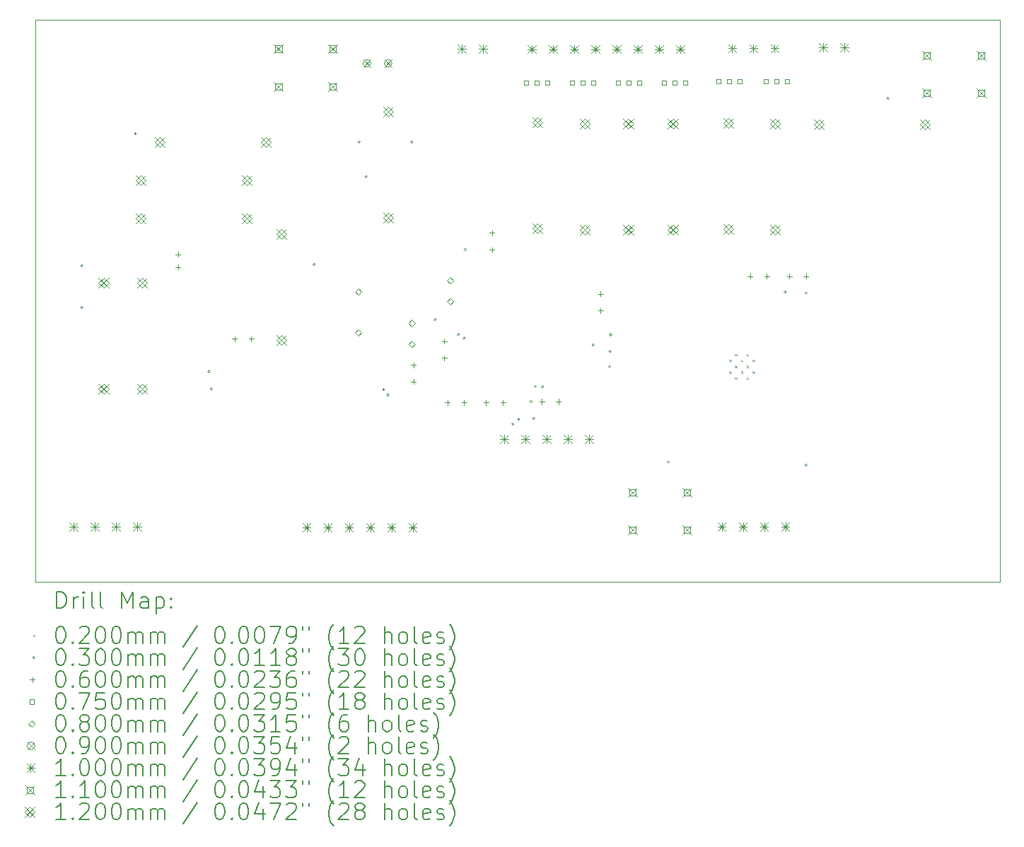
<source format=gbr>
%TF.GenerationSoftware,KiCad,Pcbnew,8.0.3*%
%TF.CreationDate,2025-10-31T10:35:31+03:00*%
%TF.ProjectId,yandex-rover,79616e64-6578-42d7-926f-7665722e6b69,rev?*%
%TF.SameCoordinates,Original*%
%TF.FileFunction,Drillmap*%
%TF.FilePolarity,Positive*%
%FSLAX45Y45*%
G04 Gerber Fmt 4.5, Leading zero omitted, Abs format (unit mm)*
G04 Created by KiCad (PCBNEW 8.0.3) date 2025-10-31 10:35:31*
%MOMM*%
%LPD*%
G01*
G04 APERTURE LIST*
%ADD10C,0.050000*%
%ADD11C,0.200000*%
%ADD12C,0.100000*%
%ADD13C,0.110000*%
%ADD14C,0.120000*%
G04 APERTURE END LIST*
D10*
X10090000Y-2870000D02*
X21640000Y-2870000D01*
X21640000Y-9600000D01*
X10090000Y-9600000D01*
X10090000Y-2870000D01*
D11*
D12*
X18400000Y-6940000D02*
X18420000Y-6960000D01*
X18420000Y-6940000D02*
X18400000Y-6960000D01*
X18400000Y-7080000D02*
X18420000Y-7100000D01*
X18420000Y-7080000D02*
X18400000Y-7100000D01*
X18470000Y-6870000D02*
X18490000Y-6890000D01*
X18490000Y-6870000D02*
X18470000Y-6890000D01*
X18470000Y-7010000D02*
X18490000Y-7030000D01*
X18490000Y-7010000D02*
X18470000Y-7030000D01*
X18470000Y-7150000D02*
X18490000Y-7170000D01*
X18490000Y-7150000D02*
X18470000Y-7170000D01*
X18540000Y-6940000D02*
X18560000Y-6960000D01*
X18560000Y-6940000D02*
X18540000Y-6960000D01*
X18540000Y-7080000D02*
X18560000Y-7100000D01*
X18560000Y-7080000D02*
X18540000Y-7100000D01*
X18610000Y-6870000D02*
X18630000Y-6890000D01*
X18630000Y-6870000D02*
X18610000Y-6890000D01*
X18610000Y-7010000D02*
X18630000Y-7030000D01*
X18630000Y-7010000D02*
X18610000Y-7030000D01*
X18610000Y-7150000D02*
X18630000Y-7170000D01*
X18630000Y-7150000D02*
X18610000Y-7170000D01*
X18680000Y-6940000D02*
X18700000Y-6960000D01*
X18700000Y-6940000D02*
X18680000Y-6960000D01*
X18680000Y-7080000D02*
X18700000Y-7100000D01*
X18700000Y-7080000D02*
X18680000Y-7100000D01*
X10665000Y-5811250D02*
G75*
G02*
X10635000Y-5811250I-15000J0D01*
G01*
X10635000Y-5811250D02*
G75*
G02*
X10665000Y-5811250I15000J0D01*
G01*
X10665000Y-6310000D02*
G75*
G02*
X10635000Y-6310000I-15000J0D01*
G01*
X10635000Y-6310000D02*
G75*
G02*
X10665000Y-6310000I15000J0D01*
G01*
X11305000Y-4230000D02*
G75*
G02*
X11275000Y-4230000I-15000J0D01*
G01*
X11275000Y-4230000D02*
G75*
G02*
X11305000Y-4230000I15000J0D01*
G01*
X12185000Y-7080000D02*
G75*
G02*
X12155000Y-7080000I-15000J0D01*
G01*
X12155000Y-7080000D02*
G75*
G02*
X12185000Y-7080000I15000J0D01*
G01*
X12215000Y-7290000D02*
G75*
G02*
X12185000Y-7290000I-15000J0D01*
G01*
X12185000Y-7290000D02*
G75*
G02*
X12215000Y-7290000I15000J0D01*
G01*
X13445000Y-5800000D02*
G75*
G02*
X13415000Y-5800000I-15000J0D01*
G01*
X13415000Y-5800000D02*
G75*
G02*
X13445000Y-5800000I15000J0D01*
G01*
X13985000Y-4330000D02*
G75*
G02*
X13955000Y-4330000I-15000J0D01*
G01*
X13955000Y-4330000D02*
G75*
G02*
X13985000Y-4330000I15000J0D01*
G01*
X14070000Y-4745000D02*
G75*
G02*
X14040000Y-4745000I-15000J0D01*
G01*
X14040000Y-4745000D02*
G75*
G02*
X14070000Y-4745000I15000J0D01*
G01*
X14278076Y-7295000D02*
G75*
G02*
X14248076Y-7295000I-15000J0D01*
G01*
X14248076Y-7295000D02*
G75*
G02*
X14278076Y-7295000I15000J0D01*
G01*
X14327917Y-7360000D02*
G75*
G02*
X14297917Y-7360000I-15000J0D01*
G01*
X14297917Y-7360000D02*
G75*
G02*
X14327917Y-7360000I15000J0D01*
G01*
X14615000Y-4330000D02*
G75*
G02*
X14585000Y-4330000I-15000J0D01*
G01*
X14585000Y-4330000D02*
G75*
G02*
X14615000Y-4330000I15000J0D01*
G01*
X14895000Y-6460000D02*
G75*
G02*
X14865000Y-6460000I-15000J0D01*
G01*
X14865000Y-6460000D02*
G75*
G02*
X14895000Y-6460000I15000J0D01*
G01*
X15171867Y-6638072D02*
G75*
G02*
X15141867Y-6638072I-15000J0D01*
G01*
X15141867Y-6638072D02*
G75*
G02*
X15171867Y-6638072I15000J0D01*
G01*
X15240000Y-6680000D02*
G75*
G02*
X15210000Y-6680000I-15000J0D01*
G01*
X15210000Y-6680000D02*
G75*
G02*
X15240000Y-6680000I15000J0D01*
G01*
X15255000Y-5620000D02*
G75*
G02*
X15225000Y-5620000I-15000J0D01*
G01*
X15225000Y-5620000D02*
G75*
G02*
X15255000Y-5620000I15000J0D01*
G01*
X15825000Y-7710000D02*
G75*
G02*
X15795000Y-7710000I-15000J0D01*
G01*
X15795000Y-7710000D02*
G75*
G02*
X15825000Y-7710000I15000J0D01*
G01*
X15895000Y-7650000D02*
G75*
G02*
X15865000Y-7650000I-15000J0D01*
G01*
X15865000Y-7650000D02*
G75*
G02*
X15895000Y-7650000I15000J0D01*
G01*
X16045000Y-7440000D02*
G75*
G02*
X16015000Y-7440000I-15000J0D01*
G01*
X16015000Y-7440000D02*
G75*
G02*
X16045000Y-7440000I15000J0D01*
G01*
X16075000Y-7640000D02*
G75*
G02*
X16045000Y-7640000I-15000J0D01*
G01*
X16045000Y-7640000D02*
G75*
G02*
X16075000Y-7640000I15000J0D01*
G01*
X16095000Y-7258076D02*
G75*
G02*
X16065000Y-7258076I-15000J0D01*
G01*
X16065000Y-7258076D02*
G75*
G02*
X16095000Y-7258076I15000J0D01*
G01*
X16180000Y-7265000D02*
G75*
G02*
X16150000Y-7265000I-15000J0D01*
G01*
X16150000Y-7265000D02*
G75*
G02*
X16180000Y-7265000I15000J0D01*
G01*
X16785000Y-6760000D02*
G75*
G02*
X16755000Y-6760000I-15000J0D01*
G01*
X16755000Y-6760000D02*
G75*
G02*
X16785000Y-6760000I15000J0D01*
G01*
X16984038Y-7020962D02*
G75*
G02*
X16954038Y-7020962I-15000J0D01*
G01*
X16954038Y-7020962D02*
G75*
G02*
X16984038Y-7020962I15000J0D01*
G01*
X16990000Y-6840000D02*
G75*
G02*
X16960000Y-6840000I-15000J0D01*
G01*
X16960000Y-6840000D02*
G75*
G02*
X16990000Y-6840000I15000J0D01*
G01*
X16995000Y-6640000D02*
G75*
G02*
X16965000Y-6640000I-15000J0D01*
G01*
X16965000Y-6640000D02*
G75*
G02*
X16995000Y-6640000I15000J0D01*
G01*
X17685000Y-8165000D02*
G75*
G02*
X17655000Y-8165000I-15000J0D01*
G01*
X17655000Y-8165000D02*
G75*
G02*
X17685000Y-8165000I15000J0D01*
G01*
X19085000Y-6130000D02*
G75*
G02*
X19055000Y-6130000I-15000J0D01*
G01*
X19055000Y-6130000D02*
G75*
G02*
X19085000Y-6130000I15000J0D01*
G01*
X19335000Y-6140000D02*
G75*
G02*
X19305000Y-6140000I-15000J0D01*
G01*
X19305000Y-6140000D02*
G75*
G02*
X19335000Y-6140000I15000J0D01*
G01*
X19335000Y-8200000D02*
G75*
G02*
X19305000Y-8200000I-15000J0D01*
G01*
X19305000Y-8200000D02*
G75*
G02*
X19335000Y-8200000I15000J0D01*
G01*
X20315000Y-3810000D02*
G75*
G02*
X20285000Y-3810000I-15000J0D01*
G01*
X20285000Y-3810000D02*
G75*
G02*
X20315000Y-3810000I15000J0D01*
G01*
X11800000Y-5647740D02*
X11800000Y-5707740D01*
X11770000Y-5677740D02*
X11830000Y-5677740D01*
X11800000Y-5797740D02*
X11800000Y-5857740D01*
X11770000Y-5827740D02*
X11830000Y-5827740D01*
X12477260Y-6660000D02*
X12477260Y-6720000D01*
X12447260Y-6690000D02*
X12507260Y-6690000D01*
X12677260Y-6660000D02*
X12677260Y-6720000D01*
X12647260Y-6690000D02*
X12707260Y-6690000D01*
X14620000Y-6970000D02*
X14620000Y-7030000D01*
X14590000Y-7000000D02*
X14650000Y-7000000D01*
X14620000Y-7170000D02*
X14620000Y-7230000D01*
X14590000Y-7200000D02*
X14650000Y-7200000D01*
X14990000Y-6687260D02*
X14990000Y-6747260D01*
X14960000Y-6717260D02*
X15020000Y-6717260D01*
X14990000Y-6887260D02*
X14990000Y-6947260D01*
X14960000Y-6917260D02*
X15020000Y-6917260D01*
X15027260Y-7420000D02*
X15027260Y-7480000D01*
X14997260Y-7450000D02*
X15057260Y-7450000D01*
X15227260Y-7420000D02*
X15227260Y-7480000D01*
X15197260Y-7450000D02*
X15257260Y-7450000D01*
X15490000Y-7420000D02*
X15490000Y-7480000D01*
X15460000Y-7450000D02*
X15520000Y-7450000D01*
X15560000Y-5390000D02*
X15560000Y-5450000D01*
X15530000Y-5420000D02*
X15590000Y-5420000D01*
X15560000Y-5590000D02*
X15560000Y-5650000D01*
X15530000Y-5620000D02*
X15590000Y-5620000D01*
X15690000Y-7420000D02*
X15690000Y-7480000D01*
X15660000Y-7450000D02*
X15720000Y-7450000D01*
X16157260Y-7410000D02*
X16157260Y-7470000D01*
X16127260Y-7440000D02*
X16187260Y-7440000D01*
X16357260Y-7410000D02*
X16357260Y-7470000D01*
X16327260Y-7440000D02*
X16387260Y-7440000D01*
X16860000Y-6120000D02*
X16860000Y-6180000D01*
X16830000Y-6150000D02*
X16890000Y-6150000D01*
X16860000Y-6320000D02*
X16860000Y-6380000D01*
X16830000Y-6350000D02*
X16890000Y-6350000D01*
X18650000Y-5910000D02*
X18650000Y-5970000D01*
X18620000Y-5940000D02*
X18680000Y-5940000D01*
X18850000Y-5910000D02*
X18850000Y-5970000D01*
X18820000Y-5940000D02*
X18880000Y-5940000D01*
X19120000Y-5910000D02*
X19120000Y-5970000D01*
X19090000Y-5940000D02*
X19150000Y-5940000D01*
X19320000Y-5910000D02*
X19320000Y-5970000D01*
X19290000Y-5940000D02*
X19350000Y-5940000D01*
X15994517Y-3646517D02*
X15994517Y-3593483D01*
X15941483Y-3593483D01*
X15941483Y-3646517D01*
X15994517Y-3646517D01*
X16121517Y-3646517D02*
X16121517Y-3593483D01*
X16068483Y-3593483D01*
X16068483Y-3646517D01*
X16121517Y-3646517D01*
X16248517Y-3646517D02*
X16248517Y-3593483D01*
X16195483Y-3593483D01*
X16195483Y-3646517D01*
X16248517Y-3646517D01*
X16544517Y-3646517D02*
X16544517Y-3593483D01*
X16491483Y-3593483D01*
X16491483Y-3646517D01*
X16544517Y-3646517D01*
X16671517Y-3646517D02*
X16671517Y-3593483D01*
X16618483Y-3593483D01*
X16618483Y-3646517D01*
X16671517Y-3646517D01*
X16798517Y-3646517D02*
X16798517Y-3593483D01*
X16745483Y-3593483D01*
X16745483Y-3646517D01*
X16798517Y-3646517D01*
X17098517Y-3646517D02*
X17098517Y-3593483D01*
X17045483Y-3593483D01*
X17045483Y-3646517D01*
X17098517Y-3646517D01*
X17225517Y-3646517D02*
X17225517Y-3593483D01*
X17172483Y-3593483D01*
X17172483Y-3646517D01*
X17225517Y-3646517D01*
X17352517Y-3646517D02*
X17352517Y-3593483D01*
X17299483Y-3593483D01*
X17299483Y-3646517D01*
X17352517Y-3646517D01*
X17648517Y-3646517D02*
X17648517Y-3593483D01*
X17595483Y-3593483D01*
X17595483Y-3646517D01*
X17648517Y-3646517D01*
X17775517Y-3646517D02*
X17775517Y-3593483D01*
X17722483Y-3593483D01*
X17722483Y-3646517D01*
X17775517Y-3646517D01*
X17902517Y-3646517D02*
X17902517Y-3593483D01*
X17849483Y-3593483D01*
X17849483Y-3646517D01*
X17902517Y-3646517D01*
X18301017Y-3629017D02*
X18301017Y-3575983D01*
X18247983Y-3575983D01*
X18247983Y-3629017D01*
X18301017Y-3629017D01*
X18428017Y-3629017D02*
X18428017Y-3575983D01*
X18374983Y-3575983D01*
X18374983Y-3629017D01*
X18428017Y-3629017D01*
X18555017Y-3629017D02*
X18555017Y-3575983D01*
X18501983Y-3575983D01*
X18501983Y-3629017D01*
X18555017Y-3629017D01*
X18864017Y-3629017D02*
X18864017Y-3575983D01*
X18810983Y-3575983D01*
X18810983Y-3629017D01*
X18864017Y-3629017D01*
X18991017Y-3629017D02*
X18991017Y-3575983D01*
X18937983Y-3575983D01*
X18937983Y-3629017D01*
X18991017Y-3629017D01*
X19118017Y-3629017D02*
X19118017Y-3575983D01*
X19064983Y-3575983D01*
X19064983Y-3629017D01*
X19118017Y-3629017D01*
X13960000Y-6165000D02*
X14000000Y-6125000D01*
X13960000Y-6085000D01*
X13920000Y-6125000D01*
X13960000Y-6165000D01*
X13960000Y-6653000D02*
X14000000Y-6613000D01*
X13960000Y-6573000D01*
X13920000Y-6613000D01*
X13960000Y-6653000D01*
X14600000Y-6540000D02*
X14640000Y-6500000D01*
X14600000Y-6460000D01*
X14560000Y-6500000D01*
X14600000Y-6540000D01*
X14600000Y-6790000D02*
X14640000Y-6750000D01*
X14600000Y-6710000D01*
X14560000Y-6750000D01*
X14600000Y-6790000D01*
X15060000Y-6030000D02*
X15100000Y-5990000D01*
X15060000Y-5950000D01*
X15020000Y-5990000D01*
X15060000Y-6030000D01*
X15060000Y-6280000D02*
X15100000Y-6240000D01*
X15060000Y-6200000D01*
X15020000Y-6240000D01*
X15060000Y-6280000D01*
X14017500Y-3345000D02*
X14107500Y-3435000D01*
X14107500Y-3345000D02*
X14017500Y-3435000D01*
X14107500Y-3390000D02*
G75*
G02*
X14017500Y-3390000I-45000J0D01*
G01*
X14017500Y-3390000D02*
G75*
G02*
X14107500Y-3390000I45000J0D01*
G01*
X14271500Y-3345000D02*
X14361500Y-3435000D01*
X14361500Y-3345000D02*
X14271500Y-3435000D01*
X14361500Y-3390000D02*
G75*
G02*
X14271500Y-3390000I-45000J0D01*
G01*
X14271500Y-3390000D02*
G75*
G02*
X14361500Y-3390000I45000J0D01*
G01*
X10502000Y-8890000D02*
X10602000Y-8990000D01*
X10602000Y-8890000D02*
X10502000Y-8990000D01*
X10552000Y-8890000D02*
X10552000Y-8990000D01*
X10502000Y-8940000D02*
X10602000Y-8940000D01*
X10756000Y-8890000D02*
X10856000Y-8990000D01*
X10856000Y-8890000D02*
X10756000Y-8990000D01*
X10806000Y-8890000D02*
X10806000Y-8990000D01*
X10756000Y-8940000D02*
X10856000Y-8940000D01*
X11010000Y-8890000D02*
X11110000Y-8990000D01*
X11110000Y-8890000D02*
X11010000Y-8990000D01*
X11060000Y-8890000D02*
X11060000Y-8990000D01*
X11010000Y-8940000D02*
X11110000Y-8940000D01*
X11264000Y-8890000D02*
X11364000Y-8990000D01*
X11364000Y-8890000D02*
X11264000Y-8990000D01*
X11314000Y-8890000D02*
X11314000Y-8990000D01*
X11264000Y-8940000D02*
X11364000Y-8940000D01*
X13290000Y-8900000D02*
X13390000Y-9000000D01*
X13390000Y-8900000D02*
X13290000Y-9000000D01*
X13340000Y-8900000D02*
X13340000Y-9000000D01*
X13290000Y-8950000D02*
X13390000Y-8950000D01*
X13544000Y-8900000D02*
X13644000Y-9000000D01*
X13644000Y-8900000D02*
X13544000Y-9000000D01*
X13594000Y-8900000D02*
X13594000Y-9000000D01*
X13544000Y-8950000D02*
X13644000Y-8950000D01*
X13798000Y-8900000D02*
X13898000Y-9000000D01*
X13898000Y-8900000D02*
X13798000Y-9000000D01*
X13848000Y-8900000D02*
X13848000Y-9000000D01*
X13798000Y-8950000D02*
X13898000Y-8950000D01*
X14052000Y-8900000D02*
X14152000Y-9000000D01*
X14152000Y-8900000D02*
X14052000Y-9000000D01*
X14102000Y-8900000D02*
X14102000Y-9000000D01*
X14052000Y-8950000D02*
X14152000Y-8950000D01*
X14306000Y-8900000D02*
X14406000Y-9000000D01*
X14406000Y-8900000D02*
X14306000Y-9000000D01*
X14356000Y-8900000D02*
X14356000Y-9000000D01*
X14306000Y-8950000D02*
X14406000Y-8950000D01*
X14560000Y-8900000D02*
X14660000Y-9000000D01*
X14660000Y-8900000D02*
X14560000Y-9000000D01*
X14610000Y-8900000D02*
X14610000Y-9000000D01*
X14560000Y-8950000D02*
X14660000Y-8950000D01*
X15151000Y-3162500D02*
X15251000Y-3262500D01*
X15251000Y-3162500D02*
X15151000Y-3262500D01*
X15201000Y-3162500D02*
X15201000Y-3262500D01*
X15151000Y-3212500D02*
X15251000Y-3212500D01*
X15405000Y-3162500D02*
X15505000Y-3262500D01*
X15505000Y-3162500D02*
X15405000Y-3262500D01*
X15455000Y-3162500D02*
X15455000Y-3262500D01*
X15405000Y-3212500D02*
X15505000Y-3212500D01*
X15656000Y-7840000D02*
X15756000Y-7940000D01*
X15756000Y-7840000D02*
X15656000Y-7940000D01*
X15706000Y-7840000D02*
X15706000Y-7940000D01*
X15656000Y-7890000D02*
X15756000Y-7890000D01*
X15910000Y-7840000D02*
X16010000Y-7940000D01*
X16010000Y-7840000D02*
X15910000Y-7940000D01*
X15960000Y-7840000D02*
X15960000Y-7940000D01*
X15910000Y-7890000D02*
X16010000Y-7890000D01*
X15988000Y-3170000D02*
X16088000Y-3270000D01*
X16088000Y-3170000D02*
X15988000Y-3270000D01*
X16038000Y-3170000D02*
X16038000Y-3270000D01*
X15988000Y-3220000D02*
X16088000Y-3220000D01*
X16164000Y-7840000D02*
X16264000Y-7940000D01*
X16264000Y-7840000D02*
X16164000Y-7940000D01*
X16214000Y-7840000D02*
X16214000Y-7940000D01*
X16164000Y-7890000D02*
X16264000Y-7890000D01*
X16242000Y-3170000D02*
X16342000Y-3270000D01*
X16342000Y-3170000D02*
X16242000Y-3270000D01*
X16292000Y-3170000D02*
X16292000Y-3270000D01*
X16242000Y-3220000D02*
X16342000Y-3220000D01*
X16418000Y-7840000D02*
X16518000Y-7940000D01*
X16518000Y-7840000D02*
X16418000Y-7940000D01*
X16468000Y-7840000D02*
X16468000Y-7940000D01*
X16418000Y-7890000D02*
X16518000Y-7890000D01*
X16496000Y-3170000D02*
X16596000Y-3270000D01*
X16596000Y-3170000D02*
X16496000Y-3270000D01*
X16546000Y-3170000D02*
X16546000Y-3270000D01*
X16496000Y-3220000D02*
X16596000Y-3220000D01*
X16672000Y-7840000D02*
X16772000Y-7940000D01*
X16772000Y-7840000D02*
X16672000Y-7940000D01*
X16722000Y-7840000D02*
X16722000Y-7940000D01*
X16672000Y-7890000D02*
X16772000Y-7890000D01*
X16750000Y-3170000D02*
X16850000Y-3270000D01*
X16850000Y-3170000D02*
X16750000Y-3270000D01*
X16800000Y-3170000D02*
X16800000Y-3270000D01*
X16750000Y-3220000D02*
X16850000Y-3220000D01*
X17004000Y-3170000D02*
X17104000Y-3270000D01*
X17104000Y-3170000D02*
X17004000Y-3270000D01*
X17054000Y-3170000D02*
X17054000Y-3270000D01*
X17004000Y-3220000D02*
X17104000Y-3220000D01*
X17258000Y-3170000D02*
X17358000Y-3270000D01*
X17358000Y-3170000D02*
X17258000Y-3270000D01*
X17308000Y-3170000D02*
X17308000Y-3270000D01*
X17258000Y-3220000D02*
X17358000Y-3220000D01*
X17512000Y-3170000D02*
X17612000Y-3270000D01*
X17612000Y-3170000D02*
X17512000Y-3270000D01*
X17562000Y-3170000D02*
X17562000Y-3270000D01*
X17512000Y-3220000D02*
X17612000Y-3220000D01*
X17766000Y-3170000D02*
X17866000Y-3270000D01*
X17866000Y-3170000D02*
X17766000Y-3270000D01*
X17816000Y-3170000D02*
X17816000Y-3270000D01*
X17766000Y-3220000D02*
X17866000Y-3220000D01*
X18260000Y-8890000D02*
X18360000Y-8990000D01*
X18360000Y-8890000D02*
X18260000Y-8990000D01*
X18310000Y-8890000D02*
X18310000Y-8990000D01*
X18260000Y-8940000D02*
X18360000Y-8940000D01*
X18386000Y-3160000D02*
X18486000Y-3260000D01*
X18486000Y-3160000D02*
X18386000Y-3260000D01*
X18436000Y-3160000D02*
X18436000Y-3260000D01*
X18386000Y-3210000D02*
X18486000Y-3210000D01*
X18514000Y-8890000D02*
X18614000Y-8990000D01*
X18614000Y-8890000D02*
X18514000Y-8990000D01*
X18564000Y-8890000D02*
X18564000Y-8990000D01*
X18514000Y-8940000D02*
X18614000Y-8940000D01*
X18640000Y-3160000D02*
X18740000Y-3260000D01*
X18740000Y-3160000D02*
X18640000Y-3260000D01*
X18690000Y-3160000D02*
X18690000Y-3260000D01*
X18640000Y-3210000D02*
X18740000Y-3210000D01*
X18768000Y-8890000D02*
X18868000Y-8990000D01*
X18868000Y-8890000D02*
X18768000Y-8990000D01*
X18818000Y-8890000D02*
X18818000Y-8990000D01*
X18768000Y-8940000D02*
X18868000Y-8940000D01*
X18894000Y-3160000D02*
X18994000Y-3260000D01*
X18994000Y-3160000D02*
X18894000Y-3260000D01*
X18944000Y-3160000D02*
X18944000Y-3260000D01*
X18894000Y-3210000D02*
X18994000Y-3210000D01*
X19022000Y-8890000D02*
X19122000Y-8990000D01*
X19122000Y-8890000D02*
X19022000Y-8990000D01*
X19072000Y-8890000D02*
X19072000Y-8990000D01*
X19022000Y-8940000D02*
X19122000Y-8940000D01*
X19476000Y-3150000D02*
X19576000Y-3250000D01*
X19576000Y-3150000D02*
X19476000Y-3250000D01*
X19526000Y-3150000D02*
X19526000Y-3250000D01*
X19476000Y-3200000D02*
X19576000Y-3200000D01*
X19730000Y-3150000D02*
X19830000Y-3250000D01*
X19830000Y-3150000D02*
X19730000Y-3250000D01*
X19780000Y-3150000D02*
X19780000Y-3250000D01*
X19730000Y-3200000D02*
X19830000Y-3200000D01*
D13*
X12950000Y-3160000D02*
X13060000Y-3270000D01*
X13060000Y-3160000D02*
X12950000Y-3270000D01*
X13043891Y-3253891D02*
X13043891Y-3176109D01*
X12966109Y-3176109D01*
X12966109Y-3253891D01*
X13043891Y-3253891D01*
X12950000Y-3610000D02*
X13060000Y-3720000D01*
X13060000Y-3610000D02*
X12950000Y-3720000D01*
X13043891Y-3703891D02*
X13043891Y-3626109D01*
X12966109Y-3626109D01*
X12966109Y-3703891D01*
X13043891Y-3703891D01*
X13600000Y-3160000D02*
X13710000Y-3270000D01*
X13710000Y-3160000D02*
X13600000Y-3270000D01*
X13693891Y-3253891D02*
X13693891Y-3176109D01*
X13616109Y-3176109D01*
X13616109Y-3253891D01*
X13693891Y-3253891D01*
X13600000Y-3610000D02*
X13710000Y-3720000D01*
X13710000Y-3610000D02*
X13600000Y-3720000D01*
X13693891Y-3703891D02*
X13693891Y-3626109D01*
X13616109Y-3626109D01*
X13616109Y-3703891D01*
X13693891Y-3703891D01*
X17190000Y-8470000D02*
X17300000Y-8580000D01*
X17300000Y-8470000D02*
X17190000Y-8580000D01*
X17283891Y-8563891D02*
X17283891Y-8486109D01*
X17206109Y-8486109D01*
X17206109Y-8563891D01*
X17283891Y-8563891D01*
X17190000Y-8920000D02*
X17300000Y-9030000D01*
X17300000Y-8920000D02*
X17190000Y-9030000D01*
X17283891Y-9013891D02*
X17283891Y-8936109D01*
X17206109Y-8936109D01*
X17206109Y-9013891D01*
X17283891Y-9013891D01*
X17840000Y-8470000D02*
X17950000Y-8580000D01*
X17950000Y-8470000D02*
X17840000Y-8580000D01*
X17933891Y-8563891D02*
X17933891Y-8486109D01*
X17856109Y-8486109D01*
X17856109Y-8563891D01*
X17933891Y-8563891D01*
X17840000Y-8920000D02*
X17950000Y-9030000D01*
X17950000Y-8920000D02*
X17840000Y-9030000D01*
X17933891Y-9013891D02*
X17933891Y-8936109D01*
X17856109Y-8936109D01*
X17856109Y-9013891D01*
X17933891Y-9013891D01*
X20710000Y-3240000D02*
X20820000Y-3350000D01*
X20820000Y-3240000D02*
X20710000Y-3350000D01*
X20803891Y-3333891D02*
X20803891Y-3256109D01*
X20726109Y-3256109D01*
X20726109Y-3333891D01*
X20803891Y-3333891D01*
X20710000Y-3690000D02*
X20820000Y-3800000D01*
X20820000Y-3690000D02*
X20710000Y-3800000D01*
X20803891Y-3783891D02*
X20803891Y-3706109D01*
X20726109Y-3706109D01*
X20726109Y-3783891D01*
X20803891Y-3783891D01*
X21360000Y-3240000D02*
X21470000Y-3350000D01*
X21470000Y-3240000D02*
X21360000Y-3350000D01*
X21453891Y-3333891D02*
X21453891Y-3256109D01*
X21376109Y-3256109D01*
X21376109Y-3333891D01*
X21453891Y-3333891D01*
X21360000Y-3690000D02*
X21470000Y-3800000D01*
X21470000Y-3690000D02*
X21360000Y-3800000D01*
X21453891Y-3783891D02*
X21453891Y-3706109D01*
X21376109Y-3706109D01*
X21376109Y-3783891D01*
X21453891Y-3783891D01*
D14*
X10850000Y-5955000D02*
X10970000Y-6075000D01*
X10970000Y-5955000D02*
X10850000Y-6075000D01*
X10910000Y-6075000D02*
X10970000Y-6015000D01*
X10910000Y-5955000D01*
X10850000Y-6015000D01*
X10910000Y-6075000D01*
X10850000Y-7225000D02*
X10970000Y-7345000D01*
X10970000Y-7225000D02*
X10850000Y-7345000D01*
X10910000Y-7345000D02*
X10970000Y-7285000D01*
X10910000Y-7225000D01*
X10850000Y-7285000D01*
X10910000Y-7345000D01*
X11295000Y-4730000D02*
X11415000Y-4850000D01*
X11415000Y-4730000D02*
X11295000Y-4850000D01*
X11355000Y-4850000D02*
X11415000Y-4790000D01*
X11355000Y-4730000D01*
X11295000Y-4790000D01*
X11355000Y-4850000D01*
X11295000Y-5190000D02*
X11415000Y-5310000D01*
X11415000Y-5190000D02*
X11295000Y-5310000D01*
X11355000Y-5310000D02*
X11415000Y-5250000D01*
X11355000Y-5190000D01*
X11295000Y-5250000D01*
X11355000Y-5310000D01*
X11310000Y-5955000D02*
X11430000Y-6075000D01*
X11430000Y-5955000D02*
X11310000Y-6075000D01*
X11370000Y-6075000D02*
X11430000Y-6015000D01*
X11370000Y-5955000D01*
X11310000Y-6015000D01*
X11370000Y-6075000D01*
X11310000Y-7225000D02*
X11430000Y-7345000D01*
X11430000Y-7225000D02*
X11310000Y-7345000D01*
X11370000Y-7345000D02*
X11430000Y-7285000D01*
X11370000Y-7225000D01*
X11310000Y-7285000D01*
X11370000Y-7345000D01*
X11520000Y-4270000D02*
X11640000Y-4390000D01*
X11640000Y-4270000D02*
X11520000Y-4390000D01*
X11580000Y-4390000D02*
X11640000Y-4330000D01*
X11580000Y-4270000D01*
X11520000Y-4330000D01*
X11580000Y-4390000D01*
X12565000Y-4730000D02*
X12685000Y-4850000D01*
X12685000Y-4730000D02*
X12565000Y-4850000D01*
X12625000Y-4850000D02*
X12685000Y-4790000D01*
X12625000Y-4730000D01*
X12565000Y-4790000D01*
X12625000Y-4850000D01*
X12565000Y-5190000D02*
X12685000Y-5310000D01*
X12685000Y-5190000D02*
X12565000Y-5310000D01*
X12625000Y-5310000D02*
X12685000Y-5250000D01*
X12625000Y-5190000D01*
X12565000Y-5250000D01*
X12625000Y-5310000D01*
X12790000Y-4270000D02*
X12910000Y-4390000D01*
X12910000Y-4270000D02*
X12790000Y-4390000D01*
X12850000Y-4390000D02*
X12910000Y-4330000D01*
X12850000Y-4270000D01*
X12790000Y-4330000D01*
X12850000Y-4390000D01*
X12980000Y-5370000D02*
X13100000Y-5490000D01*
X13100000Y-5370000D02*
X12980000Y-5490000D01*
X13040000Y-5490000D02*
X13100000Y-5430000D01*
X13040000Y-5370000D01*
X12980000Y-5430000D01*
X13040000Y-5490000D01*
X12980000Y-6640000D02*
X13100000Y-6760000D01*
X13100000Y-6640000D02*
X12980000Y-6760000D01*
X13040000Y-6760000D02*
X13100000Y-6700000D01*
X13040000Y-6640000D01*
X12980000Y-6700000D01*
X13040000Y-6760000D01*
X14260000Y-3910000D02*
X14380000Y-4030000D01*
X14380000Y-3910000D02*
X14260000Y-4030000D01*
X14320000Y-4030000D02*
X14380000Y-3970000D01*
X14320000Y-3910000D01*
X14260000Y-3970000D01*
X14320000Y-4030000D01*
X14260000Y-5180000D02*
X14380000Y-5300000D01*
X14380000Y-5180000D02*
X14260000Y-5300000D01*
X14320000Y-5300000D02*
X14380000Y-5240000D01*
X14320000Y-5180000D01*
X14260000Y-5240000D01*
X14320000Y-5300000D01*
X16042000Y-4035000D02*
X16162000Y-4155000D01*
X16162000Y-4035000D02*
X16042000Y-4155000D01*
X16102000Y-4155000D02*
X16162000Y-4095000D01*
X16102000Y-4035000D01*
X16042000Y-4095000D01*
X16102000Y-4155000D01*
X16042000Y-5305000D02*
X16162000Y-5425000D01*
X16162000Y-5305000D02*
X16042000Y-5425000D01*
X16102000Y-5425000D02*
X16162000Y-5365000D01*
X16102000Y-5305000D01*
X16042000Y-5365000D01*
X16102000Y-5425000D01*
X16612000Y-4055000D02*
X16732000Y-4175000D01*
X16732000Y-4055000D02*
X16612000Y-4175000D01*
X16672000Y-4175000D02*
X16732000Y-4115000D01*
X16672000Y-4055000D01*
X16612000Y-4115000D01*
X16672000Y-4175000D01*
X16612000Y-5325000D02*
X16732000Y-5445000D01*
X16732000Y-5325000D02*
X16612000Y-5445000D01*
X16672000Y-5445000D02*
X16732000Y-5385000D01*
X16672000Y-5325000D01*
X16612000Y-5385000D01*
X16672000Y-5445000D01*
X17132000Y-4050000D02*
X17252000Y-4170000D01*
X17252000Y-4050000D02*
X17132000Y-4170000D01*
X17192000Y-4170000D02*
X17252000Y-4110000D01*
X17192000Y-4050000D01*
X17132000Y-4110000D01*
X17192000Y-4170000D01*
X17132000Y-5320000D02*
X17252000Y-5440000D01*
X17252000Y-5320000D02*
X17132000Y-5440000D01*
X17192000Y-5440000D02*
X17252000Y-5380000D01*
X17192000Y-5320000D01*
X17132000Y-5380000D01*
X17192000Y-5440000D01*
X17666000Y-4055000D02*
X17786000Y-4175000D01*
X17786000Y-4055000D02*
X17666000Y-4175000D01*
X17726000Y-4175000D02*
X17786000Y-4115000D01*
X17726000Y-4055000D01*
X17666000Y-4115000D01*
X17726000Y-4175000D01*
X17666000Y-5325000D02*
X17786000Y-5445000D01*
X17786000Y-5325000D02*
X17666000Y-5445000D01*
X17726000Y-5445000D02*
X17786000Y-5385000D01*
X17726000Y-5325000D01*
X17666000Y-5385000D01*
X17726000Y-5445000D01*
X18330000Y-4045000D02*
X18450000Y-4165000D01*
X18450000Y-4045000D02*
X18330000Y-4165000D01*
X18390000Y-4165000D02*
X18450000Y-4105000D01*
X18390000Y-4045000D01*
X18330000Y-4105000D01*
X18390000Y-4165000D01*
X18330000Y-5315000D02*
X18450000Y-5435000D01*
X18450000Y-5315000D02*
X18330000Y-5435000D01*
X18390000Y-5435000D02*
X18450000Y-5375000D01*
X18390000Y-5315000D01*
X18330000Y-5375000D01*
X18390000Y-5435000D01*
X18890000Y-4055000D02*
X19010000Y-4175000D01*
X19010000Y-4055000D02*
X18890000Y-4175000D01*
X18950000Y-4175000D02*
X19010000Y-4115000D01*
X18950000Y-4055000D01*
X18890000Y-4115000D01*
X18950000Y-4175000D01*
X18890000Y-5325000D02*
X19010000Y-5445000D01*
X19010000Y-5325000D02*
X18890000Y-5445000D01*
X18950000Y-5445000D02*
X19010000Y-5385000D01*
X18950000Y-5325000D01*
X18890000Y-5385000D01*
X18950000Y-5445000D01*
X19415000Y-4060000D02*
X19535000Y-4180000D01*
X19535000Y-4060000D02*
X19415000Y-4180000D01*
X19475000Y-4180000D02*
X19535000Y-4120000D01*
X19475000Y-4060000D01*
X19415000Y-4120000D01*
X19475000Y-4180000D01*
X20685000Y-4060000D02*
X20805000Y-4180000D01*
X20805000Y-4060000D02*
X20685000Y-4180000D01*
X20745000Y-4180000D02*
X20805000Y-4120000D01*
X20745000Y-4060000D01*
X20685000Y-4120000D01*
X20745000Y-4180000D01*
D11*
X10348277Y-9913984D02*
X10348277Y-9713984D01*
X10348277Y-9713984D02*
X10395896Y-9713984D01*
X10395896Y-9713984D02*
X10424467Y-9723508D01*
X10424467Y-9723508D02*
X10443515Y-9742555D01*
X10443515Y-9742555D02*
X10453039Y-9761603D01*
X10453039Y-9761603D02*
X10462563Y-9799698D01*
X10462563Y-9799698D02*
X10462563Y-9828270D01*
X10462563Y-9828270D02*
X10453039Y-9866365D01*
X10453039Y-9866365D02*
X10443515Y-9885412D01*
X10443515Y-9885412D02*
X10424467Y-9904460D01*
X10424467Y-9904460D02*
X10395896Y-9913984D01*
X10395896Y-9913984D02*
X10348277Y-9913984D01*
X10548277Y-9913984D02*
X10548277Y-9780650D01*
X10548277Y-9818746D02*
X10557801Y-9799698D01*
X10557801Y-9799698D02*
X10567324Y-9790174D01*
X10567324Y-9790174D02*
X10586372Y-9780650D01*
X10586372Y-9780650D02*
X10605420Y-9780650D01*
X10672086Y-9913984D02*
X10672086Y-9780650D01*
X10672086Y-9713984D02*
X10662563Y-9723508D01*
X10662563Y-9723508D02*
X10672086Y-9733031D01*
X10672086Y-9733031D02*
X10681610Y-9723508D01*
X10681610Y-9723508D02*
X10672086Y-9713984D01*
X10672086Y-9713984D02*
X10672086Y-9733031D01*
X10795896Y-9913984D02*
X10776848Y-9904460D01*
X10776848Y-9904460D02*
X10767324Y-9885412D01*
X10767324Y-9885412D02*
X10767324Y-9713984D01*
X10900658Y-9913984D02*
X10881610Y-9904460D01*
X10881610Y-9904460D02*
X10872086Y-9885412D01*
X10872086Y-9885412D02*
X10872086Y-9713984D01*
X11129229Y-9913984D02*
X11129229Y-9713984D01*
X11129229Y-9713984D02*
X11195896Y-9856841D01*
X11195896Y-9856841D02*
X11262562Y-9713984D01*
X11262562Y-9713984D02*
X11262562Y-9913984D01*
X11443515Y-9913984D02*
X11443515Y-9809222D01*
X11443515Y-9809222D02*
X11433991Y-9790174D01*
X11433991Y-9790174D02*
X11414943Y-9780650D01*
X11414943Y-9780650D02*
X11376848Y-9780650D01*
X11376848Y-9780650D02*
X11357801Y-9790174D01*
X11443515Y-9904460D02*
X11424467Y-9913984D01*
X11424467Y-9913984D02*
X11376848Y-9913984D01*
X11376848Y-9913984D02*
X11357801Y-9904460D01*
X11357801Y-9904460D02*
X11348277Y-9885412D01*
X11348277Y-9885412D02*
X11348277Y-9866365D01*
X11348277Y-9866365D02*
X11357801Y-9847317D01*
X11357801Y-9847317D02*
X11376848Y-9837793D01*
X11376848Y-9837793D02*
X11424467Y-9837793D01*
X11424467Y-9837793D02*
X11443515Y-9828270D01*
X11538753Y-9780650D02*
X11538753Y-9980650D01*
X11538753Y-9790174D02*
X11557801Y-9780650D01*
X11557801Y-9780650D02*
X11595896Y-9780650D01*
X11595896Y-9780650D02*
X11614943Y-9790174D01*
X11614943Y-9790174D02*
X11624467Y-9799698D01*
X11624467Y-9799698D02*
X11633991Y-9818746D01*
X11633991Y-9818746D02*
X11633991Y-9875889D01*
X11633991Y-9875889D02*
X11624467Y-9894936D01*
X11624467Y-9894936D02*
X11614943Y-9904460D01*
X11614943Y-9904460D02*
X11595896Y-9913984D01*
X11595896Y-9913984D02*
X11557801Y-9913984D01*
X11557801Y-9913984D02*
X11538753Y-9904460D01*
X11719705Y-9894936D02*
X11729229Y-9904460D01*
X11729229Y-9904460D02*
X11719705Y-9913984D01*
X11719705Y-9913984D02*
X11710182Y-9904460D01*
X11710182Y-9904460D02*
X11719705Y-9894936D01*
X11719705Y-9894936D02*
X11719705Y-9913984D01*
X11719705Y-9790174D02*
X11729229Y-9799698D01*
X11729229Y-9799698D02*
X11719705Y-9809222D01*
X11719705Y-9809222D02*
X11710182Y-9799698D01*
X11710182Y-9799698D02*
X11719705Y-9790174D01*
X11719705Y-9790174D02*
X11719705Y-9809222D01*
D12*
X10067500Y-10232500D02*
X10087500Y-10252500D01*
X10087500Y-10232500D02*
X10067500Y-10252500D01*
D11*
X10386372Y-10133984D02*
X10405420Y-10133984D01*
X10405420Y-10133984D02*
X10424467Y-10143508D01*
X10424467Y-10143508D02*
X10433991Y-10153031D01*
X10433991Y-10153031D02*
X10443515Y-10172079D01*
X10443515Y-10172079D02*
X10453039Y-10210174D01*
X10453039Y-10210174D02*
X10453039Y-10257793D01*
X10453039Y-10257793D02*
X10443515Y-10295889D01*
X10443515Y-10295889D02*
X10433991Y-10314936D01*
X10433991Y-10314936D02*
X10424467Y-10324460D01*
X10424467Y-10324460D02*
X10405420Y-10333984D01*
X10405420Y-10333984D02*
X10386372Y-10333984D01*
X10386372Y-10333984D02*
X10367324Y-10324460D01*
X10367324Y-10324460D02*
X10357801Y-10314936D01*
X10357801Y-10314936D02*
X10348277Y-10295889D01*
X10348277Y-10295889D02*
X10338753Y-10257793D01*
X10338753Y-10257793D02*
X10338753Y-10210174D01*
X10338753Y-10210174D02*
X10348277Y-10172079D01*
X10348277Y-10172079D02*
X10357801Y-10153031D01*
X10357801Y-10153031D02*
X10367324Y-10143508D01*
X10367324Y-10143508D02*
X10386372Y-10133984D01*
X10538753Y-10314936D02*
X10548277Y-10324460D01*
X10548277Y-10324460D02*
X10538753Y-10333984D01*
X10538753Y-10333984D02*
X10529229Y-10324460D01*
X10529229Y-10324460D02*
X10538753Y-10314936D01*
X10538753Y-10314936D02*
X10538753Y-10333984D01*
X10624467Y-10153031D02*
X10633991Y-10143508D01*
X10633991Y-10143508D02*
X10653039Y-10133984D01*
X10653039Y-10133984D02*
X10700658Y-10133984D01*
X10700658Y-10133984D02*
X10719705Y-10143508D01*
X10719705Y-10143508D02*
X10729229Y-10153031D01*
X10729229Y-10153031D02*
X10738753Y-10172079D01*
X10738753Y-10172079D02*
X10738753Y-10191127D01*
X10738753Y-10191127D02*
X10729229Y-10219698D01*
X10729229Y-10219698D02*
X10614944Y-10333984D01*
X10614944Y-10333984D02*
X10738753Y-10333984D01*
X10862563Y-10133984D02*
X10881610Y-10133984D01*
X10881610Y-10133984D02*
X10900658Y-10143508D01*
X10900658Y-10143508D02*
X10910182Y-10153031D01*
X10910182Y-10153031D02*
X10919705Y-10172079D01*
X10919705Y-10172079D02*
X10929229Y-10210174D01*
X10929229Y-10210174D02*
X10929229Y-10257793D01*
X10929229Y-10257793D02*
X10919705Y-10295889D01*
X10919705Y-10295889D02*
X10910182Y-10314936D01*
X10910182Y-10314936D02*
X10900658Y-10324460D01*
X10900658Y-10324460D02*
X10881610Y-10333984D01*
X10881610Y-10333984D02*
X10862563Y-10333984D01*
X10862563Y-10333984D02*
X10843515Y-10324460D01*
X10843515Y-10324460D02*
X10833991Y-10314936D01*
X10833991Y-10314936D02*
X10824467Y-10295889D01*
X10824467Y-10295889D02*
X10814944Y-10257793D01*
X10814944Y-10257793D02*
X10814944Y-10210174D01*
X10814944Y-10210174D02*
X10824467Y-10172079D01*
X10824467Y-10172079D02*
X10833991Y-10153031D01*
X10833991Y-10153031D02*
X10843515Y-10143508D01*
X10843515Y-10143508D02*
X10862563Y-10133984D01*
X11053039Y-10133984D02*
X11072086Y-10133984D01*
X11072086Y-10133984D02*
X11091134Y-10143508D01*
X11091134Y-10143508D02*
X11100658Y-10153031D01*
X11100658Y-10153031D02*
X11110182Y-10172079D01*
X11110182Y-10172079D02*
X11119705Y-10210174D01*
X11119705Y-10210174D02*
X11119705Y-10257793D01*
X11119705Y-10257793D02*
X11110182Y-10295889D01*
X11110182Y-10295889D02*
X11100658Y-10314936D01*
X11100658Y-10314936D02*
X11091134Y-10324460D01*
X11091134Y-10324460D02*
X11072086Y-10333984D01*
X11072086Y-10333984D02*
X11053039Y-10333984D01*
X11053039Y-10333984D02*
X11033991Y-10324460D01*
X11033991Y-10324460D02*
X11024467Y-10314936D01*
X11024467Y-10314936D02*
X11014944Y-10295889D01*
X11014944Y-10295889D02*
X11005420Y-10257793D01*
X11005420Y-10257793D02*
X11005420Y-10210174D01*
X11005420Y-10210174D02*
X11014944Y-10172079D01*
X11014944Y-10172079D02*
X11024467Y-10153031D01*
X11024467Y-10153031D02*
X11033991Y-10143508D01*
X11033991Y-10143508D02*
X11053039Y-10133984D01*
X11205420Y-10333984D02*
X11205420Y-10200650D01*
X11205420Y-10219698D02*
X11214943Y-10210174D01*
X11214943Y-10210174D02*
X11233991Y-10200650D01*
X11233991Y-10200650D02*
X11262563Y-10200650D01*
X11262563Y-10200650D02*
X11281610Y-10210174D01*
X11281610Y-10210174D02*
X11291134Y-10229222D01*
X11291134Y-10229222D02*
X11291134Y-10333984D01*
X11291134Y-10229222D02*
X11300658Y-10210174D01*
X11300658Y-10210174D02*
X11319705Y-10200650D01*
X11319705Y-10200650D02*
X11348277Y-10200650D01*
X11348277Y-10200650D02*
X11367324Y-10210174D01*
X11367324Y-10210174D02*
X11376848Y-10229222D01*
X11376848Y-10229222D02*
X11376848Y-10333984D01*
X11472086Y-10333984D02*
X11472086Y-10200650D01*
X11472086Y-10219698D02*
X11481610Y-10210174D01*
X11481610Y-10210174D02*
X11500658Y-10200650D01*
X11500658Y-10200650D02*
X11529229Y-10200650D01*
X11529229Y-10200650D02*
X11548277Y-10210174D01*
X11548277Y-10210174D02*
X11557801Y-10229222D01*
X11557801Y-10229222D02*
X11557801Y-10333984D01*
X11557801Y-10229222D02*
X11567324Y-10210174D01*
X11567324Y-10210174D02*
X11586372Y-10200650D01*
X11586372Y-10200650D02*
X11614943Y-10200650D01*
X11614943Y-10200650D02*
X11633991Y-10210174D01*
X11633991Y-10210174D02*
X11643515Y-10229222D01*
X11643515Y-10229222D02*
X11643515Y-10333984D01*
X12033991Y-10124460D02*
X11862563Y-10381603D01*
X12291134Y-10133984D02*
X12310182Y-10133984D01*
X12310182Y-10133984D02*
X12329229Y-10143508D01*
X12329229Y-10143508D02*
X12338753Y-10153031D01*
X12338753Y-10153031D02*
X12348277Y-10172079D01*
X12348277Y-10172079D02*
X12357801Y-10210174D01*
X12357801Y-10210174D02*
X12357801Y-10257793D01*
X12357801Y-10257793D02*
X12348277Y-10295889D01*
X12348277Y-10295889D02*
X12338753Y-10314936D01*
X12338753Y-10314936D02*
X12329229Y-10324460D01*
X12329229Y-10324460D02*
X12310182Y-10333984D01*
X12310182Y-10333984D02*
X12291134Y-10333984D01*
X12291134Y-10333984D02*
X12272086Y-10324460D01*
X12272086Y-10324460D02*
X12262563Y-10314936D01*
X12262563Y-10314936D02*
X12253039Y-10295889D01*
X12253039Y-10295889D02*
X12243515Y-10257793D01*
X12243515Y-10257793D02*
X12243515Y-10210174D01*
X12243515Y-10210174D02*
X12253039Y-10172079D01*
X12253039Y-10172079D02*
X12262563Y-10153031D01*
X12262563Y-10153031D02*
X12272086Y-10143508D01*
X12272086Y-10143508D02*
X12291134Y-10133984D01*
X12443515Y-10314936D02*
X12453039Y-10324460D01*
X12453039Y-10324460D02*
X12443515Y-10333984D01*
X12443515Y-10333984D02*
X12433991Y-10324460D01*
X12433991Y-10324460D02*
X12443515Y-10314936D01*
X12443515Y-10314936D02*
X12443515Y-10333984D01*
X12576848Y-10133984D02*
X12595896Y-10133984D01*
X12595896Y-10133984D02*
X12614944Y-10143508D01*
X12614944Y-10143508D02*
X12624467Y-10153031D01*
X12624467Y-10153031D02*
X12633991Y-10172079D01*
X12633991Y-10172079D02*
X12643515Y-10210174D01*
X12643515Y-10210174D02*
X12643515Y-10257793D01*
X12643515Y-10257793D02*
X12633991Y-10295889D01*
X12633991Y-10295889D02*
X12624467Y-10314936D01*
X12624467Y-10314936D02*
X12614944Y-10324460D01*
X12614944Y-10324460D02*
X12595896Y-10333984D01*
X12595896Y-10333984D02*
X12576848Y-10333984D01*
X12576848Y-10333984D02*
X12557801Y-10324460D01*
X12557801Y-10324460D02*
X12548277Y-10314936D01*
X12548277Y-10314936D02*
X12538753Y-10295889D01*
X12538753Y-10295889D02*
X12529229Y-10257793D01*
X12529229Y-10257793D02*
X12529229Y-10210174D01*
X12529229Y-10210174D02*
X12538753Y-10172079D01*
X12538753Y-10172079D02*
X12548277Y-10153031D01*
X12548277Y-10153031D02*
X12557801Y-10143508D01*
X12557801Y-10143508D02*
X12576848Y-10133984D01*
X12767325Y-10133984D02*
X12786372Y-10133984D01*
X12786372Y-10133984D02*
X12805420Y-10143508D01*
X12805420Y-10143508D02*
X12814944Y-10153031D01*
X12814944Y-10153031D02*
X12824467Y-10172079D01*
X12824467Y-10172079D02*
X12833991Y-10210174D01*
X12833991Y-10210174D02*
X12833991Y-10257793D01*
X12833991Y-10257793D02*
X12824467Y-10295889D01*
X12824467Y-10295889D02*
X12814944Y-10314936D01*
X12814944Y-10314936D02*
X12805420Y-10324460D01*
X12805420Y-10324460D02*
X12786372Y-10333984D01*
X12786372Y-10333984D02*
X12767325Y-10333984D01*
X12767325Y-10333984D02*
X12748277Y-10324460D01*
X12748277Y-10324460D02*
X12738753Y-10314936D01*
X12738753Y-10314936D02*
X12729229Y-10295889D01*
X12729229Y-10295889D02*
X12719706Y-10257793D01*
X12719706Y-10257793D02*
X12719706Y-10210174D01*
X12719706Y-10210174D02*
X12729229Y-10172079D01*
X12729229Y-10172079D02*
X12738753Y-10153031D01*
X12738753Y-10153031D02*
X12748277Y-10143508D01*
X12748277Y-10143508D02*
X12767325Y-10133984D01*
X12900658Y-10133984D02*
X13033991Y-10133984D01*
X13033991Y-10133984D02*
X12948277Y-10333984D01*
X13119706Y-10333984D02*
X13157801Y-10333984D01*
X13157801Y-10333984D02*
X13176848Y-10324460D01*
X13176848Y-10324460D02*
X13186372Y-10314936D01*
X13186372Y-10314936D02*
X13205420Y-10286365D01*
X13205420Y-10286365D02*
X13214944Y-10248270D01*
X13214944Y-10248270D02*
X13214944Y-10172079D01*
X13214944Y-10172079D02*
X13205420Y-10153031D01*
X13205420Y-10153031D02*
X13195896Y-10143508D01*
X13195896Y-10143508D02*
X13176848Y-10133984D01*
X13176848Y-10133984D02*
X13138753Y-10133984D01*
X13138753Y-10133984D02*
X13119706Y-10143508D01*
X13119706Y-10143508D02*
X13110182Y-10153031D01*
X13110182Y-10153031D02*
X13100658Y-10172079D01*
X13100658Y-10172079D02*
X13100658Y-10219698D01*
X13100658Y-10219698D02*
X13110182Y-10238746D01*
X13110182Y-10238746D02*
X13119706Y-10248270D01*
X13119706Y-10248270D02*
X13138753Y-10257793D01*
X13138753Y-10257793D02*
X13176848Y-10257793D01*
X13176848Y-10257793D02*
X13195896Y-10248270D01*
X13195896Y-10248270D02*
X13205420Y-10238746D01*
X13205420Y-10238746D02*
X13214944Y-10219698D01*
X13291134Y-10133984D02*
X13291134Y-10172079D01*
X13367325Y-10133984D02*
X13367325Y-10172079D01*
X13662563Y-10410174D02*
X13653039Y-10400650D01*
X13653039Y-10400650D02*
X13633991Y-10372079D01*
X13633991Y-10372079D02*
X13624468Y-10353031D01*
X13624468Y-10353031D02*
X13614944Y-10324460D01*
X13614944Y-10324460D02*
X13605420Y-10276841D01*
X13605420Y-10276841D02*
X13605420Y-10238746D01*
X13605420Y-10238746D02*
X13614944Y-10191127D01*
X13614944Y-10191127D02*
X13624468Y-10162555D01*
X13624468Y-10162555D02*
X13633991Y-10143508D01*
X13633991Y-10143508D02*
X13653039Y-10114936D01*
X13653039Y-10114936D02*
X13662563Y-10105412D01*
X13843515Y-10333984D02*
X13729229Y-10333984D01*
X13786372Y-10333984D02*
X13786372Y-10133984D01*
X13786372Y-10133984D02*
X13767325Y-10162555D01*
X13767325Y-10162555D02*
X13748277Y-10181603D01*
X13748277Y-10181603D02*
X13729229Y-10191127D01*
X13919706Y-10153031D02*
X13929229Y-10143508D01*
X13929229Y-10143508D02*
X13948277Y-10133984D01*
X13948277Y-10133984D02*
X13995896Y-10133984D01*
X13995896Y-10133984D02*
X14014944Y-10143508D01*
X14014944Y-10143508D02*
X14024468Y-10153031D01*
X14024468Y-10153031D02*
X14033991Y-10172079D01*
X14033991Y-10172079D02*
X14033991Y-10191127D01*
X14033991Y-10191127D02*
X14024468Y-10219698D01*
X14024468Y-10219698D02*
X13910182Y-10333984D01*
X13910182Y-10333984D02*
X14033991Y-10333984D01*
X14272087Y-10333984D02*
X14272087Y-10133984D01*
X14357801Y-10333984D02*
X14357801Y-10229222D01*
X14357801Y-10229222D02*
X14348277Y-10210174D01*
X14348277Y-10210174D02*
X14329230Y-10200650D01*
X14329230Y-10200650D02*
X14300658Y-10200650D01*
X14300658Y-10200650D02*
X14281610Y-10210174D01*
X14281610Y-10210174D02*
X14272087Y-10219698D01*
X14481610Y-10333984D02*
X14462563Y-10324460D01*
X14462563Y-10324460D02*
X14453039Y-10314936D01*
X14453039Y-10314936D02*
X14443515Y-10295889D01*
X14443515Y-10295889D02*
X14443515Y-10238746D01*
X14443515Y-10238746D02*
X14453039Y-10219698D01*
X14453039Y-10219698D02*
X14462563Y-10210174D01*
X14462563Y-10210174D02*
X14481610Y-10200650D01*
X14481610Y-10200650D02*
X14510182Y-10200650D01*
X14510182Y-10200650D02*
X14529230Y-10210174D01*
X14529230Y-10210174D02*
X14538753Y-10219698D01*
X14538753Y-10219698D02*
X14548277Y-10238746D01*
X14548277Y-10238746D02*
X14548277Y-10295889D01*
X14548277Y-10295889D02*
X14538753Y-10314936D01*
X14538753Y-10314936D02*
X14529230Y-10324460D01*
X14529230Y-10324460D02*
X14510182Y-10333984D01*
X14510182Y-10333984D02*
X14481610Y-10333984D01*
X14662563Y-10333984D02*
X14643515Y-10324460D01*
X14643515Y-10324460D02*
X14633991Y-10305412D01*
X14633991Y-10305412D02*
X14633991Y-10133984D01*
X14814944Y-10324460D02*
X14795896Y-10333984D01*
X14795896Y-10333984D02*
X14757801Y-10333984D01*
X14757801Y-10333984D02*
X14738753Y-10324460D01*
X14738753Y-10324460D02*
X14729230Y-10305412D01*
X14729230Y-10305412D02*
X14729230Y-10229222D01*
X14729230Y-10229222D02*
X14738753Y-10210174D01*
X14738753Y-10210174D02*
X14757801Y-10200650D01*
X14757801Y-10200650D02*
X14795896Y-10200650D01*
X14795896Y-10200650D02*
X14814944Y-10210174D01*
X14814944Y-10210174D02*
X14824468Y-10229222D01*
X14824468Y-10229222D02*
X14824468Y-10248270D01*
X14824468Y-10248270D02*
X14729230Y-10267317D01*
X14900658Y-10324460D02*
X14919706Y-10333984D01*
X14919706Y-10333984D02*
X14957801Y-10333984D01*
X14957801Y-10333984D02*
X14976849Y-10324460D01*
X14976849Y-10324460D02*
X14986372Y-10305412D01*
X14986372Y-10305412D02*
X14986372Y-10295889D01*
X14986372Y-10295889D02*
X14976849Y-10276841D01*
X14976849Y-10276841D02*
X14957801Y-10267317D01*
X14957801Y-10267317D02*
X14929230Y-10267317D01*
X14929230Y-10267317D02*
X14910182Y-10257793D01*
X14910182Y-10257793D02*
X14900658Y-10238746D01*
X14900658Y-10238746D02*
X14900658Y-10229222D01*
X14900658Y-10229222D02*
X14910182Y-10210174D01*
X14910182Y-10210174D02*
X14929230Y-10200650D01*
X14929230Y-10200650D02*
X14957801Y-10200650D01*
X14957801Y-10200650D02*
X14976849Y-10210174D01*
X15053039Y-10410174D02*
X15062563Y-10400650D01*
X15062563Y-10400650D02*
X15081611Y-10372079D01*
X15081611Y-10372079D02*
X15091134Y-10353031D01*
X15091134Y-10353031D02*
X15100658Y-10324460D01*
X15100658Y-10324460D02*
X15110182Y-10276841D01*
X15110182Y-10276841D02*
X15110182Y-10238746D01*
X15110182Y-10238746D02*
X15100658Y-10191127D01*
X15100658Y-10191127D02*
X15091134Y-10162555D01*
X15091134Y-10162555D02*
X15081611Y-10143508D01*
X15081611Y-10143508D02*
X15062563Y-10114936D01*
X15062563Y-10114936D02*
X15053039Y-10105412D01*
D12*
X10087500Y-10506500D02*
G75*
G02*
X10057500Y-10506500I-15000J0D01*
G01*
X10057500Y-10506500D02*
G75*
G02*
X10087500Y-10506500I15000J0D01*
G01*
D11*
X10386372Y-10397984D02*
X10405420Y-10397984D01*
X10405420Y-10397984D02*
X10424467Y-10407508D01*
X10424467Y-10407508D02*
X10433991Y-10417031D01*
X10433991Y-10417031D02*
X10443515Y-10436079D01*
X10443515Y-10436079D02*
X10453039Y-10474174D01*
X10453039Y-10474174D02*
X10453039Y-10521793D01*
X10453039Y-10521793D02*
X10443515Y-10559889D01*
X10443515Y-10559889D02*
X10433991Y-10578936D01*
X10433991Y-10578936D02*
X10424467Y-10588460D01*
X10424467Y-10588460D02*
X10405420Y-10597984D01*
X10405420Y-10597984D02*
X10386372Y-10597984D01*
X10386372Y-10597984D02*
X10367324Y-10588460D01*
X10367324Y-10588460D02*
X10357801Y-10578936D01*
X10357801Y-10578936D02*
X10348277Y-10559889D01*
X10348277Y-10559889D02*
X10338753Y-10521793D01*
X10338753Y-10521793D02*
X10338753Y-10474174D01*
X10338753Y-10474174D02*
X10348277Y-10436079D01*
X10348277Y-10436079D02*
X10357801Y-10417031D01*
X10357801Y-10417031D02*
X10367324Y-10407508D01*
X10367324Y-10407508D02*
X10386372Y-10397984D01*
X10538753Y-10578936D02*
X10548277Y-10588460D01*
X10548277Y-10588460D02*
X10538753Y-10597984D01*
X10538753Y-10597984D02*
X10529229Y-10588460D01*
X10529229Y-10588460D02*
X10538753Y-10578936D01*
X10538753Y-10578936D02*
X10538753Y-10597984D01*
X10614944Y-10397984D02*
X10738753Y-10397984D01*
X10738753Y-10397984D02*
X10672086Y-10474174D01*
X10672086Y-10474174D02*
X10700658Y-10474174D01*
X10700658Y-10474174D02*
X10719705Y-10483698D01*
X10719705Y-10483698D02*
X10729229Y-10493222D01*
X10729229Y-10493222D02*
X10738753Y-10512270D01*
X10738753Y-10512270D02*
X10738753Y-10559889D01*
X10738753Y-10559889D02*
X10729229Y-10578936D01*
X10729229Y-10578936D02*
X10719705Y-10588460D01*
X10719705Y-10588460D02*
X10700658Y-10597984D01*
X10700658Y-10597984D02*
X10643515Y-10597984D01*
X10643515Y-10597984D02*
X10624467Y-10588460D01*
X10624467Y-10588460D02*
X10614944Y-10578936D01*
X10862563Y-10397984D02*
X10881610Y-10397984D01*
X10881610Y-10397984D02*
X10900658Y-10407508D01*
X10900658Y-10407508D02*
X10910182Y-10417031D01*
X10910182Y-10417031D02*
X10919705Y-10436079D01*
X10919705Y-10436079D02*
X10929229Y-10474174D01*
X10929229Y-10474174D02*
X10929229Y-10521793D01*
X10929229Y-10521793D02*
X10919705Y-10559889D01*
X10919705Y-10559889D02*
X10910182Y-10578936D01*
X10910182Y-10578936D02*
X10900658Y-10588460D01*
X10900658Y-10588460D02*
X10881610Y-10597984D01*
X10881610Y-10597984D02*
X10862563Y-10597984D01*
X10862563Y-10597984D02*
X10843515Y-10588460D01*
X10843515Y-10588460D02*
X10833991Y-10578936D01*
X10833991Y-10578936D02*
X10824467Y-10559889D01*
X10824467Y-10559889D02*
X10814944Y-10521793D01*
X10814944Y-10521793D02*
X10814944Y-10474174D01*
X10814944Y-10474174D02*
X10824467Y-10436079D01*
X10824467Y-10436079D02*
X10833991Y-10417031D01*
X10833991Y-10417031D02*
X10843515Y-10407508D01*
X10843515Y-10407508D02*
X10862563Y-10397984D01*
X11053039Y-10397984D02*
X11072086Y-10397984D01*
X11072086Y-10397984D02*
X11091134Y-10407508D01*
X11091134Y-10407508D02*
X11100658Y-10417031D01*
X11100658Y-10417031D02*
X11110182Y-10436079D01*
X11110182Y-10436079D02*
X11119705Y-10474174D01*
X11119705Y-10474174D02*
X11119705Y-10521793D01*
X11119705Y-10521793D02*
X11110182Y-10559889D01*
X11110182Y-10559889D02*
X11100658Y-10578936D01*
X11100658Y-10578936D02*
X11091134Y-10588460D01*
X11091134Y-10588460D02*
X11072086Y-10597984D01*
X11072086Y-10597984D02*
X11053039Y-10597984D01*
X11053039Y-10597984D02*
X11033991Y-10588460D01*
X11033991Y-10588460D02*
X11024467Y-10578936D01*
X11024467Y-10578936D02*
X11014944Y-10559889D01*
X11014944Y-10559889D02*
X11005420Y-10521793D01*
X11005420Y-10521793D02*
X11005420Y-10474174D01*
X11005420Y-10474174D02*
X11014944Y-10436079D01*
X11014944Y-10436079D02*
X11024467Y-10417031D01*
X11024467Y-10417031D02*
X11033991Y-10407508D01*
X11033991Y-10407508D02*
X11053039Y-10397984D01*
X11205420Y-10597984D02*
X11205420Y-10464650D01*
X11205420Y-10483698D02*
X11214943Y-10474174D01*
X11214943Y-10474174D02*
X11233991Y-10464650D01*
X11233991Y-10464650D02*
X11262563Y-10464650D01*
X11262563Y-10464650D02*
X11281610Y-10474174D01*
X11281610Y-10474174D02*
X11291134Y-10493222D01*
X11291134Y-10493222D02*
X11291134Y-10597984D01*
X11291134Y-10493222D02*
X11300658Y-10474174D01*
X11300658Y-10474174D02*
X11319705Y-10464650D01*
X11319705Y-10464650D02*
X11348277Y-10464650D01*
X11348277Y-10464650D02*
X11367324Y-10474174D01*
X11367324Y-10474174D02*
X11376848Y-10493222D01*
X11376848Y-10493222D02*
X11376848Y-10597984D01*
X11472086Y-10597984D02*
X11472086Y-10464650D01*
X11472086Y-10483698D02*
X11481610Y-10474174D01*
X11481610Y-10474174D02*
X11500658Y-10464650D01*
X11500658Y-10464650D02*
X11529229Y-10464650D01*
X11529229Y-10464650D02*
X11548277Y-10474174D01*
X11548277Y-10474174D02*
X11557801Y-10493222D01*
X11557801Y-10493222D02*
X11557801Y-10597984D01*
X11557801Y-10493222D02*
X11567324Y-10474174D01*
X11567324Y-10474174D02*
X11586372Y-10464650D01*
X11586372Y-10464650D02*
X11614943Y-10464650D01*
X11614943Y-10464650D02*
X11633991Y-10474174D01*
X11633991Y-10474174D02*
X11643515Y-10493222D01*
X11643515Y-10493222D02*
X11643515Y-10597984D01*
X12033991Y-10388460D02*
X11862563Y-10645603D01*
X12291134Y-10397984D02*
X12310182Y-10397984D01*
X12310182Y-10397984D02*
X12329229Y-10407508D01*
X12329229Y-10407508D02*
X12338753Y-10417031D01*
X12338753Y-10417031D02*
X12348277Y-10436079D01*
X12348277Y-10436079D02*
X12357801Y-10474174D01*
X12357801Y-10474174D02*
X12357801Y-10521793D01*
X12357801Y-10521793D02*
X12348277Y-10559889D01*
X12348277Y-10559889D02*
X12338753Y-10578936D01*
X12338753Y-10578936D02*
X12329229Y-10588460D01*
X12329229Y-10588460D02*
X12310182Y-10597984D01*
X12310182Y-10597984D02*
X12291134Y-10597984D01*
X12291134Y-10597984D02*
X12272086Y-10588460D01*
X12272086Y-10588460D02*
X12262563Y-10578936D01*
X12262563Y-10578936D02*
X12253039Y-10559889D01*
X12253039Y-10559889D02*
X12243515Y-10521793D01*
X12243515Y-10521793D02*
X12243515Y-10474174D01*
X12243515Y-10474174D02*
X12253039Y-10436079D01*
X12253039Y-10436079D02*
X12262563Y-10417031D01*
X12262563Y-10417031D02*
X12272086Y-10407508D01*
X12272086Y-10407508D02*
X12291134Y-10397984D01*
X12443515Y-10578936D02*
X12453039Y-10588460D01*
X12453039Y-10588460D02*
X12443515Y-10597984D01*
X12443515Y-10597984D02*
X12433991Y-10588460D01*
X12433991Y-10588460D02*
X12443515Y-10578936D01*
X12443515Y-10578936D02*
X12443515Y-10597984D01*
X12576848Y-10397984D02*
X12595896Y-10397984D01*
X12595896Y-10397984D02*
X12614944Y-10407508D01*
X12614944Y-10407508D02*
X12624467Y-10417031D01*
X12624467Y-10417031D02*
X12633991Y-10436079D01*
X12633991Y-10436079D02*
X12643515Y-10474174D01*
X12643515Y-10474174D02*
X12643515Y-10521793D01*
X12643515Y-10521793D02*
X12633991Y-10559889D01*
X12633991Y-10559889D02*
X12624467Y-10578936D01*
X12624467Y-10578936D02*
X12614944Y-10588460D01*
X12614944Y-10588460D02*
X12595896Y-10597984D01*
X12595896Y-10597984D02*
X12576848Y-10597984D01*
X12576848Y-10597984D02*
X12557801Y-10588460D01*
X12557801Y-10588460D02*
X12548277Y-10578936D01*
X12548277Y-10578936D02*
X12538753Y-10559889D01*
X12538753Y-10559889D02*
X12529229Y-10521793D01*
X12529229Y-10521793D02*
X12529229Y-10474174D01*
X12529229Y-10474174D02*
X12538753Y-10436079D01*
X12538753Y-10436079D02*
X12548277Y-10417031D01*
X12548277Y-10417031D02*
X12557801Y-10407508D01*
X12557801Y-10407508D02*
X12576848Y-10397984D01*
X12833991Y-10597984D02*
X12719706Y-10597984D01*
X12776848Y-10597984D02*
X12776848Y-10397984D01*
X12776848Y-10397984D02*
X12757801Y-10426555D01*
X12757801Y-10426555D02*
X12738753Y-10445603D01*
X12738753Y-10445603D02*
X12719706Y-10455127D01*
X13024467Y-10597984D02*
X12910182Y-10597984D01*
X12967325Y-10597984D02*
X12967325Y-10397984D01*
X12967325Y-10397984D02*
X12948277Y-10426555D01*
X12948277Y-10426555D02*
X12929229Y-10445603D01*
X12929229Y-10445603D02*
X12910182Y-10455127D01*
X13138753Y-10483698D02*
X13119706Y-10474174D01*
X13119706Y-10474174D02*
X13110182Y-10464650D01*
X13110182Y-10464650D02*
X13100658Y-10445603D01*
X13100658Y-10445603D02*
X13100658Y-10436079D01*
X13100658Y-10436079D02*
X13110182Y-10417031D01*
X13110182Y-10417031D02*
X13119706Y-10407508D01*
X13119706Y-10407508D02*
X13138753Y-10397984D01*
X13138753Y-10397984D02*
X13176848Y-10397984D01*
X13176848Y-10397984D02*
X13195896Y-10407508D01*
X13195896Y-10407508D02*
X13205420Y-10417031D01*
X13205420Y-10417031D02*
X13214944Y-10436079D01*
X13214944Y-10436079D02*
X13214944Y-10445603D01*
X13214944Y-10445603D02*
X13205420Y-10464650D01*
X13205420Y-10464650D02*
X13195896Y-10474174D01*
X13195896Y-10474174D02*
X13176848Y-10483698D01*
X13176848Y-10483698D02*
X13138753Y-10483698D01*
X13138753Y-10483698D02*
X13119706Y-10493222D01*
X13119706Y-10493222D02*
X13110182Y-10502746D01*
X13110182Y-10502746D02*
X13100658Y-10521793D01*
X13100658Y-10521793D02*
X13100658Y-10559889D01*
X13100658Y-10559889D02*
X13110182Y-10578936D01*
X13110182Y-10578936D02*
X13119706Y-10588460D01*
X13119706Y-10588460D02*
X13138753Y-10597984D01*
X13138753Y-10597984D02*
X13176848Y-10597984D01*
X13176848Y-10597984D02*
X13195896Y-10588460D01*
X13195896Y-10588460D02*
X13205420Y-10578936D01*
X13205420Y-10578936D02*
X13214944Y-10559889D01*
X13214944Y-10559889D02*
X13214944Y-10521793D01*
X13214944Y-10521793D02*
X13205420Y-10502746D01*
X13205420Y-10502746D02*
X13195896Y-10493222D01*
X13195896Y-10493222D02*
X13176848Y-10483698D01*
X13291134Y-10397984D02*
X13291134Y-10436079D01*
X13367325Y-10397984D02*
X13367325Y-10436079D01*
X13662563Y-10674174D02*
X13653039Y-10664650D01*
X13653039Y-10664650D02*
X13633991Y-10636079D01*
X13633991Y-10636079D02*
X13624468Y-10617031D01*
X13624468Y-10617031D02*
X13614944Y-10588460D01*
X13614944Y-10588460D02*
X13605420Y-10540841D01*
X13605420Y-10540841D02*
X13605420Y-10502746D01*
X13605420Y-10502746D02*
X13614944Y-10455127D01*
X13614944Y-10455127D02*
X13624468Y-10426555D01*
X13624468Y-10426555D02*
X13633991Y-10407508D01*
X13633991Y-10407508D02*
X13653039Y-10378936D01*
X13653039Y-10378936D02*
X13662563Y-10369412D01*
X13719706Y-10397984D02*
X13843515Y-10397984D01*
X13843515Y-10397984D02*
X13776848Y-10474174D01*
X13776848Y-10474174D02*
X13805420Y-10474174D01*
X13805420Y-10474174D02*
X13824468Y-10483698D01*
X13824468Y-10483698D02*
X13833991Y-10493222D01*
X13833991Y-10493222D02*
X13843515Y-10512270D01*
X13843515Y-10512270D02*
X13843515Y-10559889D01*
X13843515Y-10559889D02*
X13833991Y-10578936D01*
X13833991Y-10578936D02*
X13824468Y-10588460D01*
X13824468Y-10588460D02*
X13805420Y-10597984D01*
X13805420Y-10597984D02*
X13748277Y-10597984D01*
X13748277Y-10597984D02*
X13729229Y-10588460D01*
X13729229Y-10588460D02*
X13719706Y-10578936D01*
X13967325Y-10397984D02*
X13986372Y-10397984D01*
X13986372Y-10397984D02*
X14005420Y-10407508D01*
X14005420Y-10407508D02*
X14014944Y-10417031D01*
X14014944Y-10417031D02*
X14024468Y-10436079D01*
X14024468Y-10436079D02*
X14033991Y-10474174D01*
X14033991Y-10474174D02*
X14033991Y-10521793D01*
X14033991Y-10521793D02*
X14024468Y-10559889D01*
X14024468Y-10559889D02*
X14014944Y-10578936D01*
X14014944Y-10578936D02*
X14005420Y-10588460D01*
X14005420Y-10588460D02*
X13986372Y-10597984D01*
X13986372Y-10597984D02*
X13967325Y-10597984D01*
X13967325Y-10597984D02*
X13948277Y-10588460D01*
X13948277Y-10588460D02*
X13938753Y-10578936D01*
X13938753Y-10578936D02*
X13929229Y-10559889D01*
X13929229Y-10559889D02*
X13919706Y-10521793D01*
X13919706Y-10521793D02*
X13919706Y-10474174D01*
X13919706Y-10474174D02*
X13929229Y-10436079D01*
X13929229Y-10436079D02*
X13938753Y-10417031D01*
X13938753Y-10417031D02*
X13948277Y-10407508D01*
X13948277Y-10407508D02*
X13967325Y-10397984D01*
X14272087Y-10597984D02*
X14272087Y-10397984D01*
X14357801Y-10597984D02*
X14357801Y-10493222D01*
X14357801Y-10493222D02*
X14348277Y-10474174D01*
X14348277Y-10474174D02*
X14329230Y-10464650D01*
X14329230Y-10464650D02*
X14300658Y-10464650D01*
X14300658Y-10464650D02*
X14281610Y-10474174D01*
X14281610Y-10474174D02*
X14272087Y-10483698D01*
X14481610Y-10597984D02*
X14462563Y-10588460D01*
X14462563Y-10588460D02*
X14453039Y-10578936D01*
X14453039Y-10578936D02*
X14443515Y-10559889D01*
X14443515Y-10559889D02*
X14443515Y-10502746D01*
X14443515Y-10502746D02*
X14453039Y-10483698D01*
X14453039Y-10483698D02*
X14462563Y-10474174D01*
X14462563Y-10474174D02*
X14481610Y-10464650D01*
X14481610Y-10464650D02*
X14510182Y-10464650D01*
X14510182Y-10464650D02*
X14529230Y-10474174D01*
X14529230Y-10474174D02*
X14538753Y-10483698D01*
X14538753Y-10483698D02*
X14548277Y-10502746D01*
X14548277Y-10502746D02*
X14548277Y-10559889D01*
X14548277Y-10559889D02*
X14538753Y-10578936D01*
X14538753Y-10578936D02*
X14529230Y-10588460D01*
X14529230Y-10588460D02*
X14510182Y-10597984D01*
X14510182Y-10597984D02*
X14481610Y-10597984D01*
X14662563Y-10597984D02*
X14643515Y-10588460D01*
X14643515Y-10588460D02*
X14633991Y-10569412D01*
X14633991Y-10569412D02*
X14633991Y-10397984D01*
X14814944Y-10588460D02*
X14795896Y-10597984D01*
X14795896Y-10597984D02*
X14757801Y-10597984D01*
X14757801Y-10597984D02*
X14738753Y-10588460D01*
X14738753Y-10588460D02*
X14729230Y-10569412D01*
X14729230Y-10569412D02*
X14729230Y-10493222D01*
X14729230Y-10493222D02*
X14738753Y-10474174D01*
X14738753Y-10474174D02*
X14757801Y-10464650D01*
X14757801Y-10464650D02*
X14795896Y-10464650D01*
X14795896Y-10464650D02*
X14814944Y-10474174D01*
X14814944Y-10474174D02*
X14824468Y-10493222D01*
X14824468Y-10493222D02*
X14824468Y-10512270D01*
X14824468Y-10512270D02*
X14729230Y-10531317D01*
X14900658Y-10588460D02*
X14919706Y-10597984D01*
X14919706Y-10597984D02*
X14957801Y-10597984D01*
X14957801Y-10597984D02*
X14976849Y-10588460D01*
X14976849Y-10588460D02*
X14986372Y-10569412D01*
X14986372Y-10569412D02*
X14986372Y-10559889D01*
X14986372Y-10559889D02*
X14976849Y-10540841D01*
X14976849Y-10540841D02*
X14957801Y-10531317D01*
X14957801Y-10531317D02*
X14929230Y-10531317D01*
X14929230Y-10531317D02*
X14910182Y-10521793D01*
X14910182Y-10521793D02*
X14900658Y-10502746D01*
X14900658Y-10502746D02*
X14900658Y-10493222D01*
X14900658Y-10493222D02*
X14910182Y-10474174D01*
X14910182Y-10474174D02*
X14929230Y-10464650D01*
X14929230Y-10464650D02*
X14957801Y-10464650D01*
X14957801Y-10464650D02*
X14976849Y-10474174D01*
X15053039Y-10674174D02*
X15062563Y-10664650D01*
X15062563Y-10664650D02*
X15081611Y-10636079D01*
X15081611Y-10636079D02*
X15091134Y-10617031D01*
X15091134Y-10617031D02*
X15100658Y-10588460D01*
X15100658Y-10588460D02*
X15110182Y-10540841D01*
X15110182Y-10540841D02*
X15110182Y-10502746D01*
X15110182Y-10502746D02*
X15100658Y-10455127D01*
X15100658Y-10455127D02*
X15091134Y-10426555D01*
X15091134Y-10426555D02*
X15081611Y-10407508D01*
X15081611Y-10407508D02*
X15062563Y-10378936D01*
X15062563Y-10378936D02*
X15053039Y-10369412D01*
D12*
X10057500Y-10740500D02*
X10057500Y-10800500D01*
X10027500Y-10770500D02*
X10087500Y-10770500D01*
D11*
X10386372Y-10661984D02*
X10405420Y-10661984D01*
X10405420Y-10661984D02*
X10424467Y-10671508D01*
X10424467Y-10671508D02*
X10433991Y-10681031D01*
X10433991Y-10681031D02*
X10443515Y-10700079D01*
X10443515Y-10700079D02*
X10453039Y-10738174D01*
X10453039Y-10738174D02*
X10453039Y-10785793D01*
X10453039Y-10785793D02*
X10443515Y-10823889D01*
X10443515Y-10823889D02*
X10433991Y-10842936D01*
X10433991Y-10842936D02*
X10424467Y-10852460D01*
X10424467Y-10852460D02*
X10405420Y-10861984D01*
X10405420Y-10861984D02*
X10386372Y-10861984D01*
X10386372Y-10861984D02*
X10367324Y-10852460D01*
X10367324Y-10852460D02*
X10357801Y-10842936D01*
X10357801Y-10842936D02*
X10348277Y-10823889D01*
X10348277Y-10823889D02*
X10338753Y-10785793D01*
X10338753Y-10785793D02*
X10338753Y-10738174D01*
X10338753Y-10738174D02*
X10348277Y-10700079D01*
X10348277Y-10700079D02*
X10357801Y-10681031D01*
X10357801Y-10681031D02*
X10367324Y-10671508D01*
X10367324Y-10671508D02*
X10386372Y-10661984D01*
X10538753Y-10842936D02*
X10548277Y-10852460D01*
X10548277Y-10852460D02*
X10538753Y-10861984D01*
X10538753Y-10861984D02*
X10529229Y-10852460D01*
X10529229Y-10852460D02*
X10538753Y-10842936D01*
X10538753Y-10842936D02*
X10538753Y-10861984D01*
X10719705Y-10661984D02*
X10681610Y-10661984D01*
X10681610Y-10661984D02*
X10662563Y-10671508D01*
X10662563Y-10671508D02*
X10653039Y-10681031D01*
X10653039Y-10681031D02*
X10633991Y-10709603D01*
X10633991Y-10709603D02*
X10624467Y-10747698D01*
X10624467Y-10747698D02*
X10624467Y-10823889D01*
X10624467Y-10823889D02*
X10633991Y-10842936D01*
X10633991Y-10842936D02*
X10643515Y-10852460D01*
X10643515Y-10852460D02*
X10662563Y-10861984D01*
X10662563Y-10861984D02*
X10700658Y-10861984D01*
X10700658Y-10861984D02*
X10719705Y-10852460D01*
X10719705Y-10852460D02*
X10729229Y-10842936D01*
X10729229Y-10842936D02*
X10738753Y-10823889D01*
X10738753Y-10823889D02*
X10738753Y-10776270D01*
X10738753Y-10776270D02*
X10729229Y-10757222D01*
X10729229Y-10757222D02*
X10719705Y-10747698D01*
X10719705Y-10747698D02*
X10700658Y-10738174D01*
X10700658Y-10738174D02*
X10662563Y-10738174D01*
X10662563Y-10738174D02*
X10643515Y-10747698D01*
X10643515Y-10747698D02*
X10633991Y-10757222D01*
X10633991Y-10757222D02*
X10624467Y-10776270D01*
X10862563Y-10661984D02*
X10881610Y-10661984D01*
X10881610Y-10661984D02*
X10900658Y-10671508D01*
X10900658Y-10671508D02*
X10910182Y-10681031D01*
X10910182Y-10681031D02*
X10919705Y-10700079D01*
X10919705Y-10700079D02*
X10929229Y-10738174D01*
X10929229Y-10738174D02*
X10929229Y-10785793D01*
X10929229Y-10785793D02*
X10919705Y-10823889D01*
X10919705Y-10823889D02*
X10910182Y-10842936D01*
X10910182Y-10842936D02*
X10900658Y-10852460D01*
X10900658Y-10852460D02*
X10881610Y-10861984D01*
X10881610Y-10861984D02*
X10862563Y-10861984D01*
X10862563Y-10861984D02*
X10843515Y-10852460D01*
X10843515Y-10852460D02*
X10833991Y-10842936D01*
X10833991Y-10842936D02*
X10824467Y-10823889D01*
X10824467Y-10823889D02*
X10814944Y-10785793D01*
X10814944Y-10785793D02*
X10814944Y-10738174D01*
X10814944Y-10738174D02*
X10824467Y-10700079D01*
X10824467Y-10700079D02*
X10833991Y-10681031D01*
X10833991Y-10681031D02*
X10843515Y-10671508D01*
X10843515Y-10671508D02*
X10862563Y-10661984D01*
X11053039Y-10661984D02*
X11072086Y-10661984D01*
X11072086Y-10661984D02*
X11091134Y-10671508D01*
X11091134Y-10671508D02*
X11100658Y-10681031D01*
X11100658Y-10681031D02*
X11110182Y-10700079D01*
X11110182Y-10700079D02*
X11119705Y-10738174D01*
X11119705Y-10738174D02*
X11119705Y-10785793D01*
X11119705Y-10785793D02*
X11110182Y-10823889D01*
X11110182Y-10823889D02*
X11100658Y-10842936D01*
X11100658Y-10842936D02*
X11091134Y-10852460D01*
X11091134Y-10852460D02*
X11072086Y-10861984D01*
X11072086Y-10861984D02*
X11053039Y-10861984D01*
X11053039Y-10861984D02*
X11033991Y-10852460D01*
X11033991Y-10852460D02*
X11024467Y-10842936D01*
X11024467Y-10842936D02*
X11014944Y-10823889D01*
X11014944Y-10823889D02*
X11005420Y-10785793D01*
X11005420Y-10785793D02*
X11005420Y-10738174D01*
X11005420Y-10738174D02*
X11014944Y-10700079D01*
X11014944Y-10700079D02*
X11024467Y-10681031D01*
X11024467Y-10681031D02*
X11033991Y-10671508D01*
X11033991Y-10671508D02*
X11053039Y-10661984D01*
X11205420Y-10861984D02*
X11205420Y-10728650D01*
X11205420Y-10747698D02*
X11214943Y-10738174D01*
X11214943Y-10738174D02*
X11233991Y-10728650D01*
X11233991Y-10728650D02*
X11262563Y-10728650D01*
X11262563Y-10728650D02*
X11281610Y-10738174D01*
X11281610Y-10738174D02*
X11291134Y-10757222D01*
X11291134Y-10757222D02*
X11291134Y-10861984D01*
X11291134Y-10757222D02*
X11300658Y-10738174D01*
X11300658Y-10738174D02*
X11319705Y-10728650D01*
X11319705Y-10728650D02*
X11348277Y-10728650D01*
X11348277Y-10728650D02*
X11367324Y-10738174D01*
X11367324Y-10738174D02*
X11376848Y-10757222D01*
X11376848Y-10757222D02*
X11376848Y-10861984D01*
X11472086Y-10861984D02*
X11472086Y-10728650D01*
X11472086Y-10747698D02*
X11481610Y-10738174D01*
X11481610Y-10738174D02*
X11500658Y-10728650D01*
X11500658Y-10728650D02*
X11529229Y-10728650D01*
X11529229Y-10728650D02*
X11548277Y-10738174D01*
X11548277Y-10738174D02*
X11557801Y-10757222D01*
X11557801Y-10757222D02*
X11557801Y-10861984D01*
X11557801Y-10757222D02*
X11567324Y-10738174D01*
X11567324Y-10738174D02*
X11586372Y-10728650D01*
X11586372Y-10728650D02*
X11614943Y-10728650D01*
X11614943Y-10728650D02*
X11633991Y-10738174D01*
X11633991Y-10738174D02*
X11643515Y-10757222D01*
X11643515Y-10757222D02*
X11643515Y-10861984D01*
X12033991Y-10652460D02*
X11862563Y-10909603D01*
X12291134Y-10661984D02*
X12310182Y-10661984D01*
X12310182Y-10661984D02*
X12329229Y-10671508D01*
X12329229Y-10671508D02*
X12338753Y-10681031D01*
X12338753Y-10681031D02*
X12348277Y-10700079D01*
X12348277Y-10700079D02*
X12357801Y-10738174D01*
X12357801Y-10738174D02*
X12357801Y-10785793D01*
X12357801Y-10785793D02*
X12348277Y-10823889D01*
X12348277Y-10823889D02*
X12338753Y-10842936D01*
X12338753Y-10842936D02*
X12329229Y-10852460D01*
X12329229Y-10852460D02*
X12310182Y-10861984D01*
X12310182Y-10861984D02*
X12291134Y-10861984D01*
X12291134Y-10861984D02*
X12272086Y-10852460D01*
X12272086Y-10852460D02*
X12262563Y-10842936D01*
X12262563Y-10842936D02*
X12253039Y-10823889D01*
X12253039Y-10823889D02*
X12243515Y-10785793D01*
X12243515Y-10785793D02*
X12243515Y-10738174D01*
X12243515Y-10738174D02*
X12253039Y-10700079D01*
X12253039Y-10700079D02*
X12262563Y-10681031D01*
X12262563Y-10681031D02*
X12272086Y-10671508D01*
X12272086Y-10671508D02*
X12291134Y-10661984D01*
X12443515Y-10842936D02*
X12453039Y-10852460D01*
X12453039Y-10852460D02*
X12443515Y-10861984D01*
X12443515Y-10861984D02*
X12433991Y-10852460D01*
X12433991Y-10852460D02*
X12443515Y-10842936D01*
X12443515Y-10842936D02*
X12443515Y-10861984D01*
X12576848Y-10661984D02*
X12595896Y-10661984D01*
X12595896Y-10661984D02*
X12614944Y-10671508D01*
X12614944Y-10671508D02*
X12624467Y-10681031D01*
X12624467Y-10681031D02*
X12633991Y-10700079D01*
X12633991Y-10700079D02*
X12643515Y-10738174D01*
X12643515Y-10738174D02*
X12643515Y-10785793D01*
X12643515Y-10785793D02*
X12633991Y-10823889D01*
X12633991Y-10823889D02*
X12624467Y-10842936D01*
X12624467Y-10842936D02*
X12614944Y-10852460D01*
X12614944Y-10852460D02*
X12595896Y-10861984D01*
X12595896Y-10861984D02*
X12576848Y-10861984D01*
X12576848Y-10861984D02*
X12557801Y-10852460D01*
X12557801Y-10852460D02*
X12548277Y-10842936D01*
X12548277Y-10842936D02*
X12538753Y-10823889D01*
X12538753Y-10823889D02*
X12529229Y-10785793D01*
X12529229Y-10785793D02*
X12529229Y-10738174D01*
X12529229Y-10738174D02*
X12538753Y-10700079D01*
X12538753Y-10700079D02*
X12548277Y-10681031D01*
X12548277Y-10681031D02*
X12557801Y-10671508D01*
X12557801Y-10671508D02*
X12576848Y-10661984D01*
X12719706Y-10681031D02*
X12729229Y-10671508D01*
X12729229Y-10671508D02*
X12748277Y-10661984D01*
X12748277Y-10661984D02*
X12795896Y-10661984D01*
X12795896Y-10661984D02*
X12814944Y-10671508D01*
X12814944Y-10671508D02*
X12824467Y-10681031D01*
X12824467Y-10681031D02*
X12833991Y-10700079D01*
X12833991Y-10700079D02*
X12833991Y-10719127D01*
X12833991Y-10719127D02*
X12824467Y-10747698D01*
X12824467Y-10747698D02*
X12710182Y-10861984D01*
X12710182Y-10861984D02*
X12833991Y-10861984D01*
X12900658Y-10661984D02*
X13024467Y-10661984D01*
X13024467Y-10661984D02*
X12957801Y-10738174D01*
X12957801Y-10738174D02*
X12986372Y-10738174D01*
X12986372Y-10738174D02*
X13005420Y-10747698D01*
X13005420Y-10747698D02*
X13014944Y-10757222D01*
X13014944Y-10757222D02*
X13024467Y-10776270D01*
X13024467Y-10776270D02*
X13024467Y-10823889D01*
X13024467Y-10823889D02*
X13014944Y-10842936D01*
X13014944Y-10842936D02*
X13005420Y-10852460D01*
X13005420Y-10852460D02*
X12986372Y-10861984D01*
X12986372Y-10861984D02*
X12929229Y-10861984D01*
X12929229Y-10861984D02*
X12910182Y-10852460D01*
X12910182Y-10852460D02*
X12900658Y-10842936D01*
X13195896Y-10661984D02*
X13157801Y-10661984D01*
X13157801Y-10661984D02*
X13138753Y-10671508D01*
X13138753Y-10671508D02*
X13129229Y-10681031D01*
X13129229Y-10681031D02*
X13110182Y-10709603D01*
X13110182Y-10709603D02*
X13100658Y-10747698D01*
X13100658Y-10747698D02*
X13100658Y-10823889D01*
X13100658Y-10823889D02*
X13110182Y-10842936D01*
X13110182Y-10842936D02*
X13119706Y-10852460D01*
X13119706Y-10852460D02*
X13138753Y-10861984D01*
X13138753Y-10861984D02*
X13176848Y-10861984D01*
X13176848Y-10861984D02*
X13195896Y-10852460D01*
X13195896Y-10852460D02*
X13205420Y-10842936D01*
X13205420Y-10842936D02*
X13214944Y-10823889D01*
X13214944Y-10823889D02*
X13214944Y-10776270D01*
X13214944Y-10776270D02*
X13205420Y-10757222D01*
X13205420Y-10757222D02*
X13195896Y-10747698D01*
X13195896Y-10747698D02*
X13176848Y-10738174D01*
X13176848Y-10738174D02*
X13138753Y-10738174D01*
X13138753Y-10738174D02*
X13119706Y-10747698D01*
X13119706Y-10747698D02*
X13110182Y-10757222D01*
X13110182Y-10757222D02*
X13100658Y-10776270D01*
X13291134Y-10661984D02*
X13291134Y-10700079D01*
X13367325Y-10661984D02*
X13367325Y-10700079D01*
X13662563Y-10938174D02*
X13653039Y-10928650D01*
X13653039Y-10928650D02*
X13633991Y-10900079D01*
X13633991Y-10900079D02*
X13624468Y-10881031D01*
X13624468Y-10881031D02*
X13614944Y-10852460D01*
X13614944Y-10852460D02*
X13605420Y-10804841D01*
X13605420Y-10804841D02*
X13605420Y-10766746D01*
X13605420Y-10766746D02*
X13614944Y-10719127D01*
X13614944Y-10719127D02*
X13624468Y-10690555D01*
X13624468Y-10690555D02*
X13633991Y-10671508D01*
X13633991Y-10671508D02*
X13653039Y-10642936D01*
X13653039Y-10642936D02*
X13662563Y-10633412D01*
X13729229Y-10681031D02*
X13738753Y-10671508D01*
X13738753Y-10671508D02*
X13757801Y-10661984D01*
X13757801Y-10661984D02*
X13805420Y-10661984D01*
X13805420Y-10661984D02*
X13824468Y-10671508D01*
X13824468Y-10671508D02*
X13833991Y-10681031D01*
X13833991Y-10681031D02*
X13843515Y-10700079D01*
X13843515Y-10700079D02*
X13843515Y-10719127D01*
X13843515Y-10719127D02*
X13833991Y-10747698D01*
X13833991Y-10747698D02*
X13719706Y-10861984D01*
X13719706Y-10861984D02*
X13843515Y-10861984D01*
X13919706Y-10681031D02*
X13929229Y-10671508D01*
X13929229Y-10671508D02*
X13948277Y-10661984D01*
X13948277Y-10661984D02*
X13995896Y-10661984D01*
X13995896Y-10661984D02*
X14014944Y-10671508D01*
X14014944Y-10671508D02*
X14024468Y-10681031D01*
X14024468Y-10681031D02*
X14033991Y-10700079D01*
X14033991Y-10700079D02*
X14033991Y-10719127D01*
X14033991Y-10719127D02*
X14024468Y-10747698D01*
X14024468Y-10747698D02*
X13910182Y-10861984D01*
X13910182Y-10861984D02*
X14033991Y-10861984D01*
X14272087Y-10861984D02*
X14272087Y-10661984D01*
X14357801Y-10861984D02*
X14357801Y-10757222D01*
X14357801Y-10757222D02*
X14348277Y-10738174D01*
X14348277Y-10738174D02*
X14329230Y-10728650D01*
X14329230Y-10728650D02*
X14300658Y-10728650D01*
X14300658Y-10728650D02*
X14281610Y-10738174D01*
X14281610Y-10738174D02*
X14272087Y-10747698D01*
X14481610Y-10861984D02*
X14462563Y-10852460D01*
X14462563Y-10852460D02*
X14453039Y-10842936D01*
X14453039Y-10842936D02*
X14443515Y-10823889D01*
X14443515Y-10823889D02*
X14443515Y-10766746D01*
X14443515Y-10766746D02*
X14453039Y-10747698D01*
X14453039Y-10747698D02*
X14462563Y-10738174D01*
X14462563Y-10738174D02*
X14481610Y-10728650D01*
X14481610Y-10728650D02*
X14510182Y-10728650D01*
X14510182Y-10728650D02*
X14529230Y-10738174D01*
X14529230Y-10738174D02*
X14538753Y-10747698D01*
X14538753Y-10747698D02*
X14548277Y-10766746D01*
X14548277Y-10766746D02*
X14548277Y-10823889D01*
X14548277Y-10823889D02*
X14538753Y-10842936D01*
X14538753Y-10842936D02*
X14529230Y-10852460D01*
X14529230Y-10852460D02*
X14510182Y-10861984D01*
X14510182Y-10861984D02*
X14481610Y-10861984D01*
X14662563Y-10861984D02*
X14643515Y-10852460D01*
X14643515Y-10852460D02*
X14633991Y-10833412D01*
X14633991Y-10833412D02*
X14633991Y-10661984D01*
X14814944Y-10852460D02*
X14795896Y-10861984D01*
X14795896Y-10861984D02*
X14757801Y-10861984D01*
X14757801Y-10861984D02*
X14738753Y-10852460D01*
X14738753Y-10852460D02*
X14729230Y-10833412D01*
X14729230Y-10833412D02*
X14729230Y-10757222D01*
X14729230Y-10757222D02*
X14738753Y-10738174D01*
X14738753Y-10738174D02*
X14757801Y-10728650D01*
X14757801Y-10728650D02*
X14795896Y-10728650D01*
X14795896Y-10728650D02*
X14814944Y-10738174D01*
X14814944Y-10738174D02*
X14824468Y-10757222D01*
X14824468Y-10757222D02*
X14824468Y-10776270D01*
X14824468Y-10776270D02*
X14729230Y-10795317D01*
X14900658Y-10852460D02*
X14919706Y-10861984D01*
X14919706Y-10861984D02*
X14957801Y-10861984D01*
X14957801Y-10861984D02*
X14976849Y-10852460D01*
X14976849Y-10852460D02*
X14986372Y-10833412D01*
X14986372Y-10833412D02*
X14986372Y-10823889D01*
X14986372Y-10823889D02*
X14976849Y-10804841D01*
X14976849Y-10804841D02*
X14957801Y-10795317D01*
X14957801Y-10795317D02*
X14929230Y-10795317D01*
X14929230Y-10795317D02*
X14910182Y-10785793D01*
X14910182Y-10785793D02*
X14900658Y-10766746D01*
X14900658Y-10766746D02*
X14900658Y-10757222D01*
X14900658Y-10757222D02*
X14910182Y-10738174D01*
X14910182Y-10738174D02*
X14929230Y-10728650D01*
X14929230Y-10728650D02*
X14957801Y-10728650D01*
X14957801Y-10728650D02*
X14976849Y-10738174D01*
X15053039Y-10938174D02*
X15062563Y-10928650D01*
X15062563Y-10928650D02*
X15081611Y-10900079D01*
X15081611Y-10900079D02*
X15091134Y-10881031D01*
X15091134Y-10881031D02*
X15100658Y-10852460D01*
X15100658Y-10852460D02*
X15110182Y-10804841D01*
X15110182Y-10804841D02*
X15110182Y-10766746D01*
X15110182Y-10766746D02*
X15100658Y-10719127D01*
X15100658Y-10719127D02*
X15091134Y-10690555D01*
X15091134Y-10690555D02*
X15081611Y-10671508D01*
X15081611Y-10671508D02*
X15062563Y-10642936D01*
X15062563Y-10642936D02*
X15053039Y-10633412D01*
D12*
X10076517Y-11061017D02*
X10076517Y-11007983D01*
X10023483Y-11007983D01*
X10023483Y-11061017D01*
X10076517Y-11061017D01*
D11*
X10386372Y-10925984D02*
X10405420Y-10925984D01*
X10405420Y-10925984D02*
X10424467Y-10935508D01*
X10424467Y-10935508D02*
X10433991Y-10945031D01*
X10433991Y-10945031D02*
X10443515Y-10964079D01*
X10443515Y-10964079D02*
X10453039Y-11002174D01*
X10453039Y-11002174D02*
X10453039Y-11049793D01*
X10453039Y-11049793D02*
X10443515Y-11087889D01*
X10443515Y-11087889D02*
X10433991Y-11106936D01*
X10433991Y-11106936D02*
X10424467Y-11116460D01*
X10424467Y-11116460D02*
X10405420Y-11125984D01*
X10405420Y-11125984D02*
X10386372Y-11125984D01*
X10386372Y-11125984D02*
X10367324Y-11116460D01*
X10367324Y-11116460D02*
X10357801Y-11106936D01*
X10357801Y-11106936D02*
X10348277Y-11087889D01*
X10348277Y-11087889D02*
X10338753Y-11049793D01*
X10338753Y-11049793D02*
X10338753Y-11002174D01*
X10338753Y-11002174D02*
X10348277Y-10964079D01*
X10348277Y-10964079D02*
X10357801Y-10945031D01*
X10357801Y-10945031D02*
X10367324Y-10935508D01*
X10367324Y-10935508D02*
X10386372Y-10925984D01*
X10538753Y-11106936D02*
X10548277Y-11116460D01*
X10548277Y-11116460D02*
X10538753Y-11125984D01*
X10538753Y-11125984D02*
X10529229Y-11116460D01*
X10529229Y-11116460D02*
X10538753Y-11106936D01*
X10538753Y-11106936D02*
X10538753Y-11125984D01*
X10614944Y-10925984D02*
X10748277Y-10925984D01*
X10748277Y-10925984D02*
X10662563Y-11125984D01*
X10919705Y-10925984D02*
X10824467Y-10925984D01*
X10824467Y-10925984D02*
X10814944Y-11021222D01*
X10814944Y-11021222D02*
X10824467Y-11011698D01*
X10824467Y-11011698D02*
X10843515Y-11002174D01*
X10843515Y-11002174D02*
X10891134Y-11002174D01*
X10891134Y-11002174D02*
X10910182Y-11011698D01*
X10910182Y-11011698D02*
X10919705Y-11021222D01*
X10919705Y-11021222D02*
X10929229Y-11040270D01*
X10929229Y-11040270D02*
X10929229Y-11087889D01*
X10929229Y-11087889D02*
X10919705Y-11106936D01*
X10919705Y-11106936D02*
X10910182Y-11116460D01*
X10910182Y-11116460D02*
X10891134Y-11125984D01*
X10891134Y-11125984D02*
X10843515Y-11125984D01*
X10843515Y-11125984D02*
X10824467Y-11116460D01*
X10824467Y-11116460D02*
X10814944Y-11106936D01*
X11053039Y-10925984D02*
X11072086Y-10925984D01*
X11072086Y-10925984D02*
X11091134Y-10935508D01*
X11091134Y-10935508D02*
X11100658Y-10945031D01*
X11100658Y-10945031D02*
X11110182Y-10964079D01*
X11110182Y-10964079D02*
X11119705Y-11002174D01*
X11119705Y-11002174D02*
X11119705Y-11049793D01*
X11119705Y-11049793D02*
X11110182Y-11087889D01*
X11110182Y-11087889D02*
X11100658Y-11106936D01*
X11100658Y-11106936D02*
X11091134Y-11116460D01*
X11091134Y-11116460D02*
X11072086Y-11125984D01*
X11072086Y-11125984D02*
X11053039Y-11125984D01*
X11053039Y-11125984D02*
X11033991Y-11116460D01*
X11033991Y-11116460D02*
X11024467Y-11106936D01*
X11024467Y-11106936D02*
X11014944Y-11087889D01*
X11014944Y-11087889D02*
X11005420Y-11049793D01*
X11005420Y-11049793D02*
X11005420Y-11002174D01*
X11005420Y-11002174D02*
X11014944Y-10964079D01*
X11014944Y-10964079D02*
X11024467Y-10945031D01*
X11024467Y-10945031D02*
X11033991Y-10935508D01*
X11033991Y-10935508D02*
X11053039Y-10925984D01*
X11205420Y-11125984D02*
X11205420Y-10992650D01*
X11205420Y-11011698D02*
X11214943Y-11002174D01*
X11214943Y-11002174D02*
X11233991Y-10992650D01*
X11233991Y-10992650D02*
X11262563Y-10992650D01*
X11262563Y-10992650D02*
X11281610Y-11002174D01*
X11281610Y-11002174D02*
X11291134Y-11021222D01*
X11291134Y-11021222D02*
X11291134Y-11125984D01*
X11291134Y-11021222D02*
X11300658Y-11002174D01*
X11300658Y-11002174D02*
X11319705Y-10992650D01*
X11319705Y-10992650D02*
X11348277Y-10992650D01*
X11348277Y-10992650D02*
X11367324Y-11002174D01*
X11367324Y-11002174D02*
X11376848Y-11021222D01*
X11376848Y-11021222D02*
X11376848Y-11125984D01*
X11472086Y-11125984D02*
X11472086Y-10992650D01*
X11472086Y-11011698D02*
X11481610Y-11002174D01*
X11481610Y-11002174D02*
X11500658Y-10992650D01*
X11500658Y-10992650D02*
X11529229Y-10992650D01*
X11529229Y-10992650D02*
X11548277Y-11002174D01*
X11548277Y-11002174D02*
X11557801Y-11021222D01*
X11557801Y-11021222D02*
X11557801Y-11125984D01*
X11557801Y-11021222D02*
X11567324Y-11002174D01*
X11567324Y-11002174D02*
X11586372Y-10992650D01*
X11586372Y-10992650D02*
X11614943Y-10992650D01*
X11614943Y-10992650D02*
X11633991Y-11002174D01*
X11633991Y-11002174D02*
X11643515Y-11021222D01*
X11643515Y-11021222D02*
X11643515Y-11125984D01*
X12033991Y-10916460D02*
X11862563Y-11173603D01*
X12291134Y-10925984D02*
X12310182Y-10925984D01*
X12310182Y-10925984D02*
X12329229Y-10935508D01*
X12329229Y-10935508D02*
X12338753Y-10945031D01*
X12338753Y-10945031D02*
X12348277Y-10964079D01*
X12348277Y-10964079D02*
X12357801Y-11002174D01*
X12357801Y-11002174D02*
X12357801Y-11049793D01*
X12357801Y-11049793D02*
X12348277Y-11087889D01*
X12348277Y-11087889D02*
X12338753Y-11106936D01*
X12338753Y-11106936D02*
X12329229Y-11116460D01*
X12329229Y-11116460D02*
X12310182Y-11125984D01*
X12310182Y-11125984D02*
X12291134Y-11125984D01*
X12291134Y-11125984D02*
X12272086Y-11116460D01*
X12272086Y-11116460D02*
X12262563Y-11106936D01*
X12262563Y-11106936D02*
X12253039Y-11087889D01*
X12253039Y-11087889D02*
X12243515Y-11049793D01*
X12243515Y-11049793D02*
X12243515Y-11002174D01*
X12243515Y-11002174D02*
X12253039Y-10964079D01*
X12253039Y-10964079D02*
X12262563Y-10945031D01*
X12262563Y-10945031D02*
X12272086Y-10935508D01*
X12272086Y-10935508D02*
X12291134Y-10925984D01*
X12443515Y-11106936D02*
X12453039Y-11116460D01*
X12453039Y-11116460D02*
X12443515Y-11125984D01*
X12443515Y-11125984D02*
X12433991Y-11116460D01*
X12433991Y-11116460D02*
X12443515Y-11106936D01*
X12443515Y-11106936D02*
X12443515Y-11125984D01*
X12576848Y-10925984D02*
X12595896Y-10925984D01*
X12595896Y-10925984D02*
X12614944Y-10935508D01*
X12614944Y-10935508D02*
X12624467Y-10945031D01*
X12624467Y-10945031D02*
X12633991Y-10964079D01*
X12633991Y-10964079D02*
X12643515Y-11002174D01*
X12643515Y-11002174D02*
X12643515Y-11049793D01*
X12643515Y-11049793D02*
X12633991Y-11087889D01*
X12633991Y-11087889D02*
X12624467Y-11106936D01*
X12624467Y-11106936D02*
X12614944Y-11116460D01*
X12614944Y-11116460D02*
X12595896Y-11125984D01*
X12595896Y-11125984D02*
X12576848Y-11125984D01*
X12576848Y-11125984D02*
X12557801Y-11116460D01*
X12557801Y-11116460D02*
X12548277Y-11106936D01*
X12548277Y-11106936D02*
X12538753Y-11087889D01*
X12538753Y-11087889D02*
X12529229Y-11049793D01*
X12529229Y-11049793D02*
X12529229Y-11002174D01*
X12529229Y-11002174D02*
X12538753Y-10964079D01*
X12538753Y-10964079D02*
X12548277Y-10945031D01*
X12548277Y-10945031D02*
X12557801Y-10935508D01*
X12557801Y-10935508D02*
X12576848Y-10925984D01*
X12719706Y-10945031D02*
X12729229Y-10935508D01*
X12729229Y-10935508D02*
X12748277Y-10925984D01*
X12748277Y-10925984D02*
X12795896Y-10925984D01*
X12795896Y-10925984D02*
X12814944Y-10935508D01*
X12814944Y-10935508D02*
X12824467Y-10945031D01*
X12824467Y-10945031D02*
X12833991Y-10964079D01*
X12833991Y-10964079D02*
X12833991Y-10983127D01*
X12833991Y-10983127D02*
X12824467Y-11011698D01*
X12824467Y-11011698D02*
X12710182Y-11125984D01*
X12710182Y-11125984D02*
X12833991Y-11125984D01*
X12929229Y-11125984D02*
X12967325Y-11125984D01*
X12967325Y-11125984D02*
X12986372Y-11116460D01*
X12986372Y-11116460D02*
X12995896Y-11106936D01*
X12995896Y-11106936D02*
X13014944Y-11078365D01*
X13014944Y-11078365D02*
X13024467Y-11040270D01*
X13024467Y-11040270D02*
X13024467Y-10964079D01*
X13024467Y-10964079D02*
X13014944Y-10945031D01*
X13014944Y-10945031D02*
X13005420Y-10935508D01*
X13005420Y-10935508D02*
X12986372Y-10925984D01*
X12986372Y-10925984D02*
X12948277Y-10925984D01*
X12948277Y-10925984D02*
X12929229Y-10935508D01*
X12929229Y-10935508D02*
X12919706Y-10945031D01*
X12919706Y-10945031D02*
X12910182Y-10964079D01*
X12910182Y-10964079D02*
X12910182Y-11011698D01*
X12910182Y-11011698D02*
X12919706Y-11030746D01*
X12919706Y-11030746D02*
X12929229Y-11040270D01*
X12929229Y-11040270D02*
X12948277Y-11049793D01*
X12948277Y-11049793D02*
X12986372Y-11049793D01*
X12986372Y-11049793D02*
X13005420Y-11040270D01*
X13005420Y-11040270D02*
X13014944Y-11030746D01*
X13014944Y-11030746D02*
X13024467Y-11011698D01*
X13205420Y-10925984D02*
X13110182Y-10925984D01*
X13110182Y-10925984D02*
X13100658Y-11021222D01*
X13100658Y-11021222D02*
X13110182Y-11011698D01*
X13110182Y-11011698D02*
X13129229Y-11002174D01*
X13129229Y-11002174D02*
X13176848Y-11002174D01*
X13176848Y-11002174D02*
X13195896Y-11011698D01*
X13195896Y-11011698D02*
X13205420Y-11021222D01*
X13205420Y-11021222D02*
X13214944Y-11040270D01*
X13214944Y-11040270D02*
X13214944Y-11087889D01*
X13214944Y-11087889D02*
X13205420Y-11106936D01*
X13205420Y-11106936D02*
X13195896Y-11116460D01*
X13195896Y-11116460D02*
X13176848Y-11125984D01*
X13176848Y-11125984D02*
X13129229Y-11125984D01*
X13129229Y-11125984D02*
X13110182Y-11116460D01*
X13110182Y-11116460D02*
X13100658Y-11106936D01*
X13291134Y-10925984D02*
X13291134Y-10964079D01*
X13367325Y-10925984D02*
X13367325Y-10964079D01*
X13662563Y-11202174D02*
X13653039Y-11192650D01*
X13653039Y-11192650D02*
X13633991Y-11164079D01*
X13633991Y-11164079D02*
X13624468Y-11145031D01*
X13624468Y-11145031D02*
X13614944Y-11116460D01*
X13614944Y-11116460D02*
X13605420Y-11068841D01*
X13605420Y-11068841D02*
X13605420Y-11030746D01*
X13605420Y-11030746D02*
X13614944Y-10983127D01*
X13614944Y-10983127D02*
X13624468Y-10954555D01*
X13624468Y-10954555D02*
X13633991Y-10935508D01*
X13633991Y-10935508D02*
X13653039Y-10906936D01*
X13653039Y-10906936D02*
X13662563Y-10897412D01*
X13843515Y-11125984D02*
X13729229Y-11125984D01*
X13786372Y-11125984D02*
X13786372Y-10925984D01*
X13786372Y-10925984D02*
X13767325Y-10954555D01*
X13767325Y-10954555D02*
X13748277Y-10973603D01*
X13748277Y-10973603D02*
X13729229Y-10983127D01*
X13957801Y-11011698D02*
X13938753Y-11002174D01*
X13938753Y-11002174D02*
X13929229Y-10992650D01*
X13929229Y-10992650D02*
X13919706Y-10973603D01*
X13919706Y-10973603D02*
X13919706Y-10964079D01*
X13919706Y-10964079D02*
X13929229Y-10945031D01*
X13929229Y-10945031D02*
X13938753Y-10935508D01*
X13938753Y-10935508D02*
X13957801Y-10925984D01*
X13957801Y-10925984D02*
X13995896Y-10925984D01*
X13995896Y-10925984D02*
X14014944Y-10935508D01*
X14014944Y-10935508D02*
X14024468Y-10945031D01*
X14024468Y-10945031D02*
X14033991Y-10964079D01*
X14033991Y-10964079D02*
X14033991Y-10973603D01*
X14033991Y-10973603D02*
X14024468Y-10992650D01*
X14024468Y-10992650D02*
X14014944Y-11002174D01*
X14014944Y-11002174D02*
X13995896Y-11011698D01*
X13995896Y-11011698D02*
X13957801Y-11011698D01*
X13957801Y-11011698D02*
X13938753Y-11021222D01*
X13938753Y-11021222D02*
X13929229Y-11030746D01*
X13929229Y-11030746D02*
X13919706Y-11049793D01*
X13919706Y-11049793D02*
X13919706Y-11087889D01*
X13919706Y-11087889D02*
X13929229Y-11106936D01*
X13929229Y-11106936D02*
X13938753Y-11116460D01*
X13938753Y-11116460D02*
X13957801Y-11125984D01*
X13957801Y-11125984D02*
X13995896Y-11125984D01*
X13995896Y-11125984D02*
X14014944Y-11116460D01*
X14014944Y-11116460D02*
X14024468Y-11106936D01*
X14024468Y-11106936D02*
X14033991Y-11087889D01*
X14033991Y-11087889D02*
X14033991Y-11049793D01*
X14033991Y-11049793D02*
X14024468Y-11030746D01*
X14024468Y-11030746D02*
X14014944Y-11021222D01*
X14014944Y-11021222D02*
X13995896Y-11011698D01*
X14272087Y-11125984D02*
X14272087Y-10925984D01*
X14357801Y-11125984D02*
X14357801Y-11021222D01*
X14357801Y-11021222D02*
X14348277Y-11002174D01*
X14348277Y-11002174D02*
X14329230Y-10992650D01*
X14329230Y-10992650D02*
X14300658Y-10992650D01*
X14300658Y-10992650D02*
X14281610Y-11002174D01*
X14281610Y-11002174D02*
X14272087Y-11011698D01*
X14481610Y-11125984D02*
X14462563Y-11116460D01*
X14462563Y-11116460D02*
X14453039Y-11106936D01*
X14453039Y-11106936D02*
X14443515Y-11087889D01*
X14443515Y-11087889D02*
X14443515Y-11030746D01*
X14443515Y-11030746D02*
X14453039Y-11011698D01*
X14453039Y-11011698D02*
X14462563Y-11002174D01*
X14462563Y-11002174D02*
X14481610Y-10992650D01*
X14481610Y-10992650D02*
X14510182Y-10992650D01*
X14510182Y-10992650D02*
X14529230Y-11002174D01*
X14529230Y-11002174D02*
X14538753Y-11011698D01*
X14538753Y-11011698D02*
X14548277Y-11030746D01*
X14548277Y-11030746D02*
X14548277Y-11087889D01*
X14548277Y-11087889D02*
X14538753Y-11106936D01*
X14538753Y-11106936D02*
X14529230Y-11116460D01*
X14529230Y-11116460D02*
X14510182Y-11125984D01*
X14510182Y-11125984D02*
X14481610Y-11125984D01*
X14662563Y-11125984D02*
X14643515Y-11116460D01*
X14643515Y-11116460D02*
X14633991Y-11097412D01*
X14633991Y-11097412D02*
X14633991Y-10925984D01*
X14814944Y-11116460D02*
X14795896Y-11125984D01*
X14795896Y-11125984D02*
X14757801Y-11125984D01*
X14757801Y-11125984D02*
X14738753Y-11116460D01*
X14738753Y-11116460D02*
X14729230Y-11097412D01*
X14729230Y-11097412D02*
X14729230Y-11021222D01*
X14729230Y-11021222D02*
X14738753Y-11002174D01*
X14738753Y-11002174D02*
X14757801Y-10992650D01*
X14757801Y-10992650D02*
X14795896Y-10992650D01*
X14795896Y-10992650D02*
X14814944Y-11002174D01*
X14814944Y-11002174D02*
X14824468Y-11021222D01*
X14824468Y-11021222D02*
X14824468Y-11040270D01*
X14824468Y-11040270D02*
X14729230Y-11059317D01*
X14900658Y-11116460D02*
X14919706Y-11125984D01*
X14919706Y-11125984D02*
X14957801Y-11125984D01*
X14957801Y-11125984D02*
X14976849Y-11116460D01*
X14976849Y-11116460D02*
X14986372Y-11097412D01*
X14986372Y-11097412D02*
X14986372Y-11087889D01*
X14986372Y-11087889D02*
X14976849Y-11068841D01*
X14976849Y-11068841D02*
X14957801Y-11059317D01*
X14957801Y-11059317D02*
X14929230Y-11059317D01*
X14929230Y-11059317D02*
X14910182Y-11049793D01*
X14910182Y-11049793D02*
X14900658Y-11030746D01*
X14900658Y-11030746D02*
X14900658Y-11021222D01*
X14900658Y-11021222D02*
X14910182Y-11002174D01*
X14910182Y-11002174D02*
X14929230Y-10992650D01*
X14929230Y-10992650D02*
X14957801Y-10992650D01*
X14957801Y-10992650D02*
X14976849Y-11002174D01*
X15053039Y-11202174D02*
X15062563Y-11192650D01*
X15062563Y-11192650D02*
X15081611Y-11164079D01*
X15081611Y-11164079D02*
X15091134Y-11145031D01*
X15091134Y-11145031D02*
X15100658Y-11116460D01*
X15100658Y-11116460D02*
X15110182Y-11068841D01*
X15110182Y-11068841D02*
X15110182Y-11030746D01*
X15110182Y-11030746D02*
X15100658Y-10983127D01*
X15100658Y-10983127D02*
X15091134Y-10954555D01*
X15091134Y-10954555D02*
X15081611Y-10935508D01*
X15081611Y-10935508D02*
X15062563Y-10906936D01*
X15062563Y-10906936D02*
X15053039Y-10897412D01*
D12*
X10047500Y-11338500D02*
X10087500Y-11298500D01*
X10047500Y-11258500D01*
X10007500Y-11298500D01*
X10047500Y-11338500D01*
D11*
X10386372Y-11189984D02*
X10405420Y-11189984D01*
X10405420Y-11189984D02*
X10424467Y-11199508D01*
X10424467Y-11199508D02*
X10433991Y-11209031D01*
X10433991Y-11209031D02*
X10443515Y-11228079D01*
X10443515Y-11228079D02*
X10453039Y-11266174D01*
X10453039Y-11266174D02*
X10453039Y-11313793D01*
X10453039Y-11313793D02*
X10443515Y-11351888D01*
X10443515Y-11351888D02*
X10433991Y-11370936D01*
X10433991Y-11370936D02*
X10424467Y-11380460D01*
X10424467Y-11380460D02*
X10405420Y-11389984D01*
X10405420Y-11389984D02*
X10386372Y-11389984D01*
X10386372Y-11389984D02*
X10367324Y-11380460D01*
X10367324Y-11380460D02*
X10357801Y-11370936D01*
X10357801Y-11370936D02*
X10348277Y-11351888D01*
X10348277Y-11351888D02*
X10338753Y-11313793D01*
X10338753Y-11313793D02*
X10338753Y-11266174D01*
X10338753Y-11266174D02*
X10348277Y-11228079D01*
X10348277Y-11228079D02*
X10357801Y-11209031D01*
X10357801Y-11209031D02*
X10367324Y-11199508D01*
X10367324Y-11199508D02*
X10386372Y-11189984D01*
X10538753Y-11370936D02*
X10548277Y-11380460D01*
X10548277Y-11380460D02*
X10538753Y-11389984D01*
X10538753Y-11389984D02*
X10529229Y-11380460D01*
X10529229Y-11380460D02*
X10538753Y-11370936D01*
X10538753Y-11370936D02*
X10538753Y-11389984D01*
X10662563Y-11275698D02*
X10643515Y-11266174D01*
X10643515Y-11266174D02*
X10633991Y-11256650D01*
X10633991Y-11256650D02*
X10624467Y-11237603D01*
X10624467Y-11237603D02*
X10624467Y-11228079D01*
X10624467Y-11228079D02*
X10633991Y-11209031D01*
X10633991Y-11209031D02*
X10643515Y-11199508D01*
X10643515Y-11199508D02*
X10662563Y-11189984D01*
X10662563Y-11189984D02*
X10700658Y-11189984D01*
X10700658Y-11189984D02*
X10719705Y-11199508D01*
X10719705Y-11199508D02*
X10729229Y-11209031D01*
X10729229Y-11209031D02*
X10738753Y-11228079D01*
X10738753Y-11228079D02*
X10738753Y-11237603D01*
X10738753Y-11237603D02*
X10729229Y-11256650D01*
X10729229Y-11256650D02*
X10719705Y-11266174D01*
X10719705Y-11266174D02*
X10700658Y-11275698D01*
X10700658Y-11275698D02*
X10662563Y-11275698D01*
X10662563Y-11275698D02*
X10643515Y-11285222D01*
X10643515Y-11285222D02*
X10633991Y-11294746D01*
X10633991Y-11294746D02*
X10624467Y-11313793D01*
X10624467Y-11313793D02*
X10624467Y-11351888D01*
X10624467Y-11351888D02*
X10633991Y-11370936D01*
X10633991Y-11370936D02*
X10643515Y-11380460D01*
X10643515Y-11380460D02*
X10662563Y-11389984D01*
X10662563Y-11389984D02*
X10700658Y-11389984D01*
X10700658Y-11389984D02*
X10719705Y-11380460D01*
X10719705Y-11380460D02*
X10729229Y-11370936D01*
X10729229Y-11370936D02*
X10738753Y-11351888D01*
X10738753Y-11351888D02*
X10738753Y-11313793D01*
X10738753Y-11313793D02*
X10729229Y-11294746D01*
X10729229Y-11294746D02*
X10719705Y-11285222D01*
X10719705Y-11285222D02*
X10700658Y-11275698D01*
X10862563Y-11189984D02*
X10881610Y-11189984D01*
X10881610Y-11189984D02*
X10900658Y-11199508D01*
X10900658Y-11199508D02*
X10910182Y-11209031D01*
X10910182Y-11209031D02*
X10919705Y-11228079D01*
X10919705Y-11228079D02*
X10929229Y-11266174D01*
X10929229Y-11266174D02*
X10929229Y-11313793D01*
X10929229Y-11313793D02*
X10919705Y-11351888D01*
X10919705Y-11351888D02*
X10910182Y-11370936D01*
X10910182Y-11370936D02*
X10900658Y-11380460D01*
X10900658Y-11380460D02*
X10881610Y-11389984D01*
X10881610Y-11389984D02*
X10862563Y-11389984D01*
X10862563Y-11389984D02*
X10843515Y-11380460D01*
X10843515Y-11380460D02*
X10833991Y-11370936D01*
X10833991Y-11370936D02*
X10824467Y-11351888D01*
X10824467Y-11351888D02*
X10814944Y-11313793D01*
X10814944Y-11313793D02*
X10814944Y-11266174D01*
X10814944Y-11266174D02*
X10824467Y-11228079D01*
X10824467Y-11228079D02*
X10833991Y-11209031D01*
X10833991Y-11209031D02*
X10843515Y-11199508D01*
X10843515Y-11199508D02*
X10862563Y-11189984D01*
X11053039Y-11189984D02*
X11072086Y-11189984D01*
X11072086Y-11189984D02*
X11091134Y-11199508D01*
X11091134Y-11199508D02*
X11100658Y-11209031D01*
X11100658Y-11209031D02*
X11110182Y-11228079D01*
X11110182Y-11228079D02*
X11119705Y-11266174D01*
X11119705Y-11266174D02*
X11119705Y-11313793D01*
X11119705Y-11313793D02*
X11110182Y-11351888D01*
X11110182Y-11351888D02*
X11100658Y-11370936D01*
X11100658Y-11370936D02*
X11091134Y-11380460D01*
X11091134Y-11380460D02*
X11072086Y-11389984D01*
X11072086Y-11389984D02*
X11053039Y-11389984D01*
X11053039Y-11389984D02*
X11033991Y-11380460D01*
X11033991Y-11380460D02*
X11024467Y-11370936D01*
X11024467Y-11370936D02*
X11014944Y-11351888D01*
X11014944Y-11351888D02*
X11005420Y-11313793D01*
X11005420Y-11313793D02*
X11005420Y-11266174D01*
X11005420Y-11266174D02*
X11014944Y-11228079D01*
X11014944Y-11228079D02*
X11024467Y-11209031D01*
X11024467Y-11209031D02*
X11033991Y-11199508D01*
X11033991Y-11199508D02*
X11053039Y-11189984D01*
X11205420Y-11389984D02*
X11205420Y-11256650D01*
X11205420Y-11275698D02*
X11214943Y-11266174D01*
X11214943Y-11266174D02*
X11233991Y-11256650D01*
X11233991Y-11256650D02*
X11262563Y-11256650D01*
X11262563Y-11256650D02*
X11281610Y-11266174D01*
X11281610Y-11266174D02*
X11291134Y-11285222D01*
X11291134Y-11285222D02*
X11291134Y-11389984D01*
X11291134Y-11285222D02*
X11300658Y-11266174D01*
X11300658Y-11266174D02*
X11319705Y-11256650D01*
X11319705Y-11256650D02*
X11348277Y-11256650D01*
X11348277Y-11256650D02*
X11367324Y-11266174D01*
X11367324Y-11266174D02*
X11376848Y-11285222D01*
X11376848Y-11285222D02*
X11376848Y-11389984D01*
X11472086Y-11389984D02*
X11472086Y-11256650D01*
X11472086Y-11275698D02*
X11481610Y-11266174D01*
X11481610Y-11266174D02*
X11500658Y-11256650D01*
X11500658Y-11256650D02*
X11529229Y-11256650D01*
X11529229Y-11256650D02*
X11548277Y-11266174D01*
X11548277Y-11266174D02*
X11557801Y-11285222D01*
X11557801Y-11285222D02*
X11557801Y-11389984D01*
X11557801Y-11285222D02*
X11567324Y-11266174D01*
X11567324Y-11266174D02*
X11586372Y-11256650D01*
X11586372Y-11256650D02*
X11614943Y-11256650D01*
X11614943Y-11256650D02*
X11633991Y-11266174D01*
X11633991Y-11266174D02*
X11643515Y-11285222D01*
X11643515Y-11285222D02*
X11643515Y-11389984D01*
X12033991Y-11180460D02*
X11862563Y-11437603D01*
X12291134Y-11189984D02*
X12310182Y-11189984D01*
X12310182Y-11189984D02*
X12329229Y-11199508D01*
X12329229Y-11199508D02*
X12338753Y-11209031D01*
X12338753Y-11209031D02*
X12348277Y-11228079D01*
X12348277Y-11228079D02*
X12357801Y-11266174D01*
X12357801Y-11266174D02*
X12357801Y-11313793D01*
X12357801Y-11313793D02*
X12348277Y-11351888D01*
X12348277Y-11351888D02*
X12338753Y-11370936D01*
X12338753Y-11370936D02*
X12329229Y-11380460D01*
X12329229Y-11380460D02*
X12310182Y-11389984D01*
X12310182Y-11389984D02*
X12291134Y-11389984D01*
X12291134Y-11389984D02*
X12272086Y-11380460D01*
X12272086Y-11380460D02*
X12262563Y-11370936D01*
X12262563Y-11370936D02*
X12253039Y-11351888D01*
X12253039Y-11351888D02*
X12243515Y-11313793D01*
X12243515Y-11313793D02*
X12243515Y-11266174D01*
X12243515Y-11266174D02*
X12253039Y-11228079D01*
X12253039Y-11228079D02*
X12262563Y-11209031D01*
X12262563Y-11209031D02*
X12272086Y-11199508D01*
X12272086Y-11199508D02*
X12291134Y-11189984D01*
X12443515Y-11370936D02*
X12453039Y-11380460D01*
X12453039Y-11380460D02*
X12443515Y-11389984D01*
X12443515Y-11389984D02*
X12433991Y-11380460D01*
X12433991Y-11380460D02*
X12443515Y-11370936D01*
X12443515Y-11370936D02*
X12443515Y-11389984D01*
X12576848Y-11189984D02*
X12595896Y-11189984D01*
X12595896Y-11189984D02*
X12614944Y-11199508D01*
X12614944Y-11199508D02*
X12624467Y-11209031D01*
X12624467Y-11209031D02*
X12633991Y-11228079D01*
X12633991Y-11228079D02*
X12643515Y-11266174D01*
X12643515Y-11266174D02*
X12643515Y-11313793D01*
X12643515Y-11313793D02*
X12633991Y-11351888D01*
X12633991Y-11351888D02*
X12624467Y-11370936D01*
X12624467Y-11370936D02*
X12614944Y-11380460D01*
X12614944Y-11380460D02*
X12595896Y-11389984D01*
X12595896Y-11389984D02*
X12576848Y-11389984D01*
X12576848Y-11389984D02*
X12557801Y-11380460D01*
X12557801Y-11380460D02*
X12548277Y-11370936D01*
X12548277Y-11370936D02*
X12538753Y-11351888D01*
X12538753Y-11351888D02*
X12529229Y-11313793D01*
X12529229Y-11313793D02*
X12529229Y-11266174D01*
X12529229Y-11266174D02*
X12538753Y-11228079D01*
X12538753Y-11228079D02*
X12548277Y-11209031D01*
X12548277Y-11209031D02*
X12557801Y-11199508D01*
X12557801Y-11199508D02*
X12576848Y-11189984D01*
X12710182Y-11189984D02*
X12833991Y-11189984D01*
X12833991Y-11189984D02*
X12767325Y-11266174D01*
X12767325Y-11266174D02*
X12795896Y-11266174D01*
X12795896Y-11266174D02*
X12814944Y-11275698D01*
X12814944Y-11275698D02*
X12824467Y-11285222D01*
X12824467Y-11285222D02*
X12833991Y-11304269D01*
X12833991Y-11304269D02*
X12833991Y-11351888D01*
X12833991Y-11351888D02*
X12824467Y-11370936D01*
X12824467Y-11370936D02*
X12814944Y-11380460D01*
X12814944Y-11380460D02*
X12795896Y-11389984D01*
X12795896Y-11389984D02*
X12738753Y-11389984D01*
X12738753Y-11389984D02*
X12719706Y-11380460D01*
X12719706Y-11380460D02*
X12710182Y-11370936D01*
X13024467Y-11389984D02*
X12910182Y-11389984D01*
X12967325Y-11389984D02*
X12967325Y-11189984D01*
X12967325Y-11189984D02*
X12948277Y-11218555D01*
X12948277Y-11218555D02*
X12929229Y-11237603D01*
X12929229Y-11237603D02*
X12910182Y-11247127D01*
X13205420Y-11189984D02*
X13110182Y-11189984D01*
X13110182Y-11189984D02*
X13100658Y-11285222D01*
X13100658Y-11285222D02*
X13110182Y-11275698D01*
X13110182Y-11275698D02*
X13129229Y-11266174D01*
X13129229Y-11266174D02*
X13176848Y-11266174D01*
X13176848Y-11266174D02*
X13195896Y-11275698D01*
X13195896Y-11275698D02*
X13205420Y-11285222D01*
X13205420Y-11285222D02*
X13214944Y-11304269D01*
X13214944Y-11304269D02*
X13214944Y-11351888D01*
X13214944Y-11351888D02*
X13205420Y-11370936D01*
X13205420Y-11370936D02*
X13195896Y-11380460D01*
X13195896Y-11380460D02*
X13176848Y-11389984D01*
X13176848Y-11389984D02*
X13129229Y-11389984D01*
X13129229Y-11389984D02*
X13110182Y-11380460D01*
X13110182Y-11380460D02*
X13100658Y-11370936D01*
X13291134Y-11189984D02*
X13291134Y-11228079D01*
X13367325Y-11189984D02*
X13367325Y-11228079D01*
X13662563Y-11466174D02*
X13653039Y-11456650D01*
X13653039Y-11456650D02*
X13633991Y-11428079D01*
X13633991Y-11428079D02*
X13624468Y-11409031D01*
X13624468Y-11409031D02*
X13614944Y-11380460D01*
X13614944Y-11380460D02*
X13605420Y-11332841D01*
X13605420Y-11332841D02*
X13605420Y-11294746D01*
X13605420Y-11294746D02*
X13614944Y-11247127D01*
X13614944Y-11247127D02*
X13624468Y-11218555D01*
X13624468Y-11218555D02*
X13633991Y-11199508D01*
X13633991Y-11199508D02*
X13653039Y-11170936D01*
X13653039Y-11170936D02*
X13662563Y-11161412D01*
X13824468Y-11189984D02*
X13786372Y-11189984D01*
X13786372Y-11189984D02*
X13767325Y-11199508D01*
X13767325Y-11199508D02*
X13757801Y-11209031D01*
X13757801Y-11209031D02*
X13738753Y-11237603D01*
X13738753Y-11237603D02*
X13729229Y-11275698D01*
X13729229Y-11275698D02*
X13729229Y-11351888D01*
X13729229Y-11351888D02*
X13738753Y-11370936D01*
X13738753Y-11370936D02*
X13748277Y-11380460D01*
X13748277Y-11380460D02*
X13767325Y-11389984D01*
X13767325Y-11389984D02*
X13805420Y-11389984D01*
X13805420Y-11389984D02*
X13824468Y-11380460D01*
X13824468Y-11380460D02*
X13833991Y-11370936D01*
X13833991Y-11370936D02*
X13843515Y-11351888D01*
X13843515Y-11351888D02*
X13843515Y-11304269D01*
X13843515Y-11304269D02*
X13833991Y-11285222D01*
X13833991Y-11285222D02*
X13824468Y-11275698D01*
X13824468Y-11275698D02*
X13805420Y-11266174D01*
X13805420Y-11266174D02*
X13767325Y-11266174D01*
X13767325Y-11266174D02*
X13748277Y-11275698D01*
X13748277Y-11275698D02*
X13738753Y-11285222D01*
X13738753Y-11285222D02*
X13729229Y-11304269D01*
X14081610Y-11389984D02*
X14081610Y-11189984D01*
X14167325Y-11389984D02*
X14167325Y-11285222D01*
X14167325Y-11285222D02*
X14157801Y-11266174D01*
X14157801Y-11266174D02*
X14138753Y-11256650D01*
X14138753Y-11256650D02*
X14110182Y-11256650D01*
X14110182Y-11256650D02*
X14091134Y-11266174D01*
X14091134Y-11266174D02*
X14081610Y-11275698D01*
X14291134Y-11389984D02*
X14272087Y-11380460D01*
X14272087Y-11380460D02*
X14262563Y-11370936D01*
X14262563Y-11370936D02*
X14253039Y-11351888D01*
X14253039Y-11351888D02*
X14253039Y-11294746D01*
X14253039Y-11294746D02*
X14262563Y-11275698D01*
X14262563Y-11275698D02*
X14272087Y-11266174D01*
X14272087Y-11266174D02*
X14291134Y-11256650D01*
X14291134Y-11256650D02*
X14319706Y-11256650D01*
X14319706Y-11256650D02*
X14338753Y-11266174D01*
X14338753Y-11266174D02*
X14348277Y-11275698D01*
X14348277Y-11275698D02*
X14357801Y-11294746D01*
X14357801Y-11294746D02*
X14357801Y-11351888D01*
X14357801Y-11351888D02*
X14348277Y-11370936D01*
X14348277Y-11370936D02*
X14338753Y-11380460D01*
X14338753Y-11380460D02*
X14319706Y-11389984D01*
X14319706Y-11389984D02*
X14291134Y-11389984D01*
X14472087Y-11389984D02*
X14453039Y-11380460D01*
X14453039Y-11380460D02*
X14443515Y-11361412D01*
X14443515Y-11361412D02*
X14443515Y-11189984D01*
X14624468Y-11380460D02*
X14605420Y-11389984D01*
X14605420Y-11389984D02*
X14567325Y-11389984D01*
X14567325Y-11389984D02*
X14548277Y-11380460D01*
X14548277Y-11380460D02*
X14538753Y-11361412D01*
X14538753Y-11361412D02*
X14538753Y-11285222D01*
X14538753Y-11285222D02*
X14548277Y-11266174D01*
X14548277Y-11266174D02*
X14567325Y-11256650D01*
X14567325Y-11256650D02*
X14605420Y-11256650D01*
X14605420Y-11256650D02*
X14624468Y-11266174D01*
X14624468Y-11266174D02*
X14633991Y-11285222D01*
X14633991Y-11285222D02*
X14633991Y-11304269D01*
X14633991Y-11304269D02*
X14538753Y-11323317D01*
X14710182Y-11380460D02*
X14729230Y-11389984D01*
X14729230Y-11389984D02*
X14767325Y-11389984D01*
X14767325Y-11389984D02*
X14786372Y-11380460D01*
X14786372Y-11380460D02*
X14795896Y-11361412D01*
X14795896Y-11361412D02*
X14795896Y-11351888D01*
X14795896Y-11351888D02*
X14786372Y-11332841D01*
X14786372Y-11332841D02*
X14767325Y-11323317D01*
X14767325Y-11323317D02*
X14738753Y-11323317D01*
X14738753Y-11323317D02*
X14719706Y-11313793D01*
X14719706Y-11313793D02*
X14710182Y-11294746D01*
X14710182Y-11294746D02*
X14710182Y-11285222D01*
X14710182Y-11285222D02*
X14719706Y-11266174D01*
X14719706Y-11266174D02*
X14738753Y-11256650D01*
X14738753Y-11256650D02*
X14767325Y-11256650D01*
X14767325Y-11256650D02*
X14786372Y-11266174D01*
X14862563Y-11466174D02*
X14872087Y-11456650D01*
X14872087Y-11456650D02*
X14891134Y-11428079D01*
X14891134Y-11428079D02*
X14900658Y-11409031D01*
X14900658Y-11409031D02*
X14910182Y-11380460D01*
X14910182Y-11380460D02*
X14919706Y-11332841D01*
X14919706Y-11332841D02*
X14919706Y-11294746D01*
X14919706Y-11294746D02*
X14910182Y-11247127D01*
X14910182Y-11247127D02*
X14900658Y-11218555D01*
X14900658Y-11218555D02*
X14891134Y-11199508D01*
X14891134Y-11199508D02*
X14872087Y-11170936D01*
X14872087Y-11170936D02*
X14862563Y-11161412D01*
D12*
X9997500Y-11517500D02*
X10087500Y-11607500D01*
X10087500Y-11517500D02*
X9997500Y-11607500D01*
X10087500Y-11562500D02*
G75*
G02*
X9997500Y-11562500I-45000J0D01*
G01*
X9997500Y-11562500D02*
G75*
G02*
X10087500Y-11562500I45000J0D01*
G01*
D11*
X10386372Y-11453984D02*
X10405420Y-11453984D01*
X10405420Y-11453984D02*
X10424467Y-11463508D01*
X10424467Y-11463508D02*
X10433991Y-11473031D01*
X10433991Y-11473031D02*
X10443515Y-11492079D01*
X10443515Y-11492079D02*
X10453039Y-11530174D01*
X10453039Y-11530174D02*
X10453039Y-11577793D01*
X10453039Y-11577793D02*
X10443515Y-11615888D01*
X10443515Y-11615888D02*
X10433991Y-11634936D01*
X10433991Y-11634936D02*
X10424467Y-11644460D01*
X10424467Y-11644460D02*
X10405420Y-11653984D01*
X10405420Y-11653984D02*
X10386372Y-11653984D01*
X10386372Y-11653984D02*
X10367324Y-11644460D01*
X10367324Y-11644460D02*
X10357801Y-11634936D01*
X10357801Y-11634936D02*
X10348277Y-11615888D01*
X10348277Y-11615888D02*
X10338753Y-11577793D01*
X10338753Y-11577793D02*
X10338753Y-11530174D01*
X10338753Y-11530174D02*
X10348277Y-11492079D01*
X10348277Y-11492079D02*
X10357801Y-11473031D01*
X10357801Y-11473031D02*
X10367324Y-11463508D01*
X10367324Y-11463508D02*
X10386372Y-11453984D01*
X10538753Y-11634936D02*
X10548277Y-11644460D01*
X10548277Y-11644460D02*
X10538753Y-11653984D01*
X10538753Y-11653984D02*
X10529229Y-11644460D01*
X10529229Y-11644460D02*
X10538753Y-11634936D01*
X10538753Y-11634936D02*
X10538753Y-11653984D01*
X10643515Y-11653984D02*
X10681610Y-11653984D01*
X10681610Y-11653984D02*
X10700658Y-11644460D01*
X10700658Y-11644460D02*
X10710182Y-11634936D01*
X10710182Y-11634936D02*
X10729229Y-11606365D01*
X10729229Y-11606365D02*
X10738753Y-11568269D01*
X10738753Y-11568269D02*
X10738753Y-11492079D01*
X10738753Y-11492079D02*
X10729229Y-11473031D01*
X10729229Y-11473031D02*
X10719705Y-11463508D01*
X10719705Y-11463508D02*
X10700658Y-11453984D01*
X10700658Y-11453984D02*
X10662563Y-11453984D01*
X10662563Y-11453984D02*
X10643515Y-11463508D01*
X10643515Y-11463508D02*
X10633991Y-11473031D01*
X10633991Y-11473031D02*
X10624467Y-11492079D01*
X10624467Y-11492079D02*
X10624467Y-11539698D01*
X10624467Y-11539698D02*
X10633991Y-11558746D01*
X10633991Y-11558746D02*
X10643515Y-11568269D01*
X10643515Y-11568269D02*
X10662563Y-11577793D01*
X10662563Y-11577793D02*
X10700658Y-11577793D01*
X10700658Y-11577793D02*
X10719705Y-11568269D01*
X10719705Y-11568269D02*
X10729229Y-11558746D01*
X10729229Y-11558746D02*
X10738753Y-11539698D01*
X10862563Y-11453984D02*
X10881610Y-11453984D01*
X10881610Y-11453984D02*
X10900658Y-11463508D01*
X10900658Y-11463508D02*
X10910182Y-11473031D01*
X10910182Y-11473031D02*
X10919705Y-11492079D01*
X10919705Y-11492079D02*
X10929229Y-11530174D01*
X10929229Y-11530174D02*
X10929229Y-11577793D01*
X10929229Y-11577793D02*
X10919705Y-11615888D01*
X10919705Y-11615888D02*
X10910182Y-11634936D01*
X10910182Y-11634936D02*
X10900658Y-11644460D01*
X10900658Y-11644460D02*
X10881610Y-11653984D01*
X10881610Y-11653984D02*
X10862563Y-11653984D01*
X10862563Y-11653984D02*
X10843515Y-11644460D01*
X10843515Y-11644460D02*
X10833991Y-11634936D01*
X10833991Y-11634936D02*
X10824467Y-11615888D01*
X10824467Y-11615888D02*
X10814944Y-11577793D01*
X10814944Y-11577793D02*
X10814944Y-11530174D01*
X10814944Y-11530174D02*
X10824467Y-11492079D01*
X10824467Y-11492079D02*
X10833991Y-11473031D01*
X10833991Y-11473031D02*
X10843515Y-11463508D01*
X10843515Y-11463508D02*
X10862563Y-11453984D01*
X11053039Y-11453984D02*
X11072086Y-11453984D01*
X11072086Y-11453984D02*
X11091134Y-11463508D01*
X11091134Y-11463508D02*
X11100658Y-11473031D01*
X11100658Y-11473031D02*
X11110182Y-11492079D01*
X11110182Y-11492079D02*
X11119705Y-11530174D01*
X11119705Y-11530174D02*
X11119705Y-11577793D01*
X11119705Y-11577793D02*
X11110182Y-11615888D01*
X11110182Y-11615888D02*
X11100658Y-11634936D01*
X11100658Y-11634936D02*
X11091134Y-11644460D01*
X11091134Y-11644460D02*
X11072086Y-11653984D01*
X11072086Y-11653984D02*
X11053039Y-11653984D01*
X11053039Y-11653984D02*
X11033991Y-11644460D01*
X11033991Y-11644460D02*
X11024467Y-11634936D01*
X11024467Y-11634936D02*
X11014944Y-11615888D01*
X11014944Y-11615888D02*
X11005420Y-11577793D01*
X11005420Y-11577793D02*
X11005420Y-11530174D01*
X11005420Y-11530174D02*
X11014944Y-11492079D01*
X11014944Y-11492079D02*
X11024467Y-11473031D01*
X11024467Y-11473031D02*
X11033991Y-11463508D01*
X11033991Y-11463508D02*
X11053039Y-11453984D01*
X11205420Y-11653984D02*
X11205420Y-11520650D01*
X11205420Y-11539698D02*
X11214943Y-11530174D01*
X11214943Y-11530174D02*
X11233991Y-11520650D01*
X11233991Y-11520650D02*
X11262563Y-11520650D01*
X11262563Y-11520650D02*
X11281610Y-11530174D01*
X11281610Y-11530174D02*
X11291134Y-11549222D01*
X11291134Y-11549222D02*
X11291134Y-11653984D01*
X11291134Y-11549222D02*
X11300658Y-11530174D01*
X11300658Y-11530174D02*
X11319705Y-11520650D01*
X11319705Y-11520650D02*
X11348277Y-11520650D01*
X11348277Y-11520650D02*
X11367324Y-11530174D01*
X11367324Y-11530174D02*
X11376848Y-11549222D01*
X11376848Y-11549222D02*
X11376848Y-11653984D01*
X11472086Y-11653984D02*
X11472086Y-11520650D01*
X11472086Y-11539698D02*
X11481610Y-11530174D01*
X11481610Y-11530174D02*
X11500658Y-11520650D01*
X11500658Y-11520650D02*
X11529229Y-11520650D01*
X11529229Y-11520650D02*
X11548277Y-11530174D01*
X11548277Y-11530174D02*
X11557801Y-11549222D01*
X11557801Y-11549222D02*
X11557801Y-11653984D01*
X11557801Y-11549222D02*
X11567324Y-11530174D01*
X11567324Y-11530174D02*
X11586372Y-11520650D01*
X11586372Y-11520650D02*
X11614943Y-11520650D01*
X11614943Y-11520650D02*
X11633991Y-11530174D01*
X11633991Y-11530174D02*
X11643515Y-11549222D01*
X11643515Y-11549222D02*
X11643515Y-11653984D01*
X12033991Y-11444460D02*
X11862563Y-11701603D01*
X12291134Y-11453984D02*
X12310182Y-11453984D01*
X12310182Y-11453984D02*
X12329229Y-11463508D01*
X12329229Y-11463508D02*
X12338753Y-11473031D01*
X12338753Y-11473031D02*
X12348277Y-11492079D01*
X12348277Y-11492079D02*
X12357801Y-11530174D01*
X12357801Y-11530174D02*
X12357801Y-11577793D01*
X12357801Y-11577793D02*
X12348277Y-11615888D01*
X12348277Y-11615888D02*
X12338753Y-11634936D01*
X12338753Y-11634936D02*
X12329229Y-11644460D01*
X12329229Y-11644460D02*
X12310182Y-11653984D01*
X12310182Y-11653984D02*
X12291134Y-11653984D01*
X12291134Y-11653984D02*
X12272086Y-11644460D01*
X12272086Y-11644460D02*
X12262563Y-11634936D01*
X12262563Y-11634936D02*
X12253039Y-11615888D01*
X12253039Y-11615888D02*
X12243515Y-11577793D01*
X12243515Y-11577793D02*
X12243515Y-11530174D01*
X12243515Y-11530174D02*
X12253039Y-11492079D01*
X12253039Y-11492079D02*
X12262563Y-11473031D01*
X12262563Y-11473031D02*
X12272086Y-11463508D01*
X12272086Y-11463508D02*
X12291134Y-11453984D01*
X12443515Y-11634936D02*
X12453039Y-11644460D01*
X12453039Y-11644460D02*
X12443515Y-11653984D01*
X12443515Y-11653984D02*
X12433991Y-11644460D01*
X12433991Y-11644460D02*
X12443515Y-11634936D01*
X12443515Y-11634936D02*
X12443515Y-11653984D01*
X12576848Y-11453984D02*
X12595896Y-11453984D01*
X12595896Y-11453984D02*
X12614944Y-11463508D01*
X12614944Y-11463508D02*
X12624467Y-11473031D01*
X12624467Y-11473031D02*
X12633991Y-11492079D01*
X12633991Y-11492079D02*
X12643515Y-11530174D01*
X12643515Y-11530174D02*
X12643515Y-11577793D01*
X12643515Y-11577793D02*
X12633991Y-11615888D01*
X12633991Y-11615888D02*
X12624467Y-11634936D01*
X12624467Y-11634936D02*
X12614944Y-11644460D01*
X12614944Y-11644460D02*
X12595896Y-11653984D01*
X12595896Y-11653984D02*
X12576848Y-11653984D01*
X12576848Y-11653984D02*
X12557801Y-11644460D01*
X12557801Y-11644460D02*
X12548277Y-11634936D01*
X12548277Y-11634936D02*
X12538753Y-11615888D01*
X12538753Y-11615888D02*
X12529229Y-11577793D01*
X12529229Y-11577793D02*
X12529229Y-11530174D01*
X12529229Y-11530174D02*
X12538753Y-11492079D01*
X12538753Y-11492079D02*
X12548277Y-11473031D01*
X12548277Y-11473031D02*
X12557801Y-11463508D01*
X12557801Y-11463508D02*
X12576848Y-11453984D01*
X12710182Y-11453984D02*
X12833991Y-11453984D01*
X12833991Y-11453984D02*
X12767325Y-11530174D01*
X12767325Y-11530174D02*
X12795896Y-11530174D01*
X12795896Y-11530174D02*
X12814944Y-11539698D01*
X12814944Y-11539698D02*
X12824467Y-11549222D01*
X12824467Y-11549222D02*
X12833991Y-11568269D01*
X12833991Y-11568269D02*
X12833991Y-11615888D01*
X12833991Y-11615888D02*
X12824467Y-11634936D01*
X12824467Y-11634936D02*
X12814944Y-11644460D01*
X12814944Y-11644460D02*
X12795896Y-11653984D01*
X12795896Y-11653984D02*
X12738753Y-11653984D01*
X12738753Y-11653984D02*
X12719706Y-11644460D01*
X12719706Y-11644460D02*
X12710182Y-11634936D01*
X13014944Y-11453984D02*
X12919706Y-11453984D01*
X12919706Y-11453984D02*
X12910182Y-11549222D01*
X12910182Y-11549222D02*
X12919706Y-11539698D01*
X12919706Y-11539698D02*
X12938753Y-11530174D01*
X12938753Y-11530174D02*
X12986372Y-11530174D01*
X12986372Y-11530174D02*
X13005420Y-11539698D01*
X13005420Y-11539698D02*
X13014944Y-11549222D01*
X13014944Y-11549222D02*
X13024467Y-11568269D01*
X13024467Y-11568269D02*
X13024467Y-11615888D01*
X13024467Y-11615888D02*
X13014944Y-11634936D01*
X13014944Y-11634936D02*
X13005420Y-11644460D01*
X13005420Y-11644460D02*
X12986372Y-11653984D01*
X12986372Y-11653984D02*
X12938753Y-11653984D01*
X12938753Y-11653984D02*
X12919706Y-11644460D01*
X12919706Y-11644460D02*
X12910182Y-11634936D01*
X13195896Y-11520650D02*
X13195896Y-11653984D01*
X13148277Y-11444460D02*
X13100658Y-11587317D01*
X13100658Y-11587317D02*
X13224467Y-11587317D01*
X13291134Y-11453984D02*
X13291134Y-11492079D01*
X13367325Y-11453984D02*
X13367325Y-11492079D01*
X13662563Y-11730174D02*
X13653039Y-11720650D01*
X13653039Y-11720650D02*
X13633991Y-11692079D01*
X13633991Y-11692079D02*
X13624468Y-11673031D01*
X13624468Y-11673031D02*
X13614944Y-11644460D01*
X13614944Y-11644460D02*
X13605420Y-11596841D01*
X13605420Y-11596841D02*
X13605420Y-11558746D01*
X13605420Y-11558746D02*
X13614944Y-11511127D01*
X13614944Y-11511127D02*
X13624468Y-11482555D01*
X13624468Y-11482555D02*
X13633991Y-11463508D01*
X13633991Y-11463508D02*
X13653039Y-11434936D01*
X13653039Y-11434936D02*
X13662563Y-11425412D01*
X13729229Y-11473031D02*
X13738753Y-11463508D01*
X13738753Y-11463508D02*
X13757801Y-11453984D01*
X13757801Y-11453984D02*
X13805420Y-11453984D01*
X13805420Y-11453984D02*
X13824468Y-11463508D01*
X13824468Y-11463508D02*
X13833991Y-11473031D01*
X13833991Y-11473031D02*
X13843515Y-11492079D01*
X13843515Y-11492079D02*
X13843515Y-11511127D01*
X13843515Y-11511127D02*
X13833991Y-11539698D01*
X13833991Y-11539698D02*
X13719706Y-11653984D01*
X13719706Y-11653984D02*
X13843515Y-11653984D01*
X14081610Y-11653984D02*
X14081610Y-11453984D01*
X14167325Y-11653984D02*
X14167325Y-11549222D01*
X14167325Y-11549222D02*
X14157801Y-11530174D01*
X14157801Y-11530174D02*
X14138753Y-11520650D01*
X14138753Y-11520650D02*
X14110182Y-11520650D01*
X14110182Y-11520650D02*
X14091134Y-11530174D01*
X14091134Y-11530174D02*
X14081610Y-11539698D01*
X14291134Y-11653984D02*
X14272087Y-11644460D01*
X14272087Y-11644460D02*
X14262563Y-11634936D01*
X14262563Y-11634936D02*
X14253039Y-11615888D01*
X14253039Y-11615888D02*
X14253039Y-11558746D01*
X14253039Y-11558746D02*
X14262563Y-11539698D01*
X14262563Y-11539698D02*
X14272087Y-11530174D01*
X14272087Y-11530174D02*
X14291134Y-11520650D01*
X14291134Y-11520650D02*
X14319706Y-11520650D01*
X14319706Y-11520650D02*
X14338753Y-11530174D01*
X14338753Y-11530174D02*
X14348277Y-11539698D01*
X14348277Y-11539698D02*
X14357801Y-11558746D01*
X14357801Y-11558746D02*
X14357801Y-11615888D01*
X14357801Y-11615888D02*
X14348277Y-11634936D01*
X14348277Y-11634936D02*
X14338753Y-11644460D01*
X14338753Y-11644460D02*
X14319706Y-11653984D01*
X14319706Y-11653984D02*
X14291134Y-11653984D01*
X14472087Y-11653984D02*
X14453039Y-11644460D01*
X14453039Y-11644460D02*
X14443515Y-11625412D01*
X14443515Y-11625412D02*
X14443515Y-11453984D01*
X14624468Y-11644460D02*
X14605420Y-11653984D01*
X14605420Y-11653984D02*
X14567325Y-11653984D01*
X14567325Y-11653984D02*
X14548277Y-11644460D01*
X14548277Y-11644460D02*
X14538753Y-11625412D01*
X14538753Y-11625412D02*
X14538753Y-11549222D01*
X14538753Y-11549222D02*
X14548277Y-11530174D01*
X14548277Y-11530174D02*
X14567325Y-11520650D01*
X14567325Y-11520650D02*
X14605420Y-11520650D01*
X14605420Y-11520650D02*
X14624468Y-11530174D01*
X14624468Y-11530174D02*
X14633991Y-11549222D01*
X14633991Y-11549222D02*
X14633991Y-11568269D01*
X14633991Y-11568269D02*
X14538753Y-11587317D01*
X14710182Y-11644460D02*
X14729230Y-11653984D01*
X14729230Y-11653984D02*
X14767325Y-11653984D01*
X14767325Y-11653984D02*
X14786372Y-11644460D01*
X14786372Y-11644460D02*
X14795896Y-11625412D01*
X14795896Y-11625412D02*
X14795896Y-11615888D01*
X14795896Y-11615888D02*
X14786372Y-11596841D01*
X14786372Y-11596841D02*
X14767325Y-11587317D01*
X14767325Y-11587317D02*
X14738753Y-11587317D01*
X14738753Y-11587317D02*
X14719706Y-11577793D01*
X14719706Y-11577793D02*
X14710182Y-11558746D01*
X14710182Y-11558746D02*
X14710182Y-11549222D01*
X14710182Y-11549222D02*
X14719706Y-11530174D01*
X14719706Y-11530174D02*
X14738753Y-11520650D01*
X14738753Y-11520650D02*
X14767325Y-11520650D01*
X14767325Y-11520650D02*
X14786372Y-11530174D01*
X14862563Y-11730174D02*
X14872087Y-11720650D01*
X14872087Y-11720650D02*
X14891134Y-11692079D01*
X14891134Y-11692079D02*
X14900658Y-11673031D01*
X14900658Y-11673031D02*
X14910182Y-11644460D01*
X14910182Y-11644460D02*
X14919706Y-11596841D01*
X14919706Y-11596841D02*
X14919706Y-11558746D01*
X14919706Y-11558746D02*
X14910182Y-11511127D01*
X14910182Y-11511127D02*
X14900658Y-11482555D01*
X14900658Y-11482555D02*
X14891134Y-11463508D01*
X14891134Y-11463508D02*
X14872087Y-11434936D01*
X14872087Y-11434936D02*
X14862563Y-11425412D01*
D12*
X9987500Y-11776500D02*
X10087500Y-11876500D01*
X10087500Y-11776500D02*
X9987500Y-11876500D01*
X10037500Y-11776500D02*
X10037500Y-11876500D01*
X9987500Y-11826500D02*
X10087500Y-11826500D01*
D11*
X10453039Y-11917984D02*
X10338753Y-11917984D01*
X10395896Y-11917984D02*
X10395896Y-11717984D01*
X10395896Y-11717984D02*
X10376848Y-11746555D01*
X10376848Y-11746555D02*
X10357801Y-11765603D01*
X10357801Y-11765603D02*
X10338753Y-11775127D01*
X10538753Y-11898936D02*
X10548277Y-11908460D01*
X10548277Y-11908460D02*
X10538753Y-11917984D01*
X10538753Y-11917984D02*
X10529229Y-11908460D01*
X10529229Y-11908460D02*
X10538753Y-11898936D01*
X10538753Y-11898936D02*
X10538753Y-11917984D01*
X10672086Y-11717984D02*
X10691134Y-11717984D01*
X10691134Y-11717984D02*
X10710182Y-11727508D01*
X10710182Y-11727508D02*
X10719705Y-11737031D01*
X10719705Y-11737031D02*
X10729229Y-11756079D01*
X10729229Y-11756079D02*
X10738753Y-11794174D01*
X10738753Y-11794174D02*
X10738753Y-11841793D01*
X10738753Y-11841793D02*
X10729229Y-11879888D01*
X10729229Y-11879888D02*
X10719705Y-11898936D01*
X10719705Y-11898936D02*
X10710182Y-11908460D01*
X10710182Y-11908460D02*
X10691134Y-11917984D01*
X10691134Y-11917984D02*
X10672086Y-11917984D01*
X10672086Y-11917984D02*
X10653039Y-11908460D01*
X10653039Y-11908460D02*
X10643515Y-11898936D01*
X10643515Y-11898936D02*
X10633991Y-11879888D01*
X10633991Y-11879888D02*
X10624467Y-11841793D01*
X10624467Y-11841793D02*
X10624467Y-11794174D01*
X10624467Y-11794174D02*
X10633991Y-11756079D01*
X10633991Y-11756079D02*
X10643515Y-11737031D01*
X10643515Y-11737031D02*
X10653039Y-11727508D01*
X10653039Y-11727508D02*
X10672086Y-11717984D01*
X10862563Y-11717984D02*
X10881610Y-11717984D01*
X10881610Y-11717984D02*
X10900658Y-11727508D01*
X10900658Y-11727508D02*
X10910182Y-11737031D01*
X10910182Y-11737031D02*
X10919705Y-11756079D01*
X10919705Y-11756079D02*
X10929229Y-11794174D01*
X10929229Y-11794174D02*
X10929229Y-11841793D01*
X10929229Y-11841793D02*
X10919705Y-11879888D01*
X10919705Y-11879888D02*
X10910182Y-11898936D01*
X10910182Y-11898936D02*
X10900658Y-11908460D01*
X10900658Y-11908460D02*
X10881610Y-11917984D01*
X10881610Y-11917984D02*
X10862563Y-11917984D01*
X10862563Y-11917984D02*
X10843515Y-11908460D01*
X10843515Y-11908460D02*
X10833991Y-11898936D01*
X10833991Y-11898936D02*
X10824467Y-11879888D01*
X10824467Y-11879888D02*
X10814944Y-11841793D01*
X10814944Y-11841793D02*
X10814944Y-11794174D01*
X10814944Y-11794174D02*
X10824467Y-11756079D01*
X10824467Y-11756079D02*
X10833991Y-11737031D01*
X10833991Y-11737031D02*
X10843515Y-11727508D01*
X10843515Y-11727508D02*
X10862563Y-11717984D01*
X11053039Y-11717984D02*
X11072086Y-11717984D01*
X11072086Y-11717984D02*
X11091134Y-11727508D01*
X11091134Y-11727508D02*
X11100658Y-11737031D01*
X11100658Y-11737031D02*
X11110182Y-11756079D01*
X11110182Y-11756079D02*
X11119705Y-11794174D01*
X11119705Y-11794174D02*
X11119705Y-11841793D01*
X11119705Y-11841793D02*
X11110182Y-11879888D01*
X11110182Y-11879888D02*
X11100658Y-11898936D01*
X11100658Y-11898936D02*
X11091134Y-11908460D01*
X11091134Y-11908460D02*
X11072086Y-11917984D01*
X11072086Y-11917984D02*
X11053039Y-11917984D01*
X11053039Y-11917984D02*
X11033991Y-11908460D01*
X11033991Y-11908460D02*
X11024467Y-11898936D01*
X11024467Y-11898936D02*
X11014944Y-11879888D01*
X11014944Y-11879888D02*
X11005420Y-11841793D01*
X11005420Y-11841793D02*
X11005420Y-11794174D01*
X11005420Y-11794174D02*
X11014944Y-11756079D01*
X11014944Y-11756079D02*
X11024467Y-11737031D01*
X11024467Y-11737031D02*
X11033991Y-11727508D01*
X11033991Y-11727508D02*
X11053039Y-11717984D01*
X11205420Y-11917984D02*
X11205420Y-11784650D01*
X11205420Y-11803698D02*
X11214943Y-11794174D01*
X11214943Y-11794174D02*
X11233991Y-11784650D01*
X11233991Y-11784650D02*
X11262563Y-11784650D01*
X11262563Y-11784650D02*
X11281610Y-11794174D01*
X11281610Y-11794174D02*
X11291134Y-11813222D01*
X11291134Y-11813222D02*
X11291134Y-11917984D01*
X11291134Y-11813222D02*
X11300658Y-11794174D01*
X11300658Y-11794174D02*
X11319705Y-11784650D01*
X11319705Y-11784650D02*
X11348277Y-11784650D01*
X11348277Y-11784650D02*
X11367324Y-11794174D01*
X11367324Y-11794174D02*
X11376848Y-11813222D01*
X11376848Y-11813222D02*
X11376848Y-11917984D01*
X11472086Y-11917984D02*
X11472086Y-11784650D01*
X11472086Y-11803698D02*
X11481610Y-11794174D01*
X11481610Y-11794174D02*
X11500658Y-11784650D01*
X11500658Y-11784650D02*
X11529229Y-11784650D01*
X11529229Y-11784650D02*
X11548277Y-11794174D01*
X11548277Y-11794174D02*
X11557801Y-11813222D01*
X11557801Y-11813222D02*
X11557801Y-11917984D01*
X11557801Y-11813222D02*
X11567324Y-11794174D01*
X11567324Y-11794174D02*
X11586372Y-11784650D01*
X11586372Y-11784650D02*
X11614943Y-11784650D01*
X11614943Y-11784650D02*
X11633991Y-11794174D01*
X11633991Y-11794174D02*
X11643515Y-11813222D01*
X11643515Y-11813222D02*
X11643515Y-11917984D01*
X12033991Y-11708460D02*
X11862563Y-11965603D01*
X12291134Y-11717984D02*
X12310182Y-11717984D01*
X12310182Y-11717984D02*
X12329229Y-11727508D01*
X12329229Y-11727508D02*
X12338753Y-11737031D01*
X12338753Y-11737031D02*
X12348277Y-11756079D01*
X12348277Y-11756079D02*
X12357801Y-11794174D01*
X12357801Y-11794174D02*
X12357801Y-11841793D01*
X12357801Y-11841793D02*
X12348277Y-11879888D01*
X12348277Y-11879888D02*
X12338753Y-11898936D01*
X12338753Y-11898936D02*
X12329229Y-11908460D01*
X12329229Y-11908460D02*
X12310182Y-11917984D01*
X12310182Y-11917984D02*
X12291134Y-11917984D01*
X12291134Y-11917984D02*
X12272086Y-11908460D01*
X12272086Y-11908460D02*
X12262563Y-11898936D01*
X12262563Y-11898936D02*
X12253039Y-11879888D01*
X12253039Y-11879888D02*
X12243515Y-11841793D01*
X12243515Y-11841793D02*
X12243515Y-11794174D01*
X12243515Y-11794174D02*
X12253039Y-11756079D01*
X12253039Y-11756079D02*
X12262563Y-11737031D01*
X12262563Y-11737031D02*
X12272086Y-11727508D01*
X12272086Y-11727508D02*
X12291134Y-11717984D01*
X12443515Y-11898936D02*
X12453039Y-11908460D01*
X12453039Y-11908460D02*
X12443515Y-11917984D01*
X12443515Y-11917984D02*
X12433991Y-11908460D01*
X12433991Y-11908460D02*
X12443515Y-11898936D01*
X12443515Y-11898936D02*
X12443515Y-11917984D01*
X12576848Y-11717984D02*
X12595896Y-11717984D01*
X12595896Y-11717984D02*
X12614944Y-11727508D01*
X12614944Y-11727508D02*
X12624467Y-11737031D01*
X12624467Y-11737031D02*
X12633991Y-11756079D01*
X12633991Y-11756079D02*
X12643515Y-11794174D01*
X12643515Y-11794174D02*
X12643515Y-11841793D01*
X12643515Y-11841793D02*
X12633991Y-11879888D01*
X12633991Y-11879888D02*
X12624467Y-11898936D01*
X12624467Y-11898936D02*
X12614944Y-11908460D01*
X12614944Y-11908460D02*
X12595896Y-11917984D01*
X12595896Y-11917984D02*
X12576848Y-11917984D01*
X12576848Y-11917984D02*
X12557801Y-11908460D01*
X12557801Y-11908460D02*
X12548277Y-11898936D01*
X12548277Y-11898936D02*
X12538753Y-11879888D01*
X12538753Y-11879888D02*
X12529229Y-11841793D01*
X12529229Y-11841793D02*
X12529229Y-11794174D01*
X12529229Y-11794174D02*
X12538753Y-11756079D01*
X12538753Y-11756079D02*
X12548277Y-11737031D01*
X12548277Y-11737031D02*
X12557801Y-11727508D01*
X12557801Y-11727508D02*
X12576848Y-11717984D01*
X12710182Y-11717984D02*
X12833991Y-11717984D01*
X12833991Y-11717984D02*
X12767325Y-11794174D01*
X12767325Y-11794174D02*
X12795896Y-11794174D01*
X12795896Y-11794174D02*
X12814944Y-11803698D01*
X12814944Y-11803698D02*
X12824467Y-11813222D01*
X12824467Y-11813222D02*
X12833991Y-11832269D01*
X12833991Y-11832269D02*
X12833991Y-11879888D01*
X12833991Y-11879888D02*
X12824467Y-11898936D01*
X12824467Y-11898936D02*
X12814944Y-11908460D01*
X12814944Y-11908460D02*
X12795896Y-11917984D01*
X12795896Y-11917984D02*
X12738753Y-11917984D01*
X12738753Y-11917984D02*
X12719706Y-11908460D01*
X12719706Y-11908460D02*
X12710182Y-11898936D01*
X12929229Y-11917984D02*
X12967325Y-11917984D01*
X12967325Y-11917984D02*
X12986372Y-11908460D01*
X12986372Y-11908460D02*
X12995896Y-11898936D01*
X12995896Y-11898936D02*
X13014944Y-11870365D01*
X13014944Y-11870365D02*
X13024467Y-11832269D01*
X13024467Y-11832269D02*
X13024467Y-11756079D01*
X13024467Y-11756079D02*
X13014944Y-11737031D01*
X13014944Y-11737031D02*
X13005420Y-11727508D01*
X13005420Y-11727508D02*
X12986372Y-11717984D01*
X12986372Y-11717984D02*
X12948277Y-11717984D01*
X12948277Y-11717984D02*
X12929229Y-11727508D01*
X12929229Y-11727508D02*
X12919706Y-11737031D01*
X12919706Y-11737031D02*
X12910182Y-11756079D01*
X12910182Y-11756079D02*
X12910182Y-11803698D01*
X12910182Y-11803698D02*
X12919706Y-11822746D01*
X12919706Y-11822746D02*
X12929229Y-11832269D01*
X12929229Y-11832269D02*
X12948277Y-11841793D01*
X12948277Y-11841793D02*
X12986372Y-11841793D01*
X12986372Y-11841793D02*
X13005420Y-11832269D01*
X13005420Y-11832269D02*
X13014944Y-11822746D01*
X13014944Y-11822746D02*
X13024467Y-11803698D01*
X13195896Y-11784650D02*
X13195896Y-11917984D01*
X13148277Y-11708460D02*
X13100658Y-11851317D01*
X13100658Y-11851317D02*
X13224467Y-11851317D01*
X13291134Y-11717984D02*
X13291134Y-11756079D01*
X13367325Y-11717984D02*
X13367325Y-11756079D01*
X13662563Y-11994174D02*
X13653039Y-11984650D01*
X13653039Y-11984650D02*
X13633991Y-11956079D01*
X13633991Y-11956079D02*
X13624468Y-11937031D01*
X13624468Y-11937031D02*
X13614944Y-11908460D01*
X13614944Y-11908460D02*
X13605420Y-11860841D01*
X13605420Y-11860841D02*
X13605420Y-11822746D01*
X13605420Y-11822746D02*
X13614944Y-11775127D01*
X13614944Y-11775127D02*
X13624468Y-11746555D01*
X13624468Y-11746555D02*
X13633991Y-11727508D01*
X13633991Y-11727508D02*
X13653039Y-11698936D01*
X13653039Y-11698936D02*
X13662563Y-11689412D01*
X13719706Y-11717984D02*
X13843515Y-11717984D01*
X13843515Y-11717984D02*
X13776848Y-11794174D01*
X13776848Y-11794174D02*
X13805420Y-11794174D01*
X13805420Y-11794174D02*
X13824468Y-11803698D01*
X13824468Y-11803698D02*
X13833991Y-11813222D01*
X13833991Y-11813222D02*
X13843515Y-11832269D01*
X13843515Y-11832269D02*
X13843515Y-11879888D01*
X13843515Y-11879888D02*
X13833991Y-11898936D01*
X13833991Y-11898936D02*
X13824468Y-11908460D01*
X13824468Y-11908460D02*
X13805420Y-11917984D01*
X13805420Y-11917984D02*
X13748277Y-11917984D01*
X13748277Y-11917984D02*
X13729229Y-11908460D01*
X13729229Y-11908460D02*
X13719706Y-11898936D01*
X14014944Y-11784650D02*
X14014944Y-11917984D01*
X13967325Y-11708460D02*
X13919706Y-11851317D01*
X13919706Y-11851317D02*
X14043515Y-11851317D01*
X14272087Y-11917984D02*
X14272087Y-11717984D01*
X14357801Y-11917984D02*
X14357801Y-11813222D01*
X14357801Y-11813222D02*
X14348277Y-11794174D01*
X14348277Y-11794174D02*
X14329230Y-11784650D01*
X14329230Y-11784650D02*
X14300658Y-11784650D01*
X14300658Y-11784650D02*
X14281610Y-11794174D01*
X14281610Y-11794174D02*
X14272087Y-11803698D01*
X14481610Y-11917984D02*
X14462563Y-11908460D01*
X14462563Y-11908460D02*
X14453039Y-11898936D01*
X14453039Y-11898936D02*
X14443515Y-11879888D01*
X14443515Y-11879888D02*
X14443515Y-11822746D01*
X14443515Y-11822746D02*
X14453039Y-11803698D01*
X14453039Y-11803698D02*
X14462563Y-11794174D01*
X14462563Y-11794174D02*
X14481610Y-11784650D01*
X14481610Y-11784650D02*
X14510182Y-11784650D01*
X14510182Y-11784650D02*
X14529230Y-11794174D01*
X14529230Y-11794174D02*
X14538753Y-11803698D01*
X14538753Y-11803698D02*
X14548277Y-11822746D01*
X14548277Y-11822746D02*
X14548277Y-11879888D01*
X14548277Y-11879888D02*
X14538753Y-11898936D01*
X14538753Y-11898936D02*
X14529230Y-11908460D01*
X14529230Y-11908460D02*
X14510182Y-11917984D01*
X14510182Y-11917984D02*
X14481610Y-11917984D01*
X14662563Y-11917984D02*
X14643515Y-11908460D01*
X14643515Y-11908460D02*
X14633991Y-11889412D01*
X14633991Y-11889412D02*
X14633991Y-11717984D01*
X14814944Y-11908460D02*
X14795896Y-11917984D01*
X14795896Y-11917984D02*
X14757801Y-11917984D01*
X14757801Y-11917984D02*
X14738753Y-11908460D01*
X14738753Y-11908460D02*
X14729230Y-11889412D01*
X14729230Y-11889412D02*
X14729230Y-11813222D01*
X14729230Y-11813222D02*
X14738753Y-11794174D01*
X14738753Y-11794174D02*
X14757801Y-11784650D01*
X14757801Y-11784650D02*
X14795896Y-11784650D01*
X14795896Y-11784650D02*
X14814944Y-11794174D01*
X14814944Y-11794174D02*
X14824468Y-11813222D01*
X14824468Y-11813222D02*
X14824468Y-11832269D01*
X14824468Y-11832269D02*
X14729230Y-11851317D01*
X14900658Y-11908460D02*
X14919706Y-11917984D01*
X14919706Y-11917984D02*
X14957801Y-11917984D01*
X14957801Y-11917984D02*
X14976849Y-11908460D01*
X14976849Y-11908460D02*
X14986372Y-11889412D01*
X14986372Y-11889412D02*
X14986372Y-11879888D01*
X14986372Y-11879888D02*
X14976849Y-11860841D01*
X14976849Y-11860841D02*
X14957801Y-11851317D01*
X14957801Y-11851317D02*
X14929230Y-11851317D01*
X14929230Y-11851317D02*
X14910182Y-11841793D01*
X14910182Y-11841793D02*
X14900658Y-11822746D01*
X14900658Y-11822746D02*
X14900658Y-11813222D01*
X14900658Y-11813222D02*
X14910182Y-11794174D01*
X14910182Y-11794174D02*
X14929230Y-11784650D01*
X14929230Y-11784650D02*
X14957801Y-11784650D01*
X14957801Y-11784650D02*
X14976849Y-11794174D01*
X15053039Y-11994174D02*
X15062563Y-11984650D01*
X15062563Y-11984650D02*
X15081611Y-11956079D01*
X15081611Y-11956079D02*
X15091134Y-11937031D01*
X15091134Y-11937031D02*
X15100658Y-11908460D01*
X15100658Y-11908460D02*
X15110182Y-11860841D01*
X15110182Y-11860841D02*
X15110182Y-11822746D01*
X15110182Y-11822746D02*
X15100658Y-11775127D01*
X15100658Y-11775127D02*
X15091134Y-11746555D01*
X15091134Y-11746555D02*
X15081611Y-11727508D01*
X15081611Y-11727508D02*
X15062563Y-11698936D01*
X15062563Y-11698936D02*
X15053039Y-11689412D01*
D13*
X9977500Y-12035500D02*
X10087500Y-12145500D01*
X10087500Y-12035500D02*
X9977500Y-12145500D01*
X10071391Y-12129391D02*
X10071391Y-12051609D01*
X9993609Y-12051609D01*
X9993609Y-12129391D01*
X10071391Y-12129391D01*
D11*
X10453039Y-12181984D02*
X10338753Y-12181984D01*
X10395896Y-12181984D02*
X10395896Y-11981984D01*
X10395896Y-11981984D02*
X10376848Y-12010555D01*
X10376848Y-12010555D02*
X10357801Y-12029603D01*
X10357801Y-12029603D02*
X10338753Y-12039127D01*
X10538753Y-12162936D02*
X10548277Y-12172460D01*
X10548277Y-12172460D02*
X10538753Y-12181984D01*
X10538753Y-12181984D02*
X10529229Y-12172460D01*
X10529229Y-12172460D02*
X10538753Y-12162936D01*
X10538753Y-12162936D02*
X10538753Y-12181984D01*
X10738753Y-12181984D02*
X10624467Y-12181984D01*
X10681610Y-12181984D02*
X10681610Y-11981984D01*
X10681610Y-11981984D02*
X10662563Y-12010555D01*
X10662563Y-12010555D02*
X10643515Y-12029603D01*
X10643515Y-12029603D02*
X10624467Y-12039127D01*
X10862563Y-11981984D02*
X10881610Y-11981984D01*
X10881610Y-11981984D02*
X10900658Y-11991508D01*
X10900658Y-11991508D02*
X10910182Y-12001031D01*
X10910182Y-12001031D02*
X10919705Y-12020079D01*
X10919705Y-12020079D02*
X10929229Y-12058174D01*
X10929229Y-12058174D02*
X10929229Y-12105793D01*
X10929229Y-12105793D02*
X10919705Y-12143888D01*
X10919705Y-12143888D02*
X10910182Y-12162936D01*
X10910182Y-12162936D02*
X10900658Y-12172460D01*
X10900658Y-12172460D02*
X10881610Y-12181984D01*
X10881610Y-12181984D02*
X10862563Y-12181984D01*
X10862563Y-12181984D02*
X10843515Y-12172460D01*
X10843515Y-12172460D02*
X10833991Y-12162936D01*
X10833991Y-12162936D02*
X10824467Y-12143888D01*
X10824467Y-12143888D02*
X10814944Y-12105793D01*
X10814944Y-12105793D02*
X10814944Y-12058174D01*
X10814944Y-12058174D02*
X10824467Y-12020079D01*
X10824467Y-12020079D02*
X10833991Y-12001031D01*
X10833991Y-12001031D02*
X10843515Y-11991508D01*
X10843515Y-11991508D02*
X10862563Y-11981984D01*
X11053039Y-11981984D02*
X11072086Y-11981984D01*
X11072086Y-11981984D02*
X11091134Y-11991508D01*
X11091134Y-11991508D02*
X11100658Y-12001031D01*
X11100658Y-12001031D02*
X11110182Y-12020079D01*
X11110182Y-12020079D02*
X11119705Y-12058174D01*
X11119705Y-12058174D02*
X11119705Y-12105793D01*
X11119705Y-12105793D02*
X11110182Y-12143888D01*
X11110182Y-12143888D02*
X11100658Y-12162936D01*
X11100658Y-12162936D02*
X11091134Y-12172460D01*
X11091134Y-12172460D02*
X11072086Y-12181984D01*
X11072086Y-12181984D02*
X11053039Y-12181984D01*
X11053039Y-12181984D02*
X11033991Y-12172460D01*
X11033991Y-12172460D02*
X11024467Y-12162936D01*
X11024467Y-12162936D02*
X11014944Y-12143888D01*
X11014944Y-12143888D02*
X11005420Y-12105793D01*
X11005420Y-12105793D02*
X11005420Y-12058174D01*
X11005420Y-12058174D02*
X11014944Y-12020079D01*
X11014944Y-12020079D02*
X11024467Y-12001031D01*
X11024467Y-12001031D02*
X11033991Y-11991508D01*
X11033991Y-11991508D02*
X11053039Y-11981984D01*
X11205420Y-12181984D02*
X11205420Y-12048650D01*
X11205420Y-12067698D02*
X11214943Y-12058174D01*
X11214943Y-12058174D02*
X11233991Y-12048650D01*
X11233991Y-12048650D02*
X11262563Y-12048650D01*
X11262563Y-12048650D02*
X11281610Y-12058174D01*
X11281610Y-12058174D02*
X11291134Y-12077222D01*
X11291134Y-12077222D02*
X11291134Y-12181984D01*
X11291134Y-12077222D02*
X11300658Y-12058174D01*
X11300658Y-12058174D02*
X11319705Y-12048650D01*
X11319705Y-12048650D02*
X11348277Y-12048650D01*
X11348277Y-12048650D02*
X11367324Y-12058174D01*
X11367324Y-12058174D02*
X11376848Y-12077222D01*
X11376848Y-12077222D02*
X11376848Y-12181984D01*
X11472086Y-12181984D02*
X11472086Y-12048650D01*
X11472086Y-12067698D02*
X11481610Y-12058174D01*
X11481610Y-12058174D02*
X11500658Y-12048650D01*
X11500658Y-12048650D02*
X11529229Y-12048650D01*
X11529229Y-12048650D02*
X11548277Y-12058174D01*
X11548277Y-12058174D02*
X11557801Y-12077222D01*
X11557801Y-12077222D02*
X11557801Y-12181984D01*
X11557801Y-12077222D02*
X11567324Y-12058174D01*
X11567324Y-12058174D02*
X11586372Y-12048650D01*
X11586372Y-12048650D02*
X11614943Y-12048650D01*
X11614943Y-12048650D02*
X11633991Y-12058174D01*
X11633991Y-12058174D02*
X11643515Y-12077222D01*
X11643515Y-12077222D02*
X11643515Y-12181984D01*
X12033991Y-11972460D02*
X11862563Y-12229603D01*
X12291134Y-11981984D02*
X12310182Y-11981984D01*
X12310182Y-11981984D02*
X12329229Y-11991508D01*
X12329229Y-11991508D02*
X12338753Y-12001031D01*
X12338753Y-12001031D02*
X12348277Y-12020079D01*
X12348277Y-12020079D02*
X12357801Y-12058174D01*
X12357801Y-12058174D02*
X12357801Y-12105793D01*
X12357801Y-12105793D02*
X12348277Y-12143888D01*
X12348277Y-12143888D02*
X12338753Y-12162936D01*
X12338753Y-12162936D02*
X12329229Y-12172460D01*
X12329229Y-12172460D02*
X12310182Y-12181984D01*
X12310182Y-12181984D02*
X12291134Y-12181984D01*
X12291134Y-12181984D02*
X12272086Y-12172460D01*
X12272086Y-12172460D02*
X12262563Y-12162936D01*
X12262563Y-12162936D02*
X12253039Y-12143888D01*
X12253039Y-12143888D02*
X12243515Y-12105793D01*
X12243515Y-12105793D02*
X12243515Y-12058174D01*
X12243515Y-12058174D02*
X12253039Y-12020079D01*
X12253039Y-12020079D02*
X12262563Y-12001031D01*
X12262563Y-12001031D02*
X12272086Y-11991508D01*
X12272086Y-11991508D02*
X12291134Y-11981984D01*
X12443515Y-12162936D02*
X12453039Y-12172460D01*
X12453039Y-12172460D02*
X12443515Y-12181984D01*
X12443515Y-12181984D02*
X12433991Y-12172460D01*
X12433991Y-12172460D02*
X12443515Y-12162936D01*
X12443515Y-12162936D02*
X12443515Y-12181984D01*
X12576848Y-11981984D02*
X12595896Y-11981984D01*
X12595896Y-11981984D02*
X12614944Y-11991508D01*
X12614944Y-11991508D02*
X12624467Y-12001031D01*
X12624467Y-12001031D02*
X12633991Y-12020079D01*
X12633991Y-12020079D02*
X12643515Y-12058174D01*
X12643515Y-12058174D02*
X12643515Y-12105793D01*
X12643515Y-12105793D02*
X12633991Y-12143888D01*
X12633991Y-12143888D02*
X12624467Y-12162936D01*
X12624467Y-12162936D02*
X12614944Y-12172460D01*
X12614944Y-12172460D02*
X12595896Y-12181984D01*
X12595896Y-12181984D02*
X12576848Y-12181984D01*
X12576848Y-12181984D02*
X12557801Y-12172460D01*
X12557801Y-12172460D02*
X12548277Y-12162936D01*
X12548277Y-12162936D02*
X12538753Y-12143888D01*
X12538753Y-12143888D02*
X12529229Y-12105793D01*
X12529229Y-12105793D02*
X12529229Y-12058174D01*
X12529229Y-12058174D02*
X12538753Y-12020079D01*
X12538753Y-12020079D02*
X12548277Y-12001031D01*
X12548277Y-12001031D02*
X12557801Y-11991508D01*
X12557801Y-11991508D02*
X12576848Y-11981984D01*
X12814944Y-12048650D02*
X12814944Y-12181984D01*
X12767325Y-11972460D02*
X12719706Y-12115317D01*
X12719706Y-12115317D02*
X12843515Y-12115317D01*
X12900658Y-11981984D02*
X13024467Y-11981984D01*
X13024467Y-11981984D02*
X12957801Y-12058174D01*
X12957801Y-12058174D02*
X12986372Y-12058174D01*
X12986372Y-12058174D02*
X13005420Y-12067698D01*
X13005420Y-12067698D02*
X13014944Y-12077222D01*
X13014944Y-12077222D02*
X13024467Y-12096269D01*
X13024467Y-12096269D02*
X13024467Y-12143888D01*
X13024467Y-12143888D02*
X13014944Y-12162936D01*
X13014944Y-12162936D02*
X13005420Y-12172460D01*
X13005420Y-12172460D02*
X12986372Y-12181984D01*
X12986372Y-12181984D02*
X12929229Y-12181984D01*
X12929229Y-12181984D02*
X12910182Y-12172460D01*
X12910182Y-12172460D02*
X12900658Y-12162936D01*
X13091134Y-11981984D02*
X13214944Y-11981984D01*
X13214944Y-11981984D02*
X13148277Y-12058174D01*
X13148277Y-12058174D02*
X13176848Y-12058174D01*
X13176848Y-12058174D02*
X13195896Y-12067698D01*
X13195896Y-12067698D02*
X13205420Y-12077222D01*
X13205420Y-12077222D02*
X13214944Y-12096269D01*
X13214944Y-12096269D02*
X13214944Y-12143888D01*
X13214944Y-12143888D02*
X13205420Y-12162936D01*
X13205420Y-12162936D02*
X13195896Y-12172460D01*
X13195896Y-12172460D02*
X13176848Y-12181984D01*
X13176848Y-12181984D02*
X13119706Y-12181984D01*
X13119706Y-12181984D02*
X13100658Y-12172460D01*
X13100658Y-12172460D02*
X13091134Y-12162936D01*
X13291134Y-11981984D02*
X13291134Y-12020079D01*
X13367325Y-11981984D02*
X13367325Y-12020079D01*
X13662563Y-12258174D02*
X13653039Y-12248650D01*
X13653039Y-12248650D02*
X13633991Y-12220079D01*
X13633991Y-12220079D02*
X13624468Y-12201031D01*
X13624468Y-12201031D02*
X13614944Y-12172460D01*
X13614944Y-12172460D02*
X13605420Y-12124841D01*
X13605420Y-12124841D02*
X13605420Y-12086746D01*
X13605420Y-12086746D02*
X13614944Y-12039127D01*
X13614944Y-12039127D02*
X13624468Y-12010555D01*
X13624468Y-12010555D02*
X13633991Y-11991508D01*
X13633991Y-11991508D02*
X13653039Y-11962936D01*
X13653039Y-11962936D02*
X13662563Y-11953412D01*
X13843515Y-12181984D02*
X13729229Y-12181984D01*
X13786372Y-12181984D02*
X13786372Y-11981984D01*
X13786372Y-11981984D02*
X13767325Y-12010555D01*
X13767325Y-12010555D02*
X13748277Y-12029603D01*
X13748277Y-12029603D02*
X13729229Y-12039127D01*
X13919706Y-12001031D02*
X13929229Y-11991508D01*
X13929229Y-11991508D02*
X13948277Y-11981984D01*
X13948277Y-11981984D02*
X13995896Y-11981984D01*
X13995896Y-11981984D02*
X14014944Y-11991508D01*
X14014944Y-11991508D02*
X14024468Y-12001031D01*
X14024468Y-12001031D02*
X14033991Y-12020079D01*
X14033991Y-12020079D02*
X14033991Y-12039127D01*
X14033991Y-12039127D02*
X14024468Y-12067698D01*
X14024468Y-12067698D02*
X13910182Y-12181984D01*
X13910182Y-12181984D02*
X14033991Y-12181984D01*
X14272087Y-12181984D02*
X14272087Y-11981984D01*
X14357801Y-12181984D02*
X14357801Y-12077222D01*
X14357801Y-12077222D02*
X14348277Y-12058174D01*
X14348277Y-12058174D02*
X14329230Y-12048650D01*
X14329230Y-12048650D02*
X14300658Y-12048650D01*
X14300658Y-12048650D02*
X14281610Y-12058174D01*
X14281610Y-12058174D02*
X14272087Y-12067698D01*
X14481610Y-12181984D02*
X14462563Y-12172460D01*
X14462563Y-12172460D02*
X14453039Y-12162936D01*
X14453039Y-12162936D02*
X14443515Y-12143888D01*
X14443515Y-12143888D02*
X14443515Y-12086746D01*
X14443515Y-12086746D02*
X14453039Y-12067698D01*
X14453039Y-12067698D02*
X14462563Y-12058174D01*
X14462563Y-12058174D02*
X14481610Y-12048650D01*
X14481610Y-12048650D02*
X14510182Y-12048650D01*
X14510182Y-12048650D02*
X14529230Y-12058174D01*
X14529230Y-12058174D02*
X14538753Y-12067698D01*
X14538753Y-12067698D02*
X14548277Y-12086746D01*
X14548277Y-12086746D02*
X14548277Y-12143888D01*
X14548277Y-12143888D02*
X14538753Y-12162936D01*
X14538753Y-12162936D02*
X14529230Y-12172460D01*
X14529230Y-12172460D02*
X14510182Y-12181984D01*
X14510182Y-12181984D02*
X14481610Y-12181984D01*
X14662563Y-12181984D02*
X14643515Y-12172460D01*
X14643515Y-12172460D02*
X14633991Y-12153412D01*
X14633991Y-12153412D02*
X14633991Y-11981984D01*
X14814944Y-12172460D02*
X14795896Y-12181984D01*
X14795896Y-12181984D02*
X14757801Y-12181984D01*
X14757801Y-12181984D02*
X14738753Y-12172460D01*
X14738753Y-12172460D02*
X14729230Y-12153412D01*
X14729230Y-12153412D02*
X14729230Y-12077222D01*
X14729230Y-12077222D02*
X14738753Y-12058174D01*
X14738753Y-12058174D02*
X14757801Y-12048650D01*
X14757801Y-12048650D02*
X14795896Y-12048650D01*
X14795896Y-12048650D02*
X14814944Y-12058174D01*
X14814944Y-12058174D02*
X14824468Y-12077222D01*
X14824468Y-12077222D02*
X14824468Y-12096269D01*
X14824468Y-12096269D02*
X14729230Y-12115317D01*
X14900658Y-12172460D02*
X14919706Y-12181984D01*
X14919706Y-12181984D02*
X14957801Y-12181984D01*
X14957801Y-12181984D02*
X14976849Y-12172460D01*
X14976849Y-12172460D02*
X14986372Y-12153412D01*
X14986372Y-12153412D02*
X14986372Y-12143888D01*
X14986372Y-12143888D02*
X14976849Y-12124841D01*
X14976849Y-12124841D02*
X14957801Y-12115317D01*
X14957801Y-12115317D02*
X14929230Y-12115317D01*
X14929230Y-12115317D02*
X14910182Y-12105793D01*
X14910182Y-12105793D02*
X14900658Y-12086746D01*
X14900658Y-12086746D02*
X14900658Y-12077222D01*
X14900658Y-12077222D02*
X14910182Y-12058174D01*
X14910182Y-12058174D02*
X14929230Y-12048650D01*
X14929230Y-12048650D02*
X14957801Y-12048650D01*
X14957801Y-12048650D02*
X14976849Y-12058174D01*
X15053039Y-12258174D02*
X15062563Y-12248650D01*
X15062563Y-12248650D02*
X15081611Y-12220079D01*
X15081611Y-12220079D02*
X15091134Y-12201031D01*
X15091134Y-12201031D02*
X15100658Y-12172460D01*
X15100658Y-12172460D02*
X15110182Y-12124841D01*
X15110182Y-12124841D02*
X15110182Y-12086746D01*
X15110182Y-12086746D02*
X15100658Y-12039127D01*
X15100658Y-12039127D02*
X15091134Y-12010555D01*
X15091134Y-12010555D02*
X15081611Y-11991508D01*
X15081611Y-11991508D02*
X15062563Y-11962936D01*
X15062563Y-11962936D02*
X15053039Y-11953412D01*
D14*
X9967500Y-12294500D02*
X10087500Y-12414500D01*
X10087500Y-12294500D02*
X9967500Y-12414500D01*
X10027500Y-12414500D02*
X10087500Y-12354500D01*
X10027500Y-12294500D01*
X9967500Y-12354500D01*
X10027500Y-12414500D01*
D11*
X10453039Y-12445984D02*
X10338753Y-12445984D01*
X10395896Y-12445984D02*
X10395896Y-12245984D01*
X10395896Y-12245984D02*
X10376848Y-12274555D01*
X10376848Y-12274555D02*
X10357801Y-12293603D01*
X10357801Y-12293603D02*
X10338753Y-12303127D01*
X10538753Y-12426936D02*
X10548277Y-12436460D01*
X10548277Y-12436460D02*
X10538753Y-12445984D01*
X10538753Y-12445984D02*
X10529229Y-12436460D01*
X10529229Y-12436460D02*
X10538753Y-12426936D01*
X10538753Y-12426936D02*
X10538753Y-12445984D01*
X10624467Y-12265031D02*
X10633991Y-12255508D01*
X10633991Y-12255508D02*
X10653039Y-12245984D01*
X10653039Y-12245984D02*
X10700658Y-12245984D01*
X10700658Y-12245984D02*
X10719705Y-12255508D01*
X10719705Y-12255508D02*
X10729229Y-12265031D01*
X10729229Y-12265031D02*
X10738753Y-12284079D01*
X10738753Y-12284079D02*
X10738753Y-12303127D01*
X10738753Y-12303127D02*
X10729229Y-12331698D01*
X10729229Y-12331698D02*
X10614944Y-12445984D01*
X10614944Y-12445984D02*
X10738753Y-12445984D01*
X10862563Y-12245984D02*
X10881610Y-12245984D01*
X10881610Y-12245984D02*
X10900658Y-12255508D01*
X10900658Y-12255508D02*
X10910182Y-12265031D01*
X10910182Y-12265031D02*
X10919705Y-12284079D01*
X10919705Y-12284079D02*
X10929229Y-12322174D01*
X10929229Y-12322174D02*
X10929229Y-12369793D01*
X10929229Y-12369793D02*
X10919705Y-12407888D01*
X10919705Y-12407888D02*
X10910182Y-12426936D01*
X10910182Y-12426936D02*
X10900658Y-12436460D01*
X10900658Y-12436460D02*
X10881610Y-12445984D01*
X10881610Y-12445984D02*
X10862563Y-12445984D01*
X10862563Y-12445984D02*
X10843515Y-12436460D01*
X10843515Y-12436460D02*
X10833991Y-12426936D01*
X10833991Y-12426936D02*
X10824467Y-12407888D01*
X10824467Y-12407888D02*
X10814944Y-12369793D01*
X10814944Y-12369793D02*
X10814944Y-12322174D01*
X10814944Y-12322174D02*
X10824467Y-12284079D01*
X10824467Y-12284079D02*
X10833991Y-12265031D01*
X10833991Y-12265031D02*
X10843515Y-12255508D01*
X10843515Y-12255508D02*
X10862563Y-12245984D01*
X11053039Y-12245984D02*
X11072086Y-12245984D01*
X11072086Y-12245984D02*
X11091134Y-12255508D01*
X11091134Y-12255508D02*
X11100658Y-12265031D01*
X11100658Y-12265031D02*
X11110182Y-12284079D01*
X11110182Y-12284079D02*
X11119705Y-12322174D01*
X11119705Y-12322174D02*
X11119705Y-12369793D01*
X11119705Y-12369793D02*
X11110182Y-12407888D01*
X11110182Y-12407888D02*
X11100658Y-12426936D01*
X11100658Y-12426936D02*
X11091134Y-12436460D01*
X11091134Y-12436460D02*
X11072086Y-12445984D01*
X11072086Y-12445984D02*
X11053039Y-12445984D01*
X11053039Y-12445984D02*
X11033991Y-12436460D01*
X11033991Y-12436460D02*
X11024467Y-12426936D01*
X11024467Y-12426936D02*
X11014944Y-12407888D01*
X11014944Y-12407888D02*
X11005420Y-12369793D01*
X11005420Y-12369793D02*
X11005420Y-12322174D01*
X11005420Y-12322174D02*
X11014944Y-12284079D01*
X11014944Y-12284079D02*
X11024467Y-12265031D01*
X11024467Y-12265031D02*
X11033991Y-12255508D01*
X11033991Y-12255508D02*
X11053039Y-12245984D01*
X11205420Y-12445984D02*
X11205420Y-12312650D01*
X11205420Y-12331698D02*
X11214943Y-12322174D01*
X11214943Y-12322174D02*
X11233991Y-12312650D01*
X11233991Y-12312650D02*
X11262563Y-12312650D01*
X11262563Y-12312650D02*
X11281610Y-12322174D01*
X11281610Y-12322174D02*
X11291134Y-12341222D01*
X11291134Y-12341222D02*
X11291134Y-12445984D01*
X11291134Y-12341222D02*
X11300658Y-12322174D01*
X11300658Y-12322174D02*
X11319705Y-12312650D01*
X11319705Y-12312650D02*
X11348277Y-12312650D01*
X11348277Y-12312650D02*
X11367324Y-12322174D01*
X11367324Y-12322174D02*
X11376848Y-12341222D01*
X11376848Y-12341222D02*
X11376848Y-12445984D01*
X11472086Y-12445984D02*
X11472086Y-12312650D01*
X11472086Y-12331698D02*
X11481610Y-12322174D01*
X11481610Y-12322174D02*
X11500658Y-12312650D01*
X11500658Y-12312650D02*
X11529229Y-12312650D01*
X11529229Y-12312650D02*
X11548277Y-12322174D01*
X11548277Y-12322174D02*
X11557801Y-12341222D01*
X11557801Y-12341222D02*
X11557801Y-12445984D01*
X11557801Y-12341222D02*
X11567324Y-12322174D01*
X11567324Y-12322174D02*
X11586372Y-12312650D01*
X11586372Y-12312650D02*
X11614943Y-12312650D01*
X11614943Y-12312650D02*
X11633991Y-12322174D01*
X11633991Y-12322174D02*
X11643515Y-12341222D01*
X11643515Y-12341222D02*
X11643515Y-12445984D01*
X12033991Y-12236460D02*
X11862563Y-12493603D01*
X12291134Y-12245984D02*
X12310182Y-12245984D01*
X12310182Y-12245984D02*
X12329229Y-12255508D01*
X12329229Y-12255508D02*
X12338753Y-12265031D01*
X12338753Y-12265031D02*
X12348277Y-12284079D01*
X12348277Y-12284079D02*
X12357801Y-12322174D01*
X12357801Y-12322174D02*
X12357801Y-12369793D01*
X12357801Y-12369793D02*
X12348277Y-12407888D01*
X12348277Y-12407888D02*
X12338753Y-12426936D01*
X12338753Y-12426936D02*
X12329229Y-12436460D01*
X12329229Y-12436460D02*
X12310182Y-12445984D01*
X12310182Y-12445984D02*
X12291134Y-12445984D01*
X12291134Y-12445984D02*
X12272086Y-12436460D01*
X12272086Y-12436460D02*
X12262563Y-12426936D01*
X12262563Y-12426936D02*
X12253039Y-12407888D01*
X12253039Y-12407888D02*
X12243515Y-12369793D01*
X12243515Y-12369793D02*
X12243515Y-12322174D01*
X12243515Y-12322174D02*
X12253039Y-12284079D01*
X12253039Y-12284079D02*
X12262563Y-12265031D01*
X12262563Y-12265031D02*
X12272086Y-12255508D01*
X12272086Y-12255508D02*
X12291134Y-12245984D01*
X12443515Y-12426936D02*
X12453039Y-12436460D01*
X12453039Y-12436460D02*
X12443515Y-12445984D01*
X12443515Y-12445984D02*
X12433991Y-12436460D01*
X12433991Y-12436460D02*
X12443515Y-12426936D01*
X12443515Y-12426936D02*
X12443515Y-12445984D01*
X12576848Y-12245984D02*
X12595896Y-12245984D01*
X12595896Y-12245984D02*
X12614944Y-12255508D01*
X12614944Y-12255508D02*
X12624467Y-12265031D01*
X12624467Y-12265031D02*
X12633991Y-12284079D01*
X12633991Y-12284079D02*
X12643515Y-12322174D01*
X12643515Y-12322174D02*
X12643515Y-12369793D01*
X12643515Y-12369793D02*
X12633991Y-12407888D01*
X12633991Y-12407888D02*
X12624467Y-12426936D01*
X12624467Y-12426936D02*
X12614944Y-12436460D01*
X12614944Y-12436460D02*
X12595896Y-12445984D01*
X12595896Y-12445984D02*
X12576848Y-12445984D01*
X12576848Y-12445984D02*
X12557801Y-12436460D01*
X12557801Y-12436460D02*
X12548277Y-12426936D01*
X12548277Y-12426936D02*
X12538753Y-12407888D01*
X12538753Y-12407888D02*
X12529229Y-12369793D01*
X12529229Y-12369793D02*
X12529229Y-12322174D01*
X12529229Y-12322174D02*
X12538753Y-12284079D01*
X12538753Y-12284079D02*
X12548277Y-12265031D01*
X12548277Y-12265031D02*
X12557801Y-12255508D01*
X12557801Y-12255508D02*
X12576848Y-12245984D01*
X12814944Y-12312650D02*
X12814944Y-12445984D01*
X12767325Y-12236460D02*
X12719706Y-12379317D01*
X12719706Y-12379317D02*
X12843515Y-12379317D01*
X12900658Y-12245984D02*
X13033991Y-12245984D01*
X13033991Y-12245984D02*
X12948277Y-12445984D01*
X13100658Y-12265031D02*
X13110182Y-12255508D01*
X13110182Y-12255508D02*
X13129229Y-12245984D01*
X13129229Y-12245984D02*
X13176848Y-12245984D01*
X13176848Y-12245984D02*
X13195896Y-12255508D01*
X13195896Y-12255508D02*
X13205420Y-12265031D01*
X13205420Y-12265031D02*
X13214944Y-12284079D01*
X13214944Y-12284079D02*
X13214944Y-12303127D01*
X13214944Y-12303127D02*
X13205420Y-12331698D01*
X13205420Y-12331698D02*
X13091134Y-12445984D01*
X13091134Y-12445984D02*
X13214944Y-12445984D01*
X13291134Y-12245984D02*
X13291134Y-12284079D01*
X13367325Y-12245984D02*
X13367325Y-12284079D01*
X13662563Y-12522174D02*
X13653039Y-12512650D01*
X13653039Y-12512650D02*
X13633991Y-12484079D01*
X13633991Y-12484079D02*
X13624468Y-12465031D01*
X13624468Y-12465031D02*
X13614944Y-12436460D01*
X13614944Y-12436460D02*
X13605420Y-12388841D01*
X13605420Y-12388841D02*
X13605420Y-12350746D01*
X13605420Y-12350746D02*
X13614944Y-12303127D01*
X13614944Y-12303127D02*
X13624468Y-12274555D01*
X13624468Y-12274555D02*
X13633991Y-12255508D01*
X13633991Y-12255508D02*
X13653039Y-12226936D01*
X13653039Y-12226936D02*
X13662563Y-12217412D01*
X13729229Y-12265031D02*
X13738753Y-12255508D01*
X13738753Y-12255508D02*
X13757801Y-12245984D01*
X13757801Y-12245984D02*
X13805420Y-12245984D01*
X13805420Y-12245984D02*
X13824468Y-12255508D01*
X13824468Y-12255508D02*
X13833991Y-12265031D01*
X13833991Y-12265031D02*
X13843515Y-12284079D01*
X13843515Y-12284079D02*
X13843515Y-12303127D01*
X13843515Y-12303127D02*
X13833991Y-12331698D01*
X13833991Y-12331698D02*
X13719706Y-12445984D01*
X13719706Y-12445984D02*
X13843515Y-12445984D01*
X13957801Y-12331698D02*
X13938753Y-12322174D01*
X13938753Y-12322174D02*
X13929229Y-12312650D01*
X13929229Y-12312650D02*
X13919706Y-12293603D01*
X13919706Y-12293603D02*
X13919706Y-12284079D01*
X13919706Y-12284079D02*
X13929229Y-12265031D01*
X13929229Y-12265031D02*
X13938753Y-12255508D01*
X13938753Y-12255508D02*
X13957801Y-12245984D01*
X13957801Y-12245984D02*
X13995896Y-12245984D01*
X13995896Y-12245984D02*
X14014944Y-12255508D01*
X14014944Y-12255508D02*
X14024468Y-12265031D01*
X14024468Y-12265031D02*
X14033991Y-12284079D01*
X14033991Y-12284079D02*
X14033991Y-12293603D01*
X14033991Y-12293603D02*
X14024468Y-12312650D01*
X14024468Y-12312650D02*
X14014944Y-12322174D01*
X14014944Y-12322174D02*
X13995896Y-12331698D01*
X13995896Y-12331698D02*
X13957801Y-12331698D01*
X13957801Y-12331698D02*
X13938753Y-12341222D01*
X13938753Y-12341222D02*
X13929229Y-12350746D01*
X13929229Y-12350746D02*
X13919706Y-12369793D01*
X13919706Y-12369793D02*
X13919706Y-12407888D01*
X13919706Y-12407888D02*
X13929229Y-12426936D01*
X13929229Y-12426936D02*
X13938753Y-12436460D01*
X13938753Y-12436460D02*
X13957801Y-12445984D01*
X13957801Y-12445984D02*
X13995896Y-12445984D01*
X13995896Y-12445984D02*
X14014944Y-12436460D01*
X14014944Y-12436460D02*
X14024468Y-12426936D01*
X14024468Y-12426936D02*
X14033991Y-12407888D01*
X14033991Y-12407888D02*
X14033991Y-12369793D01*
X14033991Y-12369793D02*
X14024468Y-12350746D01*
X14024468Y-12350746D02*
X14014944Y-12341222D01*
X14014944Y-12341222D02*
X13995896Y-12331698D01*
X14272087Y-12445984D02*
X14272087Y-12245984D01*
X14357801Y-12445984D02*
X14357801Y-12341222D01*
X14357801Y-12341222D02*
X14348277Y-12322174D01*
X14348277Y-12322174D02*
X14329230Y-12312650D01*
X14329230Y-12312650D02*
X14300658Y-12312650D01*
X14300658Y-12312650D02*
X14281610Y-12322174D01*
X14281610Y-12322174D02*
X14272087Y-12331698D01*
X14481610Y-12445984D02*
X14462563Y-12436460D01*
X14462563Y-12436460D02*
X14453039Y-12426936D01*
X14453039Y-12426936D02*
X14443515Y-12407888D01*
X14443515Y-12407888D02*
X14443515Y-12350746D01*
X14443515Y-12350746D02*
X14453039Y-12331698D01*
X14453039Y-12331698D02*
X14462563Y-12322174D01*
X14462563Y-12322174D02*
X14481610Y-12312650D01*
X14481610Y-12312650D02*
X14510182Y-12312650D01*
X14510182Y-12312650D02*
X14529230Y-12322174D01*
X14529230Y-12322174D02*
X14538753Y-12331698D01*
X14538753Y-12331698D02*
X14548277Y-12350746D01*
X14548277Y-12350746D02*
X14548277Y-12407888D01*
X14548277Y-12407888D02*
X14538753Y-12426936D01*
X14538753Y-12426936D02*
X14529230Y-12436460D01*
X14529230Y-12436460D02*
X14510182Y-12445984D01*
X14510182Y-12445984D02*
X14481610Y-12445984D01*
X14662563Y-12445984D02*
X14643515Y-12436460D01*
X14643515Y-12436460D02*
X14633991Y-12417412D01*
X14633991Y-12417412D02*
X14633991Y-12245984D01*
X14814944Y-12436460D02*
X14795896Y-12445984D01*
X14795896Y-12445984D02*
X14757801Y-12445984D01*
X14757801Y-12445984D02*
X14738753Y-12436460D01*
X14738753Y-12436460D02*
X14729230Y-12417412D01*
X14729230Y-12417412D02*
X14729230Y-12341222D01*
X14729230Y-12341222D02*
X14738753Y-12322174D01*
X14738753Y-12322174D02*
X14757801Y-12312650D01*
X14757801Y-12312650D02*
X14795896Y-12312650D01*
X14795896Y-12312650D02*
X14814944Y-12322174D01*
X14814944Y-12322174D02*
X14824468Y-12341222D01*
X14824468Y-12341222D02*
X14824468Y-12360269D01*
X14824468Y-12360269D02*
X14729230Y-12379317D01*
X14900658Y-12436460D02*
X14919706Y-12445984D01*
X14919706Y-12445984D02*
X14957801Y-12445984D01*
X14957801Y-12445984D02*
X14976849Y-12436460D01*
X14976849Y-12436460D02*
X14986372Y-12417412D01*
X14986372Y-12417412D02*
X14986372Y-12407888D01*
X14986372Y-12407888D02*
X14976849Y-12388841D01*
X14976849Y-12388841D02*
X14957801Y-12379317D01*
X14957801Y-12379317D02*
X14929230Y-12379317D01*
X14929230Y-12379317D02*
X14910182Y-12369793D01*
X14910182Y-12369793D02*
X14900658Y-12350746D01*
X14900658Y-12350746D02*
X14900658Y-12341222D01*
X14900658Y-12341222D02*
X14910182Y-12322174D01*
X14910182Y-12322174D02*
X14929230Y-12312650D01*
X14929230Y-12312650D02*
X14957801Y-12312650D01*
X14957801Y-12312650D02*
X14976849Y-12322174D01*
X15053039Y-12522174D02*
X15062563Y-12512650D01*
X15062563Y-12512650D02*
X15081611Y-12484079D01*
X15081611Y-12484079D02*
X15091134Y-12465031D01*
X15091134Y-12465031D02*
X15100658Y-12436460D01*
X15100658Y-12436460D02*
X15110182Y-12388841D01*
X15110182Y-12388841D02*
X15110182Y-12350746D01*
X15110182Y-12350746D02*
X15100658Y-12303127D01*
X15100658Y-12303127D02*
X15091134Y-12274555D01*
X15091134Y-12274555D02*
X15081611Y-12255508D01*
X15081611Y-12255508D02*
X15062563Y-12226936D01*
X15062563Y-12226936D02*
X15053039Y-12217412D01*
M02*

</source>
